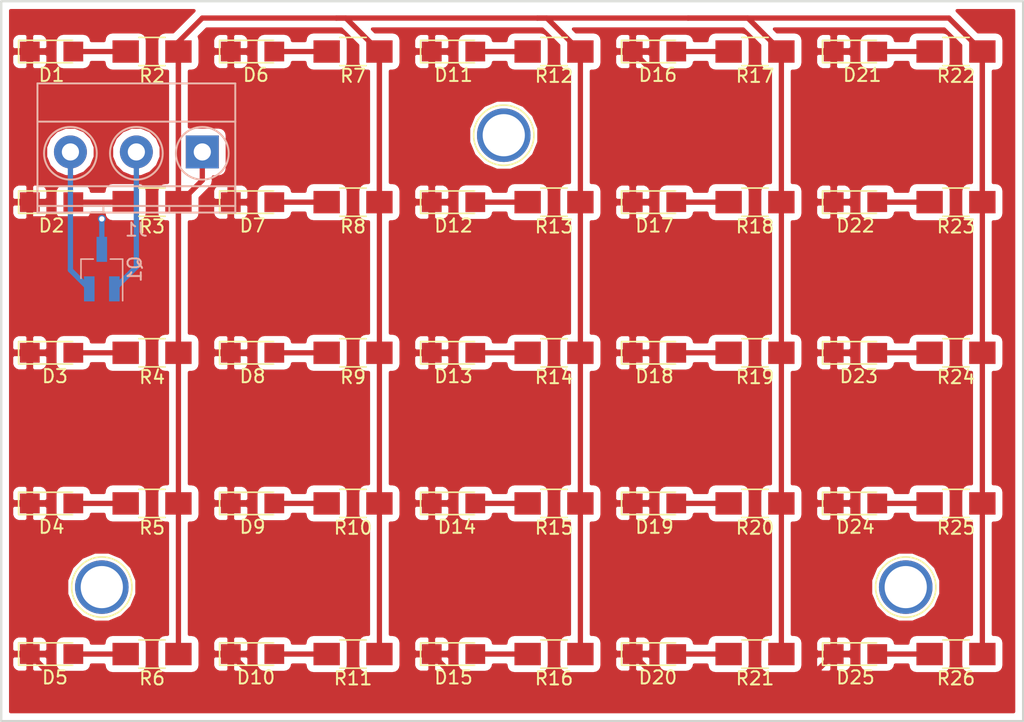
<source format=kicad_pcb>
(kicad_pcb (version 20171130) (host pcbnew 5.0.0-1.fc29)

  (general
    (thickness 1.6)
    (drawings 9)
    (tracks 116)
    (zones 0)
    (modules 55)
    (nets 30)
  )

  (page A4)
  (layers
    (0 F.Cu signal)
    (31 B.Cu signal)
    (32 B.Adhes user)
    (33 F.Adhes user)
    (34 B.Paste user)
    (35 F.Paste user)
    (36 B.SilkS user)
    (37 F.SilkS user)
    (38 B.Mask user)
    (39 F.Mask user)
    (40 Dwgs.User user)
    (41 Cmts.User user)
    (42 Eco1.User user)
    (43 Eco2.User user)
    (44 Edge.Cuts user)
    (45 Margin user)
    (46 B.CrtYd user)
    (47 F.CrtYd user)
    (48 B.Fab user)
    (49 F.Fab user)
  )

  (setup
    (last_trace_width 0.4)
    (trace_clearance 0.2)
    (zone_clearance 0.508)
    (zone_45_only no)
    (trace_min 0.2)
    (segment_width 0.2)
    (edge_width 0.15)
    (via_size 0.6)
    (via_drill 0.4)
    (via_min_size 0.4)
    (via_min_drill 0.3)
    (uvia_size 0.3)
    (uvia_drill 0.1)
    (uvias_allowed no)
    (uvia_min_size 0.2)
    (uvia_min_drill 0.1)
    (pcb_text_width 0.3)
    (pcb_text_size 1.5 1.5)
    (mod_edge_width 0.15)
    (mod_text_size 1 1)
    (mod_text_width 0.15)
    (pad_size 4.064 4.064)
    (pad_drill 3.2)
    (pad_to_mask_clearance 0.1)
    (aux_axis_origin 0 0)
    (visible_elements FFFFFF7F)
    (pcbplotparams
      (layerselection 0x010f0_ffffffff)
      (usegerberextensions false)
      (usegerberattributes true)
      (usegerberadvancedattributes false)
      (creategerberjobfile false)
      (excludeedgelayer true)
      (linewidth 0.100000)
      (plotframeref false)
      (viasonmask false)
      (mode 1)
      (useauxorigin false)
      (hpglpennumber 1)
      (hpglpenspeed 20)
      (hpglpendiameter 15.000000)
      (psnegative false)
      (psa4output false)
      (plotreference true)
      (plotvalue true)
      (plotinvisibletext false)
      (padsonsilk false)
      (subtractmaskfromsilk false)
      (outputformat 1)
      (mirror false)
      (drillshape 0)
      (scaleselection 1)
      (outputdirectory "gbr/"))
  )

  (net 0 "")
  (net 1 "Net-(D1-Pad2)")
  (net 2 "Net-(D1-Pad1)")
  (net 3 "Net-(D2-Pad2)")
  (net 4 "Net-(D3-Pad2)")
  (net 5 "Net-(D4-Pad2)")
  (net 6 "Net-(D5-Pad2)")
  (net 7 "Net-(D6-Pad2)")
  (net 8 "Net-(D7-Pad2)")
  (net 9 "Net-(D8-Pad2)")
  (net 10 "Net-(D9-Pad2)")
  (net 11 "Net-(D10-Pad2)")
  (net 12 "Net-(D11-Pad2)")
  (net 13 "Net-(D12-Pad2)")
  (net 14 "Net-(D13-Pad2)")
  (net 15 "Net-(D14-Pad2)")
  (net 16 "Net-(D15-Pad2)")
  (net 17 "Net-(D16-Pad2)")
  (net 18 "Net-(D17-Pad2)")
  (net 19 "Net-(D18-Pad2)")
  (net 20 "Net-(D19-Pad2)")
  (net 21 "Net-(D20-Pad2)")
  (net 22 "Net-(D21-Pad2)")
  (net 23 "Net-(D22-Pad2)")
  (net 24 "Net-(D23-Pad2)")
  (net 25 "Net-(D24-Pad2)")
  (net 26 "Net-(D25-Pad2)")
  (net 27 "Net-(J1-Pad3)")
  (net 28 "Net-(J1-Pad1)")
  (net 29 "Net-(J1-Pad2)")

  (net_class Default "Esta es la clase de red por defecto."
    (clearance 0.2)
    (trace_width 0.4)
    (via_dia 0.6)
    (via_drill 0.4)
    (uvia_dia 0.3)
    (uvia_drill 0.1)
    (add_net "Net-(D1-Pad1)")
    (add_net "Net-(D1-Pad2)")
    (add_net "Net-(D10-Pad2)")
    (add_net "Net-(D11-Pad2)")
    (add_net "Net-(D12-Pad2)")
    (add_net "Net-(D13-Pad2)")
    (add_net "Net-(D14-Pad2)")
    (add_net "Net-(D15-Pad2)")
    (add_net "Net-(D16-Pad2)")
    (add_net "Net-(D17-Pad2)")
    (add_net "Net-(D18-Pad2)")
    (add_net "Net-(D19-Pad2)")
    (add_net "Net-(D2-Pad2)")
    (add_net "Net-(D20-Pad2)")
    (add_net "Net-(D21-Pad2)")
    (add_net "Net-(D22-Pad2)")
    (add_net "Net-(D23-Pad2)")
    (add_net "Net-(D24-Pad2)")
    (add_net "Net-(D25-Pad2)")
    (add_net "Net-(D3-Pad2)")
    (add_net "Net-(D4-Pad2)")
    (add_net "Net-(D5-Pad2)")
    (add_net "Net-(D6-Pad2)")
    (add_net "Net-(D7-Pad2)")
    (add_net "Net-(D8-Pad2)")
    (add_net "Net-(D9-Pad2)")
    (add_net "Net-(J1-Pad1)")
    (add_net "Net-(J1-Pad2)")
    (add_net "Net-(J1-Pad3)")
  )

  (module LEDs:LED_1206 (layer F.Cu) (tedit 57FE943C) (tstamp 59DA6CB3)
    (at 151.13 73.66)
    (descr "LED 1206 smd package")
    (tags "LED led 1206 SMD smd SMT smt smdled SMDLED smtled SMTLED")
    (path /59D7C26E)
    (attr smd)
    (fp_text reference D1 (at 0 1.778) (layer F.SilkS)
      (effects (font (size 1 1) (thickness 0.15)))
    )
    (fp_text value LED (at 0 1.7) (layer F.Fab)
      (effects (font (size 1 1) (thickness 0.15)))
    )
    (fp_line (start -2.5 -0.85) (end -2.5 0.85) (layer F.SilkS) (width 0.12))
    (fp_line (start -0.45 -0.4) (end -0.45 0.4) (layer F.Fab) (width 0.1))
    (fp_line (start -0.4 0) (end 0.2 -0.4) (layer F.Fab) (width 0.1))
    (fp_line (start 0.2 0.4) (end -0.4 0) (layer F.Fab) (width 0.1))
    (fp_line (start 0.2 -0.4) (end 0.2 0.4) (layer F.Fab) (width 0.1))
    (fp_line (start 1.6 0.8) (end -1.6 0.8) (layer F.Fab) (width 0.1))
    (fp_line (start 1.6 -0.8) (end 1.6 0.8) (layer F.Fab) (width 0.1))
    (fp_line (start -1.6 -0.8) (end 1.6 -0.8) (layer F.Fab) (width 0.1))
    (fp_line (start -1.6 0.8) (end -1.6 -0.8) (layer F.Fab) (width 0.1))
    (fp_line (start -2.45 0.85) (end 1.6 0.85) (layer F.SilkS) (width 0.12))
    (fp_line (start -2.45 -0.85) (end 1.6 -0.85) (layer F.SilkS) (width 0.12))
    (fp_line (start 2.65 -1) (end 2.65 1) (layer F.CrtYd) (width 0.05))
    (fp_line (start 2.65 1) (end -2.65 1) (layer F.CrtYd) (width 0.05))
    (fp_line (start -2.65 1) (end -2.65 -1) (layer F.CrtYd) (width 0.05))
    (fp_line (start -2.65 -1) (end 2.65 -1) (layer F.CrtYd) (width 0.05))
    (pad 2 smd rect (at 1.65 0 180) (size 1.5 1.5) (layers F.Cu F.Paste F.Mask)
      (net 1 "Net-(D1-Pad2)"))
    (pad 1 smd rect (at -1.65 0 180) (size 1.5 1.5) (layers F.Cu F.Paste F.Mask)
      (net 2 "Net-(D1-Pad1)"))
    (model ${KISYS3DMOD}/LEDs.3dshapes/LED_1206.wrl
      (at (xyz 0 0 0))
      (scale (xyz 1 1 1))
      (rotate (xyz 0 0 180))
    )
  )

  (module LEDs:LED_1206 (layer F.Cu) (tedit 57FE943C) (tstamp 59DA6CB9)
    (at 151.13 85.09)
    (descr "LED 1206 smd package")
    (tags "LED led 1206 SMD smd SMT smt smdled SMDLED smtled SMTLED")
    (path /59DA69CE)
    (attr smd)
    (fp_text reference D2 (at 0 1.778) (layer F.SilkS)
      (effects (font (size 1 1) (thickness 0.15)))
    )
    (fp_text value LED (at 0 1.7) (layer F.Fab)
      (effects (font (size 1 1) (thickness 0.15)))
    )
    (fp_line (start -2.5 -0.85) (end -2.5 0.85) (layer F.SilkS) (width 0.12))
    (fp_line (start -0.45 -0.4) (end -0.45 0.4) (layer F.Fab) (width 0.1))
    (fp_line (start -0.4 0) (end 0.2 -0.4) (layer F.Fab) (width 0.1))
    (fp_line (start 0.2 0.4) (end -0.4 0) (layer F.Fab) (width 0.1))
    (fp_line (start 0.2 -0.4) (end 0.2 0.4) (layer F.Fab) (width 0.1))
    (fp_line (start 1.6 0.8) (end -1.6 0.8) (layer F.Fab) (width 0.1))
    (fp_line (start 1.6 -0.8) (end 1.6 0.8) (layer F.Fab) (width 0.1))
    (fp_line (start -1.6 -0.8) (end 1.6 -0.8) (layer F.Fab) (width 0.1))
    (fp_line (start -1.6 0.8) (end -1.6 -0.8) (layer F.Fab) (width 0.1))
    (fp_line (start -2.45 0.85) (end 1.6 0.85) (layer F.SilkS) (width 0.12))
    (fp_line (start -2.45 -0.85) (end 1.6 -0.85) (layer F.SilkS) (width 0.12))
    (fp_line (start 2.65 -1) (end 2.65 1) (layer F.CrtYd) (width 0.05))
    (fp_line (start 2.65 1) (end -2.65 1) (layer F.CrtYd) (width 0.05))
    (fp_line (start -2.65 1) (end -2.65 -1) (layer F.CrtYd) (width 0.05))
    (fp_line (start -2.65 -1) (end 2.65 -1) (layer F.CrtYd) (width 0.05))
    (pad 2 smd rect (at 1.65 0 180) (size 1.5 1.5) (layers F.Cu F.Paste F.Mask)
      (net 3 "Net-(D2-Pad2)"))
    (pad 1 smd rect (at -1.65 0 180) (size 1.5 1.5) (layers F.Cu F.Paste F.Mask)
      (net 2 "Net-(D1-Pad1)"))
    (model ${KISYS3DMOD}/LEDs.3dshapes/LED_1206.wrl
      (at (xyz 0 0 0))
      (scale (xyz 1 1 1))
      (rotate (xyz 0 0 180))
    )
  )

  (module LEDs:LED_1206 (layer F.Cu) (tedit 57FE943C) (tstamp 59DA6CBF)
    (at 151.13 96.52)
    (descr "LED 1206 smd package")
    (tags "LED led 1206 SMD smd SMT smt smdled SMDLED smtled SMTLED")
    (path /59DA6F1C)
    (attr smd)
    (fp_text reference D3 (at 0.254 1.778) (layer F.SilkS)
      (effects (font (size 1 1) (thickness 0.15)))
    )
    (fp_text value LED (at 0 1.7) (layer F.Fab)
      (effects (font (size 1 1) (thickness 0.15)))
    )
    (fp_line (start -2.5 -0.85) (end -2.5 0.85) (layer F.SilkS) (width 0.12))
    (fp_line (start -0.45 -0.4) (end -0.45 0.4) (layer F.Fab) (width 0.1))
    (fp_line (start -0.4 0) (end 0.2 -0.4) (layer F.Fab) (width 0.1))
    (fp_line (start 0.2 0.4) (end -0.4 0) (layer F.Fab) (width 0.1))
    (fp_line (start 0.2 -0.4) (end 0.2 0.4) (layer F.Fab) (width 0.1))
    (fp_line (start 1.6 0.8) (end -1.6 0.8) (layer F.Fab) (width 0.1))
    (fp_line (start 1.6 -0.8) (end 1.6 0.8) (layer F.Fab) (width 0.1))
    (fp_line (start -1.6 -0.8) (end 1.6 -0.8) (layer F.Fab) (width 0.1))
    (fp_line (start -1.6 0.8) (end -1.6 -0.8) (layer F.Fab) (width 0.1))
    (fp_line (start -2.45 0.85) (end 1.6 0.85) (layer F.SilkS) (width 0.12))
    (fp_line (start -2.45 -0.85) (end 1.6 -0.85) (layer F.SilkS) (width 0.12))
    (fp_line (start 2.65 -1) (end 2.65 1) (layer F.CrtYd) (width 0.05))
    (fp_line (start 2.65 1) (end -2.65 1) (layer F.CrtYd) (width 0.05))
    (fp_line (start -2.65 1) (end -2.65 -1) (layer F.CrtYd) (width 0.05))
    (fp_line (start -2.65 -1) (end 2.65 -1) (layer F.CrtYd) (width 0.05))
    (pad 2 smd rect (at 1.65 0 180) (size 1.5 1.5) (layers F.Cu F.Paste F.Mask)
      (net 4 "Net-(D3-Pad2)"))
    (pad 1 smd rect (at -1.65 0 180) (size 1.5 1.5) (layers F.Cu F.Paste F.Mask)
      (net 2 "Net-(D1-Pad1)"))
    (model ${KISYS3DMOD}/LEDs.3dshapes/LED_1206.wrl
      (at (xyz 0 0 0))
      (scale (xyz 1 1 1))
      (rotate (xyz 0 0 180))
    )
  )

  (module LEDs:LED_1206 (layer F.Cu) (tedit 57FE943C) (tstamp 59DA6CC5)
    (at 151.13 107.95)
    (descr "LED 1206 smd package")
    (tags "LED led 1206 SMD smd SMT smt smdled SMDLED smtled SMTLED")
    (path /59DA729D)
    (attr smd)
    (fp_text reference D4 (at 0 1.778) (layer F.SilkS)
      (effects (font (size 1 1) (thickness 0.15)))
    )
    (fp_text value LED (at 0 1.7) (layer F.Fab)
      (effects (font (size 1 1) (thickness 0.15)))
    )
    (fp_line (start -2.5 -0.85) (end -2.5 0.85) (layer F.SilkS) (width 0.12))
    (fp_line (start -0.45 -0.4) (end -0.45 0.4) (layer F.Fab) (width 0.1))
    (fp_line (start -0.4 0) (end 0.2 -0.4) (layer F.Fab) (width 0.1))
    (fp_line (start 0.2 0.4) (end -0.4 0) (layer F.Fab) (width 0.1))
    (fp_line (start 0.2 -0.4) (end 0.2 0.4) (layer F.Fab) (width 0.1))
    (fp_line (start 1.6 0.8) (end -1.6 0.8) (layer F.Fab) (width 0.1))
    (fp_line (start 1.6 -0.8) (end 1.6 0.8) (layer F.Fab) (width 0.1))
    (fp_line (start -1.6 -0.8) (end 1.6 -0.8) (layer F.Fab) (width 0.1))
    (fp_line (start -1.6 0.8) (end -1.6 -0.8) (layer F.Fab) (width 0.1))
    (fp_line (start -2.45 0.85) (end 1.6 0.85) (layer F.SilkS) (width 0.12))
    (fp_line (start -2.45 -0.85) (end 1.6 -0.85) (layer F.SilkS) (width 0.12))
    (fp_line (start 2.65 -1) (end 2.65 1) (layer F.CrtYd) (width 0.05))
    (fp_line (start 2.65 1) (end -2.65 1) (layer F.CrtYd) (width 0.05))
    (fp_line (start -2.65 1) (end -2.65 -1) (layer F.CrtYd) (width 0.05))
    (fp_line (start -2.65 -1) (end 2.65 -1) (layer F.CrtYd) (width 0.05))
    (pad 2 smd rect (at 1.65 0 180) (size 1.5 1.5) (layers F.Cu F.Paste F.Mask)
      (net 5 "Net-(D4-Pad2)"))
    (pad 1 smd rect (at -1.65 0 180) (size 1.5 1.5) (layers F.Cu F.Paste F.Mask)
      (net 2 "Net-(D1-Pad1)"))
    (model ${KISYS3DMOD}/LEDs.3dshapes/LED_1206.wrl
      (at (xyz 0 0 0))
      (scale (xyz 1 1 1))
      (rotate (xyz 0 0 180))
    )
  )

  (module LEDs:LED_1206 (layer F.Cu) (tedit 57FE943C) (tstamp 59DA6CCB)
    (at 151.13 119.38)
    (descr "LED 1206 smd package")
    (tags "LED led 1206 SMD smd SMT smt smdled SMDLED smtled SMTLED")
    (path /59DA759E)
    (attr smd)
    (fp_text reference D5 (at 0.254 1.778) (layer F.SilkS)
      (effects (font (size 1 1) (thickness 0.15)))
    )
    (fp_text value LED (at 0 1.7) (layer F.Fab)
      (effects (font (size 1 1) (thickness 0.15)))
    )
    (fp_line (start -2.5 -0.85) (end -2.5 0.85) (layer F.SilkS) (width 0.12))
    (fp_line (start -0.45 -0.4) (end -0.45 0.4) (layer F.Fab) (width 0.1))
    (fp_line (start -0.4 0) (end 0.2 -0.4) (layer F.Fab) (width 0.1))
    (fp_line (start 0.2 0.4) (end -0.4 0) (layer F.Fab) (width 0.1))
    (fp_line (start 0.2 -0.4) (end 0.2 0.4) (layer F.Fab) (width 0.1))
    (fp_line (start 1.6 0.8) (end -1.6 0.8) (layer F.Fab) (width 0.1))
    (fp_line (start 1.6 -0.8) (end 1.6 0.8) (layer F.Fab) (width 0.1))
    (fp_line (start -1.6 -0.8) (end 1.6 -0.8) (layer F.Fab) (width 0.1))
    (fp_line (start -1.6 0.8) (end -1.6 -0.8) (layer F.Fab) (width 0.1))
    (fp_line (start -2.45 0.85) (end 1.6 0.85) (layer F.SilkS) (width 0.12))
    (fp_line (start -2.45 -0.85) (end 1.6 -0.85) (layer F.SilkS) (width 0.12))
    (fp_line (start 2.65 -1) (end 2.65 1) (layer F.CrtYd) (width 0.05))
    (fp_line (start 2.65 1) (end -2.65 1) (layer F.CrtYd) (width 0.05))
    (fp_line (start -2.65 1) (end -2.65 -1) (layer F.CrtYd) (width 0.05))
    (fp_line (start -2.65 -1) (end 2.65 -1) (layer F.CrtYd) (width 0.05))
    (pad 2 smd rect (at 1.65 0 180) (size 1.5 1.5) (layers F.Cu F.Paste F.Mask)
      (net 6 "Net-(D5-Pad2)"))
    (pad 1 smd rect (at -1.65 0 180) (size 1.5 1.5) (layers F.Cu F.Paste F.Mask)
      (net 2 "Net-(D1-Pad1)"))
    (model ${KISYS3DMOD}/LEDs.3dshapes/LED_1206.wrl
      (at (xyz 0 0 0))
      (scale (xyz 1 1 1))
      (rotate (xyz 0 0 180))
    )
  )

  (module LEDs:LED_1206 (layer F.Cu) (tedit 57FE943C) (tstamp 59DA6CD1)
    (at 166.37 73.66)
    (descr "LED 1206 smd package")
    (tags "LED led 1206 SMD smd SMT smt smdled SMDLED smtled SMTLED")
    (path /59DA6619)
    (attr smd)
    (fp_text reference D6 (at 0.254 1.778) (layer F.SilkS)
      (effects (font (size 1 1) (thickness 0.15)))
    )
    (fp_text value LED (at 0 1.7) (layer F.Fab)
      (effects (font (size 1 1) (thickness 0.15)))
    )
    (fp_line (start -2.5 -0.85) (end -2.5 0.85) (layer F.SilkS) (width 0.12))
    (fp_line (start -0.45 -0.4) (end -0.45 0.4) (layer F.Fab) (width 0.1))
    (fp_line (start -0.4 0) (end 0.2 -0.4) (layer F.Fab) (width 0.1))
    (fp_line (start 0.2 0.4) (end -0.4 0) (layer F.Fab) (width 0.1))
    (fp_line (start 0.2 -0.4) (end 0.2 0.4) (layer F.Fab) (width 0.1))
    (fp_line (start 1.6 0.8) (end -1.6 0.8) (layer F.Fab) (width 0.1))
    (fp_line (start 1.6 -0.8) (end 1.6 0.8) (layer F.Fab) (width 0.1))
    (fp_line (start -1.6 -0.8) (end 1.6 -0.8) (layer F.Fab) (width 0.1))
    (fp_line (start -1.6 0.8) (end -1.6 -0.8) (layer F.Fab) (width 0.1))
    (fp_line (start -2.45 0.85) (end 1.6 0.85) (layer F.SilkS) (width 0.12))
    (fp_line (start -2.45 -0.85) (end 1.6 -0.85) (layer F.SilkS) (width 0.12))
    (fp_line (start 2.65 -1) (end 2.65 1) (layer F.CrtYd) (width 0.05))
    (fp_line (start 2.65 1) (end -2.65 1) (layer F.CrtYd) (width 0.05))
    (fp_line (start -2.65 1) (end -2.65 -1) (layer F.CrtYd) (width 0.05))
    (fp_line (start -2.65 -1) (end 2.65 -1) (layer F.CrtYd) (width 0.05))
    (pad 2 smd rect (at 1.65 0 180) (size 1.5 1.5) (layers F.Cu F.Paste F.Mask)
      (net 7 "Net-(D6-Pad2)"))
    (pad 1 smd rect (at -1.65 0 180) (size 1.5 1.5) (layers F.Cu F.Paste F.Mask)
      (net 2 "Net-(D1-Pad1)"))
    (model ${KISYS3DMOD}/LEDs.3dshapes/LED_1206.wrl
      (at (xyz 0 0 0))
      (scale (xyz 1 1 1))
      (rotate (xyz 0 0 180))
    )
  )

  (module LEDs:LED_1206 (layer F.Cu) (tedit 57FE943C) (tstamp 59DA6CD7)
    (at 166.37 85.09)
    (descr "LED 1206 smd package")
    (tags "LED led 1206 SMD smd SMT smt smdled SMDLED smtled SMTLED")
    (path /59DA69DB)
    (attr smd)
    (fp_text reference D7 (at 0 1.778) (layer F.SilkS)
      (effects (font (size 1 1) (thickness 0.15)))
    )
    (fp_text value LED (at 0 1.7) (layer F.Fab)
      (effects (font (size 1 1) (thickness 0.15)))
    )
    (fp_line (start -2.5 -0.85) (end -2.5 0.85) (layer F.SilkS) (width 0.12))
    (fp_line (start -0.45 -0.4) (end -0.45 0.4) (layer F.Fab) (width 0.1))
    (fp_line (start -0.4 0) (end 0.2 -0.4) (layer F.Fab) (width 0.1))
    (fp_line (start 0.2 0.4) (end -0.4 0) (layer F.Fab) (width 0.1))
    (fp_line (start 0.2 -0.4) (end 0.2 0.4) (layer F.Fab) (width 0.1))
    (fp_line (start 1.6 0.8) (end -1.6 0.8) (layer F.Fab) (width 0.1))
    (fp_line (start 1.6 -0.8) (end 1.6 0.8) (layer F.Fab) (width 0.1))
    (fp_line (start -1.6 -0.8) (end 1.6 -0.8) (layer F.Fab) (width 0.1))
    (fp_line (start -1.6 0.8) (end -1.6 -0.8) (layer F.Fab) (width 0.1))
    (fp_line (start -2.45 0.85) (end 1.6 0.85) (layer F.SilkS) (width 0.12))
    (fp_line (start -2.45 -0.85) (end 1.6 -0.85) (layer F.SilkS) (width 0.12))
    (fp_line (start 2.65 -1) (end 2.65 1) (layer F.CrtYd) (width 0.05))
    (fp_line (start 2.65 1) (end -2.65 1) (layer F.CrtYd) (width 0.05))
    (fp_line (start -2.65 1) (end -2.65 -1) (layer F.CrtYd) (width 0.05))
    (fp_line (start -2.65 -1) (end 2.65 -1) (layer F.CrtYd) (width 0.05))
    (pad 2 smd rect (at 1.65 0 180) (size 1.5 1.5) (layers F.Cu F.Paste F.Mask)
      (net 8 "Net-(D7-Pad2)"))
    (pad 1 smd rect (at -1.65 0 180) (size 1.5 1.5) (layers F.Cu F.Paste F.Mask)
      (net 2 "Net-(D1-Pad1)"))
    (model ${KISYS3DMOD}/LEDs.3dshapes/LED_1206.wrl
      (at (xyz 0 0 0))
      (scale (xyz 1 1 1))
      (rotate (xyz 0 0 180))
    )
  )

  (module LEDs:LED_1206 (layer F.Cu) (tedit 57FE943C) (tstamp 59DA6CDD)
    (at 166.37 96.52)
    (descr "LED 1206 smd package")
    (tags "LED led 1206 SMD smd SMT smt smdled SMDLED smtled SMTLED")
    (path /59DA6F29)
    (attr smd)
    (fp_text reference D8 (at 0 1.778) (layer F.SilkS)
      (effects (font (size 1 1) (thickness 0.15)))
    )
    (fp_text value LED (at 0 1.7) (layer F.Fab)
      (effects (font (size 1 1) (thickness 0.15)))
    )
    (fp_line (start -2.5 -0.85) (end -2.5 0.85) (layer F.SilkS) (width 0.12))
    (fp_line (start -0.45 -0.4) (end -0.45 0.4) (layer F.Fab) (width 0.1))
    (fp_line (start -0.4 0) (end 0.2 -0.4) (layer F.Fab) (width 0.1))
    (fp_line (start 0.2 0.4) (end -0.4 0) (layer F.Fab) (width 0.1))
    (fp_line (start 0.2 -0.4) (end 0.2 0.4) (layer F.Fab) (width 0.1))
    (fp_line (start 1.6 0.8) (end -1.6 0.8) (layer F.Fab) (width 0.1))
    (fp_line (start 1.6 -0.8) (end 1.6 0.8) (layer F.Fab) (width 0.1))
    (fp_line (start -1.6 -0.8) (end 1.6 -0.8) (layer F.Fab) (width 0.1))
    (fp_line (start -1.6 0.8) (end -1.6 -0.8) (layer F.Fab) (width 0.1))
    (fp_line (start -2.45 0.85) (end 1.6 0.85) (layer F.SilkS) (width 0.12))
    (fp_line (start -2.45 -0.85) (end 1.6 -0.85) (layer F.SilkS) (width 0.12))
    (fp_line (start 2.65 -1) (end 2.65 1) (layer F.CrtYd) (width 0.05))
    (fp_line (start 2.65 1) (end -2.65 1) (layer F.CrtYd) (width 0.05))
    (fp_line (start -2.65 1) (end -2.65 -1) (layer F.CrtYd) (width 0.05))
    (fp_line (start -2.65 -1) (end 2.65 -1) (layer F.CrtYd) (width 0.05))
    (pad 2 smd rect (at 1.65 0 180) (size 1.5 1.5) (layers F.Cu F.Paste F.Mask)
      (net 9 "Net-(D8-Pad2)"))
    (pad 1 smd rect (at -1.65 0 180) (size 1.5 1.5) (layers F.Cu F.Paste F.Mask)
      (net 2 "Net-(D1-Pad1)"))
    (model ${KISYS3DMOD}/LEDs.3dshapes/LED_1206.wrl
      (at (xyz 0 0 0))
      (scale (xyz 1 1 1))
      (rotate (xyz 0 0 180))
    )
  )

  (module LEDs:LED_1206 (layer F.Cu) (tedit 57FE943C) (tstamp 59DA6CE3)
    (at 166.37 107.95)
    (descr "LED 1206 smd package")
    (tags "LED led 1206 SMD smd SMT smt smdled SMDLED smtled SMTLED")
    (path /59DA72AA)
    (attr smd)
    (fp_text reference D9 (at 0 1.778) (layer F.SilkS)
      (effects (font (size 1 1) (thickness 0.15)))
    )
    (fp_text value LED (at 0 1.7) (layer F.Fab)
      (effects (font (size 1 1) (thickness 0.15)))
    )
    (fp_line (start -2.5 -0.85) (end -2.5 0.85) (layer F.SilkS) (width 0.12))
    (fp_line (start -0.45 -0.4) (end -0.45 0.4) (layer F.Fab) (width 0.1))
    (fp_line (start -0.4 0) (end 0.2 -0.4) (layer F.Fab) (width 0.1))
    (fp_line (start 0.2 0.4) (end -0.4 0) (layer F.Fab) (width 0.1))
    (fp_line (start 0.2 -0.4) (end 0.2 0.4) (layer F.Fab) (width 0.1))
    (fp_line (start 1.6 0.8) (end -1.6 0.8) (layer F.Fab) (width 0.1))
    (fp_line (start 1.6 -0.8) (end 1.6 0.8) (layer F.Fab) (width 0.1))
    (fp_line (start -1.6 -0.8) (end 1.6 -0.8) (layer F.Fab) (width 0.1))
    (fp_line (start -1.6 0.8) (end -1.6 -0.8) (layer F.Fab) (width 0.1))
    (fp_line (start -2.45 0.85) (end 1.6 0.85) (layer F.SilkS) (width 0.12))
    (fp_line (start -2.45 -0.85) (end 1.6 -0.85) (layer F.SilkS) (width 0.12))
    (fp_line (start 2.65 -1) (end 2.65 1) (layer F.CrtYd) (width 0.05))
    (fp_line (start 2.65 1) (end -2.65 1) (layer F.CrtYd) (width 0.05))
    (fp_line (start -2.65 1) (end -2.65 -1) (layer F.CrtYd) (width 0.05))
    (fp_line (start -2.65 -1) (end 2.65 -1) (layer F.CrtYd) (width 0.05))
    (pad 2 smd rect (at 1.65 0 180) (size 1.5 1.5) (layers F.Cu F.Paste F.Mask)
      (net 10 "Net-(D9-Pad2)"))
    (pad 1 smd rect (at -1.65 0 180) (size 1.5 1.5) (layers F.Cu F.Paste F.Mask)
      (net 2 "Net-(D1-Pad1)"))
    (model ${KISYS3DMOD}/LEDs.3dshapes/LED_1206.wrl
      (at (xyz 0 0 0))
      (scale (xyz 1 1 1))
      (rotate (xyz 0 0 180))
    )
  )

  (module LEDs:LED_1206 (layer F.Cu) (tedit 57FE943C) (tstamp 59DA6CE9)
    (at 166.37 119.38)
    (descr "LED 1206 smd package")
    (tags "LED led 1206 SMD smd SMT smt smdled SMDLED smtled SMTLED")
    (path /59DA75AB)
    (attr smd)
    (fp_text reference D10 (at 0.254 1.778) (layer F.SilkS)
      (effects (font (size 1 1) (thickness 0.15)))
    )
    (fp_text value LED (at 0 1.7) (layer F.Fab)
      (effects (font (size 1 1) (thickness 0.15)))
    )
    (fp_line (start -2.5 -0.85) (end -2.5 0.85) (layer F.SilkS) (width 0.12))
    (fp_line (start -0.45 -0.4) (end -0.45 0.4) (layer F.Fab) (width 0.1))
    (fp_line (start -0.4 0) (end 0.2 -0.4) (layer F.Fab) (width 0.1))
    (fp_line (start 0.2 0.4) (end -0.4 0) (layer F.Fab) (width 0.1))
    (fp_line (start 0.2 -0.4) (end 0.2 0.4) (layer F.Fab) (width 0.1))
    (fp_line (start 1.6 0.8) (end -1.6 0.8) (layer F.Fab) (width 0.1))
    (fp_line (start 1.6 -0.8) (end 1.6 0.8) (layer F.Fab) (width 0.1))
    (fp_line (start -1.6 -0.8) (end 1.6 -0.8) (layer F.Fab) (width 0.1))
    (fp_line (start -1.6 0.8) (end -1.6 -0.8) (layer F.Fab) (width 0.1))
    (fp_line (start -2.45 0.85) (end 1.6 0.85) (layer F.SilkS) (width 0.12))
    (fp_line (start -2.45 -0.85) (end 1.6 -0.85) (layer F.SilkS) (width 0.12))
    (fp_line (start 2.65 -1) (end 2.65 1) (layer F.CrtYd) (width 0.05))
    (fp_line (start 2.65 1) (end -2.65 1) (layer F.CrtYd) (width 0.05))
    (fp_line (start -2.65 1) (end -2.65 -1) (layer F.CrtYd) (width 0.05))
    (fp_line (start -2.65 -1) (end 2.65 -1) (layer F.CrtYd) (width 0.05))
    (pad 2 smd rect (at 1.65 0 180) (size 1.5 1.5) (layers F.Cu F.Paste F.Mask)
      (net 11 "Net-(D10-Pad2)"))
    (pad 1 smd rect (at -1.65 0 180) (size 1.5 1.5) (layers F.Cu F.Paste F.Mask)
      (net 2 "Net-(D1-Pad1)"))
    (model ${KISYS3DMOD}/LEDs.3dshapes/LED_1206.wrl
      (at (xyz 0 0 0))
      (scale (xyz 1 1 1))
      (rotate (xyz 0 0 180))
    )
  )

  (module LEDs:LED_1206 (layer F.Cu) (tedit 57FE943C) (tstamp 59DA6CEF)
    (at 181.61 73.66)
    (descr "LED 1206 smd package")
    (tags "LED led 1206 SMD smd SMT smt smdled SMDLED smtled SMTLED")
    (path /59DA6698)
    (attr smd)
    (fp_text reference D11 (at 0 1.778) (layer F.SilkS)
      (effects (font (size 1 1) (thickness 0.15)))
    )
    (fp_text value LED (at 0 1.7) (layer F.Fab)
      (effects (font (size 1 1) (thickness 0.15)))
    )
    (fp_line (start -2.5 -0.85) (end -2.5 0.85) (layer F.SilkS) (width 0.12))
    (fp_line (start -0.45 -0.4) (end -0.45 0.4) (layer F.Fab) (width 0.1))
    (fp_line (start -0.4 0) (end 0.2 -0.4) (layer F.Fab) (width 0.1))
    (fp_line (start 0.2 0.4) (end -0.4 0) (layer F.Fab) (width 0.1))
    (fp_line (start 0.2 -0.4) (end 0.2 0.4) (layer F.Fab) (width 0.1))
    (fp_line (start 1.6 0.8) (end -1.6 0.8) (layer F.Fab) (width 0.1))
    (fp_line (start 1.6 -0.8) (end 1.6 0.8) (layer F.Fab) (width 0.1))
    (fp_line (start -1.6 -0.8) (end 1.6 -0.8) (layer F.Fab) (width 0.1))
    (fp_line (start -1.6 0.8) (end -1.6 -0.8) (layer F.Fab) (width 0.1))
    (fp_line (start -2.45 0.85) (end 1.6 0.85) (layer F.SilkS) (width 0.12))
    (fp_line (start -2.45 -0.85) (end 1.6 -0.85) (layer F.SilkS) (width 0.12))
    (fp_line (start 2.65 -1) (end 2.65 1) (layer F.CrtYd) (width 0.05))
    (fp_line (start 2.65 1) (end -2.65 1) (layer F.CrtYd) (width 0.05))
    (fp_line (start -2.65 1) (end -2.65 -1) (layer F.CrtYd) (width 0.05))
    (fp_line (start -2.65 -1) (end 2.65 -1) (layer F.CrtYd) (width 0.05))
    (pad 2 smd rect (at 1.65 0 180) (size 1.5 1.5) (layers F.Cu F.Paste F.Mask)
      (net 12 "Net-(D11-Pad2)"))
    (pad 1 smd rect (at -1.65 0 180) (size 1.5 1.5) (layers F.Cu F.Paste F.Mask)
      (net 2 "Net-(D1-Pad1)"))
    (model ${KISYS3DMOD}/LEDs.3dshapes/LED_1206.wrl
      (at (xyz 0 0 0))
      (scale (xyz 1 1 1))
      (rotate (xyz 0 0 180))
    )
  )

  (module LEDs:LED_1206 (layer F.Cu) (tedit 57FE943C) (tstamp 59DA6CF5)
    (at 181.61 85.09)
    (descr "LED 1206 smd package")
    (tags "LED led 1206 SMD smd SMT smt smdled SMDLED smtled SMTLED")
    (path /59DA69E8)
    (attr smd)
    (fp_text reference D12 (at 0 1.778) (layer F.SilkS)
      (effects (font (size 1 1) (thickness 0.15)))
    )
    (fp_text value LED (at 0 1.7) (layer F.Fab)
      (effects (font (size 1 1) (thickness 0.15)))
    )
    (fp_line (start -2.5 -0.85) (end -2.5 0.85) (layer F.SilkS) (width 0.12))
    (fp_line (start -0.45 -0.4) (end -0.45 0.4) (layer F.Fab) (width 0.1))
    (fp_line (start -0.4 0) (end 0.2 -0.4) (layer F.Fab) (width 0.1))
    (fp_line (start 0.2 0.4) (end -0.4 0) (layer F.Fab) (width 0.1))
    (fp_line (start 0.2 -0.4) (end 0.2 0.4) (layer F.Fab) (width 0.1))
    (fp_line (start 1.6 0.8) (end -1.6 0.8) (layer F.Fab) (width 0.1))
    (fp_line (start 1.6 -0.8) (end 1.6 0.8) (layer F.Fab) (width 0.1))
    (fp_line (start -1.6 -0.8) (end 1.6 -0.8) (layer F.Fab) (width 0.1))
    (fp_line (start -1.6 0.8) (end -1.6 -0.8) (layer F.Fab) (width 0.1))
    (fp_line (start -2.45 0.85) (end 1.6 0.85) (layer F.SilkS) (width 0.12))
    (fp_line (start -2.45 -0.85) (end 1.6 -0.85) (layer F.SilkS) (width 0.12))
    (fp_line (start 2.65 -1) (end 2.65 1) (layer F.CrtYd) (width 0.05))
    (fp_line (start 2.65 1) (end -2.65 1) (layer F.CrtYd) (width 0.05))
    (fp_line (start -2.65 1) (end -2.65 -1) (layer F.CrtYd) (width 0.05))
    (fp_line (start -2.65 -1) (end 2.65 -1) (layer F.CrtYd) (width 0.05))
    (pad 2 smd rect (at 1.65 0 180) (size 1.5 1.5) (layers F.Cu F.Paste F.Mask)
      (net 13 "Net-(D12-Pad2)"))
    (pad 1 smd rect (at -1.65 0 180) (size 1.5 1.5) (layers F.Cu F.Paste F.Mask)
      (net 2 "Net-(D1-Pad1)"))
    (model ${KISYS3DMOD}/LEDs.3dshapes/LED_1206.wrl
      (at (xyz 0 0 0))
      (scale (xyz 1 1 1))
      (rotate (xyz 0 0 180))
    )
  )

  (module LEDs:LED_1206 (layer F.Cu) (tedit 57FE943C) (tstamp 59DA6CFB)
    (at 181.61 96.52)
    (descr "LED 1206 smd package")
    (tags "LED led 1206 SMD smd SMT smt smdled SMDLED smtled SMTLED")
    (path /59DA6F36)
    (attr smd)
    (fp_text reference D13 (at 0 1.778) (layer F.SilkS)
      (effects (font (size 1 1) (thickness 0.15)))
    )
    (fp_text value LED (at 0 1.7) (layer F.Fab)
      (effects (font (size 1 1) (thickness 0.15)))
    )
    (fp_line (start -2.5 -0.85) (end -2.5 0.85) (layer F.SilkS) (width 0.12))
    (fp_line (start -0.45 -0.4) (end -0.45 0.4) (layer F.Fab) (width 0.1))
    (fp_line (start -0.4 0) (end 0.2 -0.4) (layer F.Fab) (width 0.1))
    (fp_line (start 0.2 0.4) (end -0.4 0) (layer F.Fab) (width 0.1))
    (fp_line (start 0.2 -0.4) (end 0.2 0.4) (layer F.Fab) (width 0.1))
    (fp_line (start 1.6 0.8) (end -1.6 0.8) (layer F.Fab) (width 0.1))
    (fp_line (start 1.6 -0.8) (end 1.6 0.8) (layer F.Fab) (width 0.1))
    (fp_line (start -1.6 -0.8) (end 1.6 -0.8) (layer F.Fab) (width 0.1))
    (fp_line (start -1.6 0.8) (end -1.6 -0.8) (layer F.Fab) (width 0.1))
    (fp_line (start -2.45 0.85) (end 1.6 0.85) (layer F.SilkS) (width 0.12))
    (fp_line (start -2.45 -0.85) (end 1.6 -0.85) (layer F.SilkS) (width 0.12))
    (fp_line (start 2.65 -1) (end 2.65 1) (layer F.CrtYd) (width 0.05))
    (fp_line (start 2.65 1) (end -2.65 1) (layer F.CrtYd) (width 0.05))
    (fp_line (start -2.65 1) (end -2.65 -1) (layer F.CrtYd) (width 0.05))
    (fp_line (start -2.65 -1) (end 2.65 -1) (layer F.CrtYd) (width 0.05))
    (pad 2 smd rect (at 1.65 0 180) (size 1.5 1.5) (layers F.Cu F.Paste F.Mask)
      (net 14 "Net-(D13-Pad2)"))
    (pad 1 smd rect (at -1.65 0 180) (size 1.5 1.5) (layers F.Cu F.Paste F.Mask)
      (net 2 "Net-(D1-Pad1)"))
    (model ${KISYS3DMOD}/LEDs.3dshapes/LED_1206.wrl
      (at (xyz 0 0 0))
      (scale (xyz 1 1 1))
      (rotate (xyz 0 0 180))
    )
  )

  (module LEDs:LED_1206 (layer F.Cu) (tedit 57FE943C) (tstamp 59DA6D01)
    (at 181.61 107.95)
    (descr "LED 1206 smd package")
    (tags "LED led 1206 SMD smd SMT smt smdled SMDLED smtled SMTLED")
    (path /59DA72B7)
    (attr smd)
    (fp_text reference D14 (at 0.254 1.778) (layer F.SilkS)
      (effects (font (size 1 1) (thickness 0.15)))
    )
    (fp_text value LED (at 0 1.7) (layer F.Fab)
      (effects (font (size 1 1) (thickness 0.15)))
    )
    (fp_line (start -2.5 -0.85) (end -2.5 0.85) (layer F.SilkS) (width 0.12))
    (fp_line (start -0.45 -0.4) (end -0.45 0.4) (layer F.Fab) (width 0.1))
    (fp_line (start -0.4 0) (end 0.2 -0.4) (layer F.Fab) (width 0.1))
    (fp_line (start 0.2 0.4) (end -0.4 0) (layer F.Fab) (width 0.1))
    (fp_line (start 0.2 -0.4) (end 0.2 0.4) (layer F.Fab) (width 0.1))
    (fp_line (start 1.6 0.8) (end -1.6 0.8) (layer F.Fab) (width 0.1))
    (fp_line (start 1.6 -0.8) (end 1.6 0.8) (layer F.Fab) (width 0.1))
    (fp_line (start -1.6 -0.8) (end 1.6 -0.8) (layer F.Fab) (width 0.1))
    (fp_line (start -1.6 0.8) (end -1.6 -0.8) (layer F.Fab) (width 0.1))
    (fp_line (start -2.45 0.85) (end 1.6 0.85) (layer F.SilkS) (width 0.12))
    (fp_line (start -2.45 -0.85) (end 1.6 -0.85) (layer F.SilkS) (width 0.12))
    (fp_line (start 2.65 -1) (end 2.65 1) (layer F.CrtYd) (width 0.05))
    (fp_line (start 2.65 1) (end -2.65 1) (layer F.CrtYd) (width 0.05))
    (fp_line (start -2.65 1) (end -2.65 -1) (layer F.CrtYd) (width 0.05))
    (fp_line (start -2.65 -1) (end 2.65 -1) (layer F.CrtYd) (width 0.05))
    (pad 2 smd rect (at 1.65 0 180) (size 1.5 1.5) (layers F.Cu F.Paste F.Mask)
      (net 15 "Net-(D14-Pad2)"))
    (pad 1 smd rect (at -1.65 0 180) (size 1.5 1.5) (layers F.Cu F.Paste F.Mask)
      (net 2 "Net-(D1-Pad1)"))
    (model ${KISYS3DMOD}/LEDs.3dshapes/LED_1206.wrl
      (at (xyz 0 0 0))
      (scale (xyz 1 1 1))
      (rotate (xyz 0 0 180))
    )
  )

  (module LEDs:LED_1206 (layer F.Cu) (tedit 57FE943C) (tstamp 59DA6D07)
    (at 181.61 119.38)
    (descr "LED 1206 smd package")
    (tags "LED led 1206 SMD smd SMT smt smdled SMDLED smtled SMTLED")
    (path /59DA75B8)
    (attr smd)
    (fp_text reference D15 (at 0 1.778) (layer F.SilkS)
      (effects (font (size 1 1) (thickness 0.15)))
    )
    (fp_text value LED (at 0 1.7) (layer F.Fab)
      (effects (font (size 1 1) (thickness 0.15)))
    )
    (fp_line (start -2.5 -0.85) (end -2.5 0.85) (layer F.SilkS) (width 0.12))
    (fp_line (start -0.45 -0.4) (end -0.45 0.4) (layer F.Fab) (width 0.1))
    (fp_line (start -0.4 0) (end 0.2 -0.4) (layer F.Fab) (width 0.1))
    (fp_line (start 0.2 0.4) (end -0.4 0) (layer F.Fab) (width 0.1))
    (fp_line (start 0.2 -0.4) (end 0.2 0.4) (layer F.Fab) (width 0.1))
    (fp_line (start 1.6 0.8) (end -1.6 0.8) (layer F.Fab) (width 0.1))
    (fp_line (start 1.6 -0.8) (end 1.6 0.8) (layer F.Fab) (width 0.1))
    (fp_line (start -1.6 -0.8) (end 1.6 -0.8) (layer F.Fab) (width 0.1))
    (fp_line (start -1.6 0.8) (end -1.6 -0.8) (layer F.Fab) (width 0.1))
    (fp_line (start -2.45 0.85) (end 1.6 0.85) (layer F.SilkS) (width 0.12))
    (fp_line (start -2.45 -0.85) (end 1.6 -0.85) (layer F.SilkS) (width 0.12))
    (fp_line (start 2.65 -1) (end 2.65 1) (layer F.CrtYd) (width 0.05))
    (fp_line (start 2.65 1) (end -2.65 1) (layer F.CrtYd) (width 0.05))
    (fp_line (start -2.65 1) (end -2.65 -1) (layer F.CrtYd) (width 0.05))
    (fp_line (start -2.65 -1) (end 2.65 -1) (layer F.CrtYd) (width 0.05))
    (pad 2 smd rect (at 1.65 0 180) (size 1.5 1.5) (layers F.Cu F.Paste F.Mask)
      (net 16 "Net-(D15-Pad2)"))
    (pad 1 smd rect (at -1.65 0 180) (size 1.5 1.5) (layers F.Cu F.Paste F.Mask)
      (net 2 "Net-(D1-Pad1)"))
    (model ${KISYS3DMOD}/LEDs.3dshapes/LED_1206.wrl
      (at (xyz 0 0 0))
      (scale (xyz 1 1 1))
      (rotate (xyz 0 0 180))
    )
  )

  (module LEDs:LED_1206 (layer F.Cu) (tedit 57FE943C) (tstamp 59DA6D0D)
    (at 196.85 73.66)
    (descr "LED 1206 smd package")
    (tags "LED led 1206 SMD smd SMT smt smdled SMDLED smtled SMTLED")
    (path /59DA66FD)
    (attr smd)
    (fp_text reference D16 (at 0.254 1.778) (layer F.SilkS)
      (effects (font (size 1 1) (thickness 0.15)))
    )
    (fp_text value LED (at 0 1.7) (layer F.Fab)
      (effects (font (size 1 1) (thickness 0.15)))
    )
    (fp_line (start -2.5 -0.85) (end -2.5 0.85) (layer F.SilkS) (width 0.12))
    (fp_line (start -0.45 -0.4) (end -0.45 0.4) (layer F.Fab) (width 0.1))
    (fp_line (start -0.4 0) (end 0.2 -0.4) (layer F.Fab) (width 0.1))
    (fp_line (start 0.2 0.4) (end -0.4 0) (layer F.Fab) (width 0.1))
    (fp_line (start 0.2 -0.4) (end 0.2 0.4) (layer F.Fab) (width 0.1))
    (fp_line (start 1.6 0.8) (end -1.6 0.8) (layer F.Fab) (width 0.1))
    (fp_line (start 1.6 -0.8) (end 1.6 0.8) (layer F.Fab) (width 0.1))
    (fp_line (start -1.6 -0.8) (end 1.6 -0.8) (layer F.Fab) (width 0.1))
    (fp_line (start -1.6 0.8) (end -1.6 -0.8) (layer F.Fab) (width 0.1))
    (fp_line (start -2.45 0.85) (end 1.6 0.85) (layer F.SilkS) (width 0.12))
    (fp_line (start -2.45 -0.85) (end 1.6 -0.85) (layer F.SilkS) (width 0.12))
    (fp_line (start 2.65 -1) (end 2.65 1) (layer F.CrtYd) (width 0.05))
    (fp_line (start 2.65 1) (end -2.65 1) (layer F.CrtYd) (width 0.05))
    (fp_line (start -2.65 1) (end -2.65 -1) (layer F.CrtYd) (width 0.05))
    (fp_line (start -2.65 -1) (end 2.65 -1) (layer F.CrtYd) (width 0.05))
    (pad 2 smd rect (at 1.65 0 180) (size 1.5 1.5) (layers F.Cu F.Paste F.Mask)
      (net 17 "Net-(D16-Pad2)"))
    (pad 1 smd rect (at -1.65 0 180) (size 1.5 1.5) (layers F.Cu F.Paste F.Mask)
      (net 2 "Net-(D1-Pad1)"))
    (model ${KISYS3DMOD}/LEDs.3dshapes/LED_1206.wrl
      (at (xyz 0 0 0))
      (scale (xyz 1 1 1))
      (rotate (xyz 0 0 180))
    )
  )

  (module LEDs:LED_1206 (layer F.Cu) (tedit 57FE943C) (tstamp 59DA6D13)
    (at 196.85 85.09)
    (descr "LED 1206 smd package")
    (tags "LED led 1206 SMD smd SMT smt smdled SMDLED smtled SMTLED")
    (path /59DA69F5)
    (attr smd)
    (fp_text reference D17 (at 0 1.778) (layer F.SilkS)
      (effects (font (size 1 1) (thickness 0.15)))
    )
    (fp_text value LED (at 0 1.7) (layer F.Fab)
      (effects (font (size 1 1) (thickness 0.15)))
    )
    (fp_line (start -2.5 -0.85) (end -2.5 0.85) (layer F.SilkS) (width 0.12))
    (fp_line (start -0.45 -0.4) (end -0.45 0.4) (layer F.Fab) (width 0.1))
    (fp_line (start -0.4 0) (end 0.2 -0.4) (layer F.Fab) (width 0.1))
    (fp_line (start 0.2 0.4) (end -0.4 0) (layer F.Fab) (width 0.1))
    (fp_line (start 0.2 -0.4) (end 0.2 0.4) (layer F.Fab) (width 0.1))
    (fp_line (start 1.6 0.8) (end -1.6 0.8) (layer F.Fab) (width 0.1))
    (fp_line (start 1.6 -0.8) (end 1.6 0.8) (layer F.Fab) (width 0.1))
    (fp_line (start -1.6 -0.8) (end 1.6 -0.8) (layer F.Fab) (width 0.1))
    (fp_line (start -1.6 0.8) (end -1.6 -0.8) (layer F.Fab) (width 0.1))
    (fp_line (start -2.45 0.85) (end 1.6 0.85) (layer F.SilkS) (width 0.12))
    (fp_line (start -2.45 -0.85) (end 1.6 -0.85) (layer F.SilkS) (width 0.12))
    (fp_line (start 2.65 -1) (end 2.65 1) (layer F.CrtYd) (width 0.05))
    (fp_line (start 2.65 1) (end -2.65 1) (layer F.CrtYd) (width 0.05))
    (fp_line (start -2.65 1) (end -2.65 -1) (layer F.CrtYd) (width 0.05))
    (fp_line (start -2.65 -1) (end 2.65 -1) (layer F.CrtYd) (width 0.05))
    (pad 2 smd rect (at 1.65 0 180) (size 1.5 1.5) (layers F.Cu F.Paste F.Mask)
      (net 18 "Net-(D17-Pad2)"))
    (pad 1 smd rect (at -1.65 0 180) (size 1.5 1.5) (layers F.Cu F.Paste F.Mask)
      (net 2 "Net-(D1-Pad1)"))
    (model ${KISYS3DMOD}/LEDs.3dshapes/LED_1206.wrl
      (at (xyz 0 0 0))
      (scale (xyz 1 1 1))
      (rotate (xyz 0 0 180))
    )
  )

  (module LEDs:LED_1206 (layer F.Cu) (tedit 57FE943C) (tstamp 59DA6D19)
    (at 196.85 96.52)
    (descr "LED 1206 smd package")
    (tags "LED led 1206 SMD smd SMT smt smdled SMDLED smtled SMTLED")
    (path /59DA6F43)
    (attr smd)
    (fp_text reference D18 (at 0 1.778) (layer F.SilkS)
      (effects (font (size 1 1) (thickness 0.15)))
    )
    (fp_text value LED (at 0 1.7) (layer F.Fab)
      (effects (font (size 1 1) (thickness 0.15)))
    )
    (fp_line (start -2.5 -0.85) (end -2.5 0.85) (layer F.SilkS) (width 0.12))
    (fp_line (start -0.45 -0.4) (end -0.45 0.4) (layer F.Fab) (width 0.1))
    (fp_line (start -0.4 0) (end 0.2 -0.4) (layer F.Fab) (width 0.1))
    (fp_line (start 0.2 0.4) (end -0.4 0) (layer F.Fab) (width 0.1))
    (fp_line (start 0.2 -0.4) (end 0.2 0.4) (layer F.Fab) (width 0.1))
    (fp_line (start 1.6 0.8) (end -1.6 0.8) (layer F.Fab) (width 0.1))
    (fp_line (start 1.6 -0.8) (end 1.6 0.8) (layer F.Fab) (width 0.1))
    (fp_line (start -1.6 -0.8) (end 1.6 -0.8) (layer F.Fab) (width 0.1))
    (fp_line (start -1.6 0.8) (end -1.6 -0.8) (layer F.Fab) (width 0.1))
    (fp_line (start -2.45 0.85) (end 1.6 0.85) (layer F.SilkS) (width 0.12))
    (fp_line (start -2.45 -0.85) (end 1.6 -0.85) (layer F.SilkS) (width 0.12))
    (fp_line (start 2.65 -1) (end 2.65 1) (layer F.CrtYd) (width 0.05))
    (fp_line (start 2.65 1) (end -2.65 1) (layer F.CrtYd) (width 0.05))
    (fp_line (start -2.65 1) (end -2.65 -1) (layer F.CrtYd) (width 0.05))
    (fp_line (start -2.65 -1) (end 2.65 -1) (layer F.CrtYd) (width 0.05))
    (pad 2 smd rect (at 1.65 0 180) (size 1.5 1.5) (layers F.Cu F.Paste F.Mask)
      (net 19 "Net-(D18-Pad2)"))
    (pad 1 smd rect (at -1.65 0 180) (size 1.5 1.5) (layers F.Cu F.Paste F.Mask)
      (net 2 "Net-(D1-Pad1)"))
    (model ${KISYS3DMOD}/LEDs.3dshapes/LED_1206.wrl
      (at (xyz 0 0 0))
      (scale (xyz 1 1 1))
      (rotate (xyz 0 0 180))
    )
  )

  (module LEDs:LED_1206 (layer F.Cu) (tedit 57FE943C) (tstamp 59DA6D1F)
    (at 196.85 107.95)
    (descr "LED 1206 smd package")
    (tags "LED led 1206 SMD smd SMT smt smdled SMDLED smtled SMTLED")
    (path /59DA72C4)
    (attr smd)
    (fp_text reference D19 (at 0 1.778) (layer F.SilkS)
      (effects (font (size 1 1) (thickness 0.15)))
    )
    (fp_text value LED (at 0 1.7) (layer F.Fab)
      (effects (font (size 1 1) (thickness 0.15)))
    )
    (fp_line (start -2.5 -0.85) (end -2.5 0.85) (layer F.SilkS) (width 0.12))
    (fp_line (start -0.45 -0.4) (end -0.45 0.4) (layer F.Fab) (width 0.1))
    (fp_line (start -0.4 0) (end 0.2 -0.4) (layer F.Fab) (width 0.1))
    (fp_line (start 0.2 0.4) (end -0.4 0) (layer F.Fab) (width 0.1))
    (fp_line (start 0.2 -0.4) (end 0.2 0.4) (layer F.Fab) (width 0.1))
    (fp_line (start 1.6 0.8) (end -1.6 0.8) (layer F.Fab) (width 0.1))
    (fp_line (start 1.6 -0.8) (end 1.6 0.8) (layer F.Fab) (width 0.1))
    (fp_line (start -1.6 -0.8) (end 1.6 -0.8) (layer F.Fab) (width 0.1))
    (fp_line (start -1.6 0.8) (end -1.6 -0.8) (layer F.Fab) (width 0.1))
    (fp_line (start -2.45 0.85) (end 1.6 0.85) (layer F.SilkS) (width 0.12))
    (fp_line (start -2.45 -0.85) (end 1.6 -0.85) (layer F.SilkS) (width 0.12))
    (fp_line (start 2.65 -1) (end 2.65 1) (layer F.CrtYd) (width 0.05))
    (fp_line (start 2.65 1) (end -2.65 1) (layer F.CrtYd) (width 0.05))
    (fp_line (start -2.65 1) (end -2.65 -1) (layer F.CrtYd) (width 0.05))
    (fp_line (start -2.65 -1) (end 2.65 -1) (layer F.CrtYd) (width 0.05))
    (pad 2 smd rect (at 1.65 0 180) (size 1.5 1.5) (layers F.Cu F.Paste F.Mask)
      (net 20 "Net-(D19-Pad2)"))
    (pad 1 smd rect (at -1.65 0 180) (size 1.5 1.5) (layers F.Cu F.Paste F.Mask)
      (net 2 "Net-(D1-Pad1)"))
    (model ${KISYS3DMOD}/LEDs.3dshapes/LED_1206.wrl
      (at (xyz 0 0 0))
      (scale (xyz 1 1 1))
      (rotate (xyz 0 0 180))
    )
  )

  (module LEDs:LED_1206 (layer F.Cu) (tedit 57FE943C) (tstamp 59DA6D25)
    (at 196.85 119.38)
    (descr "LED 1206 smd package")
    (tags "LED led 1206 SMD smd SMT smt smdled SMDLED smtled SMTLED")
    (path /59DA75C5)
    (attr smd)
    (fp_text reference D20 (at 0.254 1.778) (layer F.SilkS)
      (effects (font (size 1 1) (thickness 0.15)))
    )
    (fp_text value LED (at 0 1.7) (layer F.Fab)
      (effects (font (size 1 1) (thickness 0.15)))
    )
    (fp_line (start -2.5 -0.85) (end -2.5 0.85) (layer F.SilkS) (width 0.12))
    (fp_line (start -0.45 -0.4) (end -0.45 0.4) (layer F.Fab) (width 0.1))
    (fp_line (start -0.4 0) (end 0.2 -0.4) (layer F.Fab) (width 0.1))
    (fp_line (start 0.2 0.4) (end -0.4 0) (layer F.Fab) (width 0.1))
    (fp_line (start 0.2 -0.4) (end 0.2 0.4) (layer F.Fab) (width 0.1))
    (fp_line (start 1.6 0.8) (end -1.6 0.8) (layer F.Fab) (width 0.1))
    (fp_line (start 1.6 -0.8) (end 1.6 0.8) (layer F.Fab) (width 0.1))
    (fp_line (start -1.6 -0.8) (end 1.6 -0.8) (layer F.Fab) (width 0.1))
    (fp_line (start -1.6 0.8) (end -1.6 -0.8) (layer F.Fab) (width 0.1))
    (fp_line (start -2.45 0.85) (end 1.6 0.85) (layer F.SilkS) (width 0.12))
    (fp_line (start -2.45 -0.85) (end 1.6 -0.85) (layer F.SilkS) (width 0.12))
    (fp_line (start 2.65 -1) (end 2.65 1) (layer F.CrtYd) (width 0.05))
    (fp_line (start 2.65 1) (end -2.65 1) (layer F.CrtYd) (width 0.05))
    (fp_line (start -2.65 1) (end -2.65 -1) (layer F.CrtYd) (width 0.05))
    (fp_line (start -2.65 -1) (end 2.65 -1) (layer F.CrtYd) (width 0.05))
    (pad 2 smd rect (at 1.65 0 180) (size 1.5 1.5) (layers F.Cu F.Paste F.Mask)
      (net 21 "Net-(D20-Pad2)"))
    (pad 1 smd rect (at -1.65 0 180) (size 1.5 1.5) (layers F.Cu F.Paste F.Mask)
      (net 2 "Net-(D1-Pad1)"))
    (model ${KISYS3DMOD}/LEDs.3dshapes/LED_1206.wrl
      (at (xyz 0 0 0))
      (scale (xyz 1 1 1))
      (rotate (xyz 0 0 180))
    )
  )

  (module LEDs:LED_1206 (layer F.Cu) (tedit 57FE943C) (tstamp 59DA6D2B)
    (at 212.09 73.66)
    (descr "LED 1206 smd package")
    (tags "LED led 1206 SMD smd SMT smt smdled SMDLED smtled SMTLED")
    (path /59DA6778)
    (attr smd)
    (fp_text reference D21 (at 0.508 1.778) (layer F.SilkS)
      (effects (font (size 1 1) (thickness 0.15)))
    )
    (fp_text value LED (at 0 1.7) (layer F.Fab)
      (effects (font (size 1 1) (thickness 0.15)))
    )
    (fp_line (start -2.5 -0.85) (end -2.5 0.85) (layer F.SilkS) (width 0.12))
    (fp_line (start -0.45 -0.4) (end -0.45 0.4) (layer F.Fab) (width 0.1))
    (fp_line (start -0.4 0) (end 0.2 -0.4) (layer F.Fab) (width 0.1))
    (fp_line (start 0.2 0.4) (end -0.4 0) (layer F.Fab) (width 0.1))
    (fp_line (start 0.2 -0.4) (end 0.2 0.4) (layer F.Fab) (width 0.1))
    (fp_line (start 1.6 0.8) (end -1.6 0.8) (layer F.Fab) (width 0.1))
    (fp_line (start 1.6 -0.8) (end 1.6 0.8) (layer F.Fab) (width 0.1))
    (fp_line (start -1.6 -0.8) (end 1.6 -0.8) (layer F.Fab) (width 0.1))
    (fp_line (start -1.6 0.8) (end -1.6 -0.8) (layer F.Fab) (width 0.1))
    (fp_line (start -2.45 0.85) (end 1.6 0.85) (layer F.SilkS) (width 0.12))
    (fp_line (start -2.45 -0.85) (end 1.6 -0.85) (layer F.SilkS) (width 0.12))
    (fp_line (start 2.65 -1) (end 2.65 1) (layer F.CrtYd) (width 0.05))
    (fp_line (start 2.65 1) (end -2.65 1) (layer F.CrtYd) (width 0.05))
    (fp_line (start -2.65 1) (end -2.65 -1) (layer F.CrtYd) (width 0.05))
    (fp_line (start -2.65 -1) (end 2.65 -1) (layer F.CrtYd) (width 0.05))
    (pad 2 smd rect (at 1.65 0 180) (size 1.5 1.5) (layers F.Cu F.Paste F.Mask)
      (net 22 "Net-(D21-Pad2)"))
    (pad 1 smd rect (at -1.65 0 180) (size 1.5 1.5) (layers F.Cu F.Paste F.Mask)
      (net 2 "Net-(D1-Pad1)"))
    (model ${KISYS3DMOD}/LEDs.3dshapes/LED_1206.wrl
      (at (xyz 0 0 0))
      (scale (xyz 1 1 1))
      (rotate (xyz 0 0 180))
    )
  )

  (module LEDs:LED_1206 (layer F.Cu) (tedit 57FE943C) (tstamp 59DA6D31)
    (at 212.09 85.09)
    (descr "LED 1206 smd package")
    (tags "LED led 1206 SMD smd SMT smt smdled SMDLED smtled SMTLED")
    (path /59DA6A02)
    (attr smd)
    (fp_text reference D22 (at 0 1.778) (layer F.SilkS)
      (effects (font (size 1 1) (thickness 0.15)))
    )
    (fp_text value LED (at 0 1.7) (layer F.Fab)
      (effects (font (size 1 1) (thickness 0.15)))
    )
    (fp_line (start -2.5 -0.85) (end -2.5 0.85) (layer F.SilkS) (width 0.12))
    (fp_line (start -0.45 -0.4) (end -0.45 0.4) (layer F.Fab) (width 0.1))
    (fp_line (start -0.4 0) (end 0.2 -0.4) (layer F.Fab) (width 0.1))
    (fp_line (start 0.2 0.4) (end -0.4 0) (layer F.Fab) (width 0.1))
    (fp_line (start 0.2 -0.4) (end 0.2 0.4) (layer F.Fab) (width 0.1))
    (fp_line (start 1.6 0.8) (end -1.6 0.8) (layer F.Fab) (width 0.1))
    (fp_line (start 1.6 -0.8) (end 1.6 0.8) (layer F.Fab) (width 0.1))
    (fp_line (start -1.6 -0.8) (end 1.6 -0.8) (layer F.Fab) (width 0.1))
    (fp_line (start -1.6 0.8) (end -1.6 -0.8) (layer F.Fab) (width 0.1))
    (fp_line (start -2.45 0.85) (end 1.6 0.85) (layer F.SilkS) (width 0.12))
    (fp_line (start -2.45 -0.85) (end 1.6 -0.85) (layer F.SilkS) (width 0.12))
    (fp_line (start 2.65 -1) (end 2.65 1) (layer F.CrtYd) (width 0.05))
    (fp_line (start 2.65 1) (end -2.65 1) (layer F.CrtYd) (width 0.05))
    (fp_line (start -2.65 1) (end -2.65 -1) (layer F.CrtYd) (width 0.05))
    (fp_line (start -2.65 -1) (end 2.65 -1) (layer F.CrtYd) (width 0.05))
    (pad 2 smd rect (at 1.65 0 180) (size 1.5 1.5) (layers F.Cu F.Paste F.Mask)
      (net 23 "Net-(D22-Pad2)"))
    (pad 1 smd rect (at -1.65 0 180) (size 1.5 1.5) (layers F.Cu F.Paste F.Mask)
      (net 2 "Net-(D1-Pad1)"))
    (model ${KISYS3DMOD}/LEDs.3dshapes/LED_1206.wrl
      (at (xyz 0 0 0))
      (scale (xyz 1 1 1))
      (rotate (xyz 0 0 180))
    )
  )

  (module LEDs:LED_1206 (layer F.Cu) (tedit 57FE943C) (tstamp 59DA6D37)
    (at 212.09 96.52)
    (descr "LED 1206 smd package")
    (tags "LED led 1206 SMD smd SMT smt smdled SMDLED smtled SMTLED")
    (path /59DA6F50)
    (attr smd)
    (fp_text reference D23 (at 0.254 1.778) (layer F.SilkS)
      (effects (font (size 1 1) (thickness 0.15)))
    )
    (fp_text value LED (at 0 1.7) (layer F.Fab)
      (effects (font (size 1 1) (thickness 0.15)))
    )
    (fp_line (start -2.5 -0.85) (end -2.5 0.85) (layer F.SilkS) (width 0.12))
    (fp_line (start -0.45 -0.4) (end -0.45 0.4) (layer F.Fab) (width 0.1))
    (fp_line (start -0.4 0) (end 0.2 -0.4) (layer F.Fab) (width 0.1))
    (fp_line (start 0.2 0.4) (end -0.4 0) (layer F.Fab) (width 0.1))
    (fp_line (start 0.2 -0.4) (end 0.2 0.4) (layer F.Fab) (width 0.1))
    (fp_line (start 1.6 0.8) (end -1.6 0.8) (layer F.Fab) (width 0.1))
    (fp_line (start 1.6 -0.8) (end 1.6 0.8) (layer F.Fab) (width 0.1))
    (fp_line (start -1.6 -0.8) (end 1.6 -0.8) (layer F.Fab) (width 0.1))
    (fp_line (start -1.6 0.8) (end -1.6 -0.8) (layer F.Fab) (width 0.1))
    (fp_line (start -2.45 0.85) (end 1.6 0.85) (layer F.SilkS) (width 0.12))
    (fp_line (start -2.45 -0.85) (end 1.6 -0.85) (layer F.SilkS) (width 0.12))
    (fp_line (start 2.65 -1) (end 2.65 1) (layer F.CrtYd) (width 0.05))
    (fp_line (start 2.65 1) (end -2.65 1) (layer F.CrtYd) (width 0.05))
    (fp_line (start -2.65 1) (end -2.65 -1) (layer F.CrtYd) (width 0.05))
    (fp_line (start -2.65 -1) (end 2.65 -1) (layer F.CrtYd) (width 0.05))
    (pad 2 smd rect (at 1.65 0 180) (size 1.5 1.5) (layers F.Cu F.Paste F.Mask)
      (net 24 "Net-(D23-Pad2)"))
    (pad 1 smd rect (at -1.65 0 180) (size 1.5 1.5) (layers F.Cu F.Paste F.Mask)
      (net 2 "Net-(D1-Pad1)"))
    (model ${KISYS3DMOD}/LEDs.3dshapes/LED_1206.wrl
      (at (xyz 0 0 0))
      (scale (xyz 1 1 1))
      (rotate (xyz 0 0 180))
    )
  )

  (module LEDs:LED_1206 (layer F.Cu) (tedit 57FE943C) (tstamp 59DA6D3D)
    (at 212.09 107.95)
    (descr "LED 1206 smd package")
    (tags "LED led 1206 SMD smd SMT smt smdled SMDLED smtled SMTLED")
    (path /59DA72D1)
    (attr smd)
    (fp_text reference D24 (at 0 1.778) (layer F.SilkS)
      (effects (font (size 1 1) (thickness 0.15)))
    )
    (fp_text value LED (at 0 1.7) (layer F.Fab)
      (effects (font (size 1 1) (thickness 0.15)))
    )
    (fp_line (start -2.5 -0.85) (end -2.5 0.85) (layer F.SilkS) (width 0.12))
    (fp_line (start -0.45 -0.4) (end -0.45 0.4) (layer F.Fab) (width 0.1))
    (fp_line (start -0.4 0) (end 0.2 -0.4) (layer F.Fab) (width 0.1))
    (fp_line (start 0.2 0.4) (end -0.4 0) (layer F.Fab) (width 0.1))
    (fp_line (start 0.2 -0.4) (end 0.2 0.4) (layer F.Fab) (width 0.1))
    (fp_line (start 1.6 0.8) (end -1.6 0.8) (layer F.Fab) (width 0.1))
    (fp_line (start 1.6 -0.8) (end 1.6 0.8) (layer F.Fab) (width 0.1))
    (fp_line (start -1.6 -0.8) (end 1.6 -0.8) (layer F.Fab) (width 0.1))
    (fp_line (start -1.6 0.8) (end -1.6 -0.8) (layer F.Fab) (width 0.1))
    (fp_line (start -2.45 0.85) (end 1.6 0.85) (layer F.SilkS) (width 0.12))
    (fp_line (start -2.45 -0.85) (end 1.6 -0.85) (layer F.SilkS) (width 0.12))
    (fp_line (start 2.65 -1) (end 2.65 1) (layer F.CrtYd) (width 0.05))
    (fp_line (start 2.65 1) (end -2.65 1) (layer F.CrtYd) (width 0.05))
    (fp_line (start -2.65 1) (end -2.65 -1) (layer F.CrtYd) (width 0.05))
    (fp_line (start -2.65 -1) (end 2.65 -1) (layer F.CrtYd) (width 0.05))
    (pad 2 smd rect (at 1.65 0 180) (size 1.5 1.5) (layers F.Cu F.Paste F.Mask)
      (net 25 "Net-(D24-Pad2)"))
    (pad 1 smd rect (at -1.65 0 180) (size 1.5 1.5) (layers F.Cu F.Paste F.Mask)
      (net 2 "Net-(D1-Pad1)"))
    (model ${KISYS3DMOD}/LEDs.3dshapes/LED_1206.wrl
      (at (xyz 0 0 0))
      (scale (xyz 1 1 1))
      (rotate (xyz 0 0 180))
    )
  )

  (module LEDs:LED_1206 (layer F.Cu) (tedit 57FE943C) (tstamp 59DA6D43)
    (at 212.09 119.38)
    (descr "LED 1206 smd package")
    (tags "LED led 1206 SMD smd SMT smt smdled SMDLED smtled SMTLED")
    (path /59DA75D2)
    (attr smd)
    (fp_text reference D25 (at 0 1.778) (layer F.SilkS)
      (effects (font (size 1 1) (thickness 0.15)))
    )
    (fp_text value LED (at 0 1.7) (layer F.Fab)
      (effects (font (size 1 1) (thickness 0.15)))
    )
    (fp_line (start -2.5 -0.85) (end -2.5 0.85) (layer F.SilkS) (width 0.12))
    (fp_line (start -0.45 -0.4) (end -0.45 0.4) (layer F.Fab) (width 0.1))
    (fp_line (start -0.4 0) (end 0.2 -0.4) (layer F.Fab) (width 0.1))
    (fp_line (start 0.2 0.4) (end -0.4 0) (layer F.Fab) (width 0.1))
    (fp_line (start 0.2 -0.4) (end 0.2 0.4) (layer F.Fab) (width 0.1))
    (fp_line (start 1.6 0.8) (end -1.6 0.8) (layer F.Fab) (width 0.1))
    (fp_line (start 1.6 -0.8) (end 1.6 0.8) (layer F.Fab) (width 0.1))
    (fp_line (start -1.6 -0.8) (end 1.6 -0.8) (layer F.Fab) (width 0.1))
    (fp_line (start -1.6 0.8) (end -1.6 -0.8) (layer F.Fab) (width 0.1))
    (fp_line (start -2.45 0.85) (end 1.6 0.85) (layer F.SilkS) (width 0.12))
    (fp_line (start -2.45 -0.85) (end 1.6 -0.85) (layer F.SilkS) (width 0.12))
    (fp_line (start 2.65 -1) (end 2.65 1) (layer F.CrtYd) (width 0.05))
    (fp_line (start 2.65 1) (end -2.65 1) (layer F.CrtYd) (width 0.05))
    (fp_line (start -2.65 1) (end -2.65 -1) (layer F.CrtYd) (width 0.05))
    (fp_line (start -2.65 -1) (end 2.65 -1) (layer F.CrtYd) (width 0.05))
    (pad 2 smd rect (at 1.65 0 180) (size 1.5 1.5) (layers F.Cu F.Paste F.Mask)
      (net 26 "Net-(D25-Pad2)"))
    (pad 1 smd rect (at -1.65 0 180) (size 1.5 1.5) (layers F.Cu F.Paste F.Mask)
      (net 2 "Net-(D1-Pad1)"))
    (model ${KISYS3DMOD}/LEDs.3dshapes/LED_1206.wrl
      (at (xyz 0 0 0))
      (scale (xyz 1 1 1))
      (rotate (xyz 0 0 180))
    )
  )

  (module Connectors_Terminal_Blocks:TerminalBlock_Pheonix_MKDS1.5-3pol (layer B.Cu) (tedit 5630081E) (tstamp 59DA6D4A)
    (at 162.56 81.28 180)
    (descr "3-way 5mm pitch terminal block, Phoenix MKDS series")
    (path /59DA5A8F)
    (fp_text reference J1 (at 5 -5.9 180) (layer B.SilkS)
      (effects (font (size 1 1) (thickness 0.15)) (justify mirror))
    )
    (fp_text value Screw_Terminal_1x03 (at 5 6.6 180) (layer B.Fab)
      (effects (font (size 1 1) (thickness 0.15)) (justify mirror))
    )
    (fp_line (start -2.7 -4.8) (end -2.7 5.4) (layer B.CrtYd) (width 0.05))
    (fp_line (start 12.7 -4.8) (end -2.7 -4.8) (layer B.CrtYd) (width 0.05))
    (fp_line (start 12.7 5.4) (end 12.7 -4.8) (layer B.CrtYd) (width 0.05))
    (fp_line (start -2.7 5.4) (end 12.7 5.4) (layer B.CrtYd) (width 0.05))
    (fp_circle (center 10 -0.1) (end 8 -0.1) (layer B.SilkS) (width 0.15))
    (fp_line (start 7.5 -4.1) (end 7.5 -4.6) (layer B.SilkS) (width 0.15))
    (fp_line (start 2.5 -4.1) (end 2.5 -4.6) (layer B.SilkS) (width 0.15))
    (fp_circle (center 5 -0.1) (end 3 -0.1) (layer B.SilkS) (width 0.15))
    (fp_circle (center 0 -0.1) (end 2 -0.1) (layer B.SilkS) (width 0.15))
    (fp_line (start -2.5 -2.6) (end 12.5 -2.6) (layer B.SilkS) (width 0.15))
    (fp_line (start -2.5 2.3) (end 12.5 2.3) (layer B.SilkS) (width 0.15))
    (fp_line (start -2.5 -4.1) (end 12.5 -4.1) (layer B.SilkS) (width 0.15))
    (fp_line (start -2.5 -4.6) (end 12.5 -4.6) (layer B.SilkS) (width 0.15))
    (fp_line (start 12.5 -4.6) (end 12.5 5.2) (layer B.SilkS) (width 0.15))
    (fp_line (start 12.5 5.2) (end -2.5 5.2) (layer B.SilkS) (width 0.15))
    (fp_line (start -2.5 5.2) (end -2.5 -4.6) (layer B.SilkS) (width 0.15))
    (pad 3 thru_hole circle (at 10 0 180) (size 2.5 2.5) (drill 1.3) (layers *.Cu *.Mask)
      (net 27 "Net-(J1-Pad3)"))
    (pad 1 thru_hole rect (at 0 0 180) (size 2.5 2.5) (drill 1.3) (layers *.Cu *.Mask)
      (net 28 "Net-(J1-Pad1)"))
    (pad 2 thru_hole circle (at 5 0 180) (size 2.5 2.5) (drill 1.3) (layers *.Cu *.Mask)
      (net 29 "Net-(J1-Pad2)"))
    (model Terminal_Blocks.3dshapes/TerminalBlock_Pheonix_MKDS1.5-3pol.wrl
      (offset (xyz 4.998719924926758 0 0))
      (scale (xyz 1 1 1))
      (rotate (xyz 0 0 0))
    )
  )

  (module TO_SOT_Packages_SMD:SOT-23_Handsoldering (layer B.Cu) (tedit 58CE4E7E) (tstamp 59DA6D51)
    (at 154.94 90.17 90)
    (descr "SOT-23, Handsoldering")
    (tags SOT-23)
    (path /5B4FC5C9)
    (attr smd)
    (fp_text reference Q1 (at 0 2.5 90) (layer B.SilkS)
      (effects (font (size 1 1) (thickness 0.15)) (justify mirror))
    )
    (fp_text value Q_NPN_BEC (at 0 -2.5 90) (layer B.Fab)
      (effects (font (size 1 1) (thickness 0.15)) (justify mirror))
    )
    (fp_text user %R (at 0 0) (layer B.Fab)
      (effects (font (size 0.5 0.5) (thickness 0.075)) (justify mirror))
    )
    (fp_line (start 0.76 -1.58) (end 0.76 -0.65) (layer B.SilkS) (width 0.12))
    (fp_line (start 0.76 1.58) (end 0.76 0.65) (layer B.SilkS) (width 0.12))
    (fp_line (start -2.7 1.75) (end 2.7 1.75) (layer B.CrtYd) (width 0.05))
    (fp_line (start 2.7 1.75) (end 2.7 -1.75) (layer B.CrtYd) (width 0.05))
    (fp_line (start 2.7 -1.75) (end -2.7 -1.75) (layer B.CrtYd) (width 0.05))
    (fp_line (start -2.7 -1.75) (end -2.7 1.75) (layer B.CrtYd) (width 0.05))
    (fp_line (start 0.76 1.58) (end -2.4 1.58) (layer B.SilkS) (width 0.12))
    (fp_line (start -0.7 0.95) (end -0.7 -1.5) (layer B.Fab) (width 0.1))
    (fp_line (start -0.15 1.52) (end 0.7 1.52) (layer B.Fab) (width 0.1))
    (fp_line (start -0.7 0.95) (end -0.15 1.52) (layer B.Fab) (width 0.1))
    (fp_line (start 0.7 1.52) (end 0.7 -1.52) (layer B.Fab) (width 0.1))
    (fp_line (start -0.7 -1.52) (end 0.7 -1.52) (layer B.Fab) (width 0.1))
    (fp_line (start 0.76 -1.58) (end -0.7 -1.58) (layer B.SilkS) (width 0.12))
    (pad 1 smd rect (at -1.5 0.95 90) (size 1.9 0.8) (layers B.Cu B.Paste B.Mask)
      (net 29 "Net-(J1-Pad2)"))
    (pad 2 smd rect (at -1.5 -0.95 90) (size 1.9 0.8) (layers B.Cu B.Paste B.Mask)
      (net 27 "Net-(J1-Pad3)"))
    (pad 3 smd rect (at 1.5 0 90) (size 1.9 0.8) (layers B.Cu B.Paste B.Mask)
      (net 2 "Net-(D1-Pad1)"))
    (model ${KISYS3DMOD}/TO_SOT_Packages_SMD.3dshapes\SOT-23.wrl
      (at (xyz 0 0 0))
      (scale (xyz 1 1 1))
      (rotate (xyz 0 0 0))
    )
  )

  (module Resistors_SMD:R_1206_HandSoldering (layer F.Cu) (tedit 58E0A804) (tstamp 59DA6D5D)
    (at 158.75 73.66 180)
    (descr "Resistor SMD 1206, hand soldering")
    (tags "resistor 1206")
    (path /59D7C2DF)
    (attr smd)
    (fp_text reference R2 (at 0 -1.85 180) (layer F.SilkS)
      (effects (font (size 1 1) (thickness 0.15)))
    )
    (fp_text value 90 (at 0 1.9 180) (layer F.Fab)
      (effects (font (size 1 1) (thickness 0.15)))
    )
    (fp_text user %R (at 0 0 180) (layer F.Fab)
      (effects (font (size 0.7 0.7) (thickness 0.105)))
    )
    (fp_line (start -1.6 0.8) (end -1.6 -0.8) (layer F.Fab) (width 0.1))
    (fp_line (start 1.6 0.8) (end -1.6 0.8) (layer F.Fab) (width 0.1))
    (fp_line (start 1.6 -0.8) (end 1.6 0.8) (layer F.Fab) (width 0.1))
    (fp_line (start -1.6 -0.8) (end 1.6 -0.8) (layer F.Fab) (width 0.1))
    (fp_line (start 1 1.07) (end -1 1.07) (layer F.SilkS) (width 0.12))
    (fp_line (start -1 -1.07) (end 1 -1.07) (layer F.SilkS) (width 0.12))
    (fp_line (start -3.25 -1.11) (end 3.25 -1.11) (layer F.CrtYd) (width 0.05))
    (fp_line (start -3.25 -1.11) (end -3.25 1.1) (layer F.CrtYd) (width 0.05))
    (fp_line (start 3.25 1.1) (end 3.25 -1.11) (layer F.CrtYd) (width 0.05))
    (fp_line (start 3.25 1.1) (end -3.25 1.1) (layer F.CrtYd) (width 0.05))
    (pad 1 smd rect (at -2 0 180) (size 2 1.7) (layers F.Cu F.Paste F.Mask)
      (net 28 "Net-(J1-Pad1)"))
    (pad 2 smd rect (at 2 0 180) (size 2 1.7) (layers F.Cu F.Paste F.Mask)
      (net 1 "Net-(D1-Pad2)"))
    (model ${KISYS3DMOD}/Resistors_SMD.3dshapes/R_1206.wrl
      (at (xyz 0 0 0))
      (scale (xyz 1 1 1))
      (rotate (xyz 0 0 0))
    )
  )

  (module Resistors_SMD:R_1206_HandSoldering (layer F.Cu) (tedit 58E0A804) (tstamp 59DA6D63)
    (at 158.75 85.09 180)
    (descr "Resistor SMD 1206, hand soldering")
    (tags "resistor 1206")
    (path /59DA69D4)
    (attr smd)
    (fp_text reference R3 (at 0 -1.85 180) (layer F.SilkS)
      (effects (font (size 1 1) (thickness 0.15)))
    )
    (fp_text value 90 (at 0 1.9 180) (layer F.Fab)
      (effects (font (size 1 1) (thickness 0.15)))
    )
    (fp_text user %R (at 0 0 180) (layer F.Fab)
      (effects (font (size 0.7 0.7) (thickness 0.105)))
    )
    (fp_line (start -1.6 0.8) (end -1.6 -0.8) (layer F.Fab) (width 0.1))
    (fp_line (start 1.6 0.8) (end -1.6 0.8) (layer F.Fab) (width 0.1))
    (fp_line (start 1.6 -0.8) (end 1.6 0.8) (layer F.Fab) (width 0.1))
    (fp_line (start -1.6 -0.8) (end 1.6 -0.8) (layer F.Fab) (width 0.1))
    (fp_line (start 1 1.07) (end -1 1.07) (layer F.SilkS) (width 0.12))
    (fp_line (start -1 -1.07) (end 1 -1.07) (layer F.SilkS) (width 0.12))
    (fp_line (start -3.25 -1.11) (end 3.25 -1.11) (layer F.CrtYd) (width 0.05))
    (fp_line (start -3.25 -1.11) (end -3.25 1.1) (layer F.CrtYd) (width 0.05))
    (fp_line (start 3.25 1.1) (end 3.25 -1.11) (layer F.CrtYd) (width 0.05))
    (fp_line (start 3.25 1.1) (end -3.25 1.1) (layer F.CrtYd) (width 0.05))
    (pad 1 smd rect (at -2 0 180) (size 2 1.7) (layers F.Cu F.Paste F.Mask)
      (net 28 "Net-(J1-Pad1)"))
    (pad 2 smd rect (at 2 0 180) (size 2 1.7) (layers F.Cu F.Paste F.Mask)
      (net 3 "Net-(D2-Pad2)"))
    (model ${KISYS3DMOD}/Resistors_SMD.3dshapes/R_1206.wrl
      (at (xyz 0 0 0))
      (scale (xyz 1 1 1))
      (rotate (xyz 0 0 0))
    )
  )

  (module Resistors_SMD:R_1206_HandSoldering (layer F.Cu) (tedit 58E0A804) (tstamp 59DA6D69)
    (at 158.75 96.52 180)
    (descr "Resistor SMD 1206, hand soldering")
    (tags "resistor 1206")
    (path /59DA6F22)
    (attr smd)
    (fp_text reference R4 (at 0 -1.85 180) (layer F.SilkS)
      (effects (font (size 1 1) (thickness 0.15)))
    )
    (fp_text value 90 (at 0 1.9 180) (layer F.Fab)
      (effects (font (size 1 1) (thickness 0.15)))
    )
    (fp_text user %R (at 0 0 180) (layer F.Fab)
      (effects (font (size 0.7 0.7) (thickness 0.105)))
    )
    (fp_line (start -1.6 0.8) (end -1.6 -0.8) (layer F.Fab) (width 0.1))
    (fp_line (start 1.6 0.8) (end -1.6 0.8) (layer F.Fab) (width 0.1))
    (fp_line (start 1.6 -0.8) (end 1.6 0.8) (layer F.Fab) (width 0.1))
    (fp_line (start -1.6 -0.8) (end 1.6 -0.8) (layer F.Fab) (width 0.1))
    (fp_line (start 1 1.07) (end -1 1.07) (layer F.SilkS) (width 0.12))
    (fp_line (start -1 -1.07) (end 1 -1.07) (layer F.SilkS) (width 0.12))
    (fp_line (start -3.25 -1.11) (end 3.25 -1.11) (layer F.CrtYd) (width 0.05))
    (fp_line (start -3.25 -1.11) (end -3.25 1.1) (layer F.CrtYd) (width 0.05))
    (fp_line (start 3.25 1.1) (end 3.25 -1.11) (layer F.CrtYd) (width 0.05))
    (fp_line (start 3.25 1.1) (end -3.25 1.1) (layer F.CrtYd) (width 0.05))
    (pad 1 smd rect (at -2 0 180) (size 2 1.7) (layers F.Cu F.Paste F.Mask)
      (net 28 "Net-(J1-Pad1)"))
    (pad 2 smd rect (at 2 0 180) (size 2 1.7) (layers F.Cu F.Paste F.Mask)
      (net 4 "Net-(D3-Pad2)"))
    (model ${KISYS3DMOD}/Resistors_SMD.3dshapes/R_1206.wrl
      (at (xyz 0 0 0))
      (scale (xyz 1 1 1))
      (rotate (xyz 0 0 0))
    )
  )

  (module Resistors_SMD:R_1206_HandSoldering (layer F.Cu) (tedit 58E0A804) (tstamp 59DA6D6F)
    (at 158.75 107.95 180)
    (descr "Resistor SMD 1206, hand soldering")
    (tags "resistor 1206")
    (path /59DA72A3)
    (attr smd)
    (fp_text reference R5 (at 0 -1.85 180) (layer F.SilkS)
      (effects (font (size 1 1) (thickness 0.15)))
    )
    (fp_text value 90 (at 0 1.9 180) (layer F.Fab)
      (effects (font (size 1 1) (thickness 0.15)))
    )
    (fp_text user %R (at 0 0 180) (layer F.Fab)
      (effects (font (size 0.7 0.7) (thickness 0.105)))
    )
    (fp_line (start -1.6 0.8) (end -1.6 -0.8) (layer F.Fab) (width 0.1))
    (fp_line (start 1.6 0.8) (end -1.6 0.8) (layer F.Fab) (width 0.1))
    (fp_line (start 1.6 -0.8) (end 1.6 0.8) (layer F.Fab) (width 0.1))
    (fp_line (start -1.6 -0.8) (end 1.6 -0.8) (layer F.Fab) (width 0.1))
    (fp_line (start 1 1.07) (end -1 1.07) (layer F.SilkS) (width 0.12))
    (fp_line (start -1 -1.07) (end 1 -1.07) (layer F.SilkS) (width 0.12))
    (fp_line (start -3.25 -1.11) (end 3.25 -1.11) (layer F.CrtYd) (width 0.05))
    (fp_line (start -3.25 -1.11) (end -3.25 1.1) (layer F.CrtYd) (width 0.05))
    (fp_line (start 3.25 1.1) (end 3.25 -1.11) (layer F.CrtYd) (width 0.05))
    (fp_line (start 3.25 1.1) (end -3.25 1.1) (layer F.CrtYd) (width 0.05))
    (pad 1 smd rect (at -2 0 180) (size 2 1.7) (layers F.Cu F.Paste F.Mask)
      (net 28 "Net-(J1-Pad1)"))
    (pad 2 smd rect (at 2 0 180) (size 2 1.7) (layers F.Cu F.Paste F.Mask)
      (net 5 "Net-(D4-Pad2)"))
    (model ${KISYS3DMOD}/Resistors_SMD.3dshapes/R_1206.wrl
      (at (xyz 0 0 0))
      (scale (xyz 1 1 1))
      (rotate (xyz 0 0 0))
    )
  )

  (module Resistors_SMD:R_1206_HandSoldering (layer F.Cu) (tedit 58E0A804) (tstamp 59DA6D75)
    (at 158.75 119.38 180)
    (descr "Resistor SMD 1206, hand soldering")
    (tags "resistor 1206")
    (path /59DA75A4)
    (attr smd)
    (fp_text reference R6 (at 0 -1.85 180) (layer F.SilkS)
      (effects (font (size 1 1) (thickness 0.15)))
    )
    (fp_text value 90 (at 0 1.9 180) (layer F.Fab)
      (effects (font (size 1 1) (thickness 0.15)))
    )
    (fp_text user %R (at 0 0 180) (layer F.Fab)
      (effects (font (size 0.7 0.7) (thickness 0.105)))
    )
    (fp_line (start -1.6 0.8) (end -1.6 -0.8) (layer F.Fab) (width 0.1))
    (fp_line (start 1.6 0.8) (end -1.6 0.8) (layer F.Fab) (width 0.1))
    (fp_line (start 1.6 -0.8) (end 1.6 0.8) (layer F.Fab) (width 0.1))
    (fp_line (start -1.6 -0.8) (end 1.6 -0.8) (layer F.Fab) (width 0.1))
    (fp_line (start 1 1.07) (end -1 1.07) (layer F.SilkS) (width 0.12))
    (fp_line (start -1 -1.07) (end 1 -1.07) (layer F.SilkS) (width 0.12))
    (fp_line (start -3.25 -1.11) (end 3.25 -1.11) (layer F.CrtYd) (width 0.05))
    (fp_line (start -3.25 -1.11) (end -3.25 1.1) (layer F.CrtYd) (width 0.05))
    (fp_line (start 3.25 1.1) (end 3.25 -1.11) (layer F.CrtYd) (width 0.05))
    (fp_line (start 3.25 1.1) (end -3.25 1.1) (layer F.CrtYd) (width 0.05))
    (pad 1 smd rect (at -2 0 180) (size 2 1.7) (layers F.Cu F.Paste F.Mask)
      (net 28 "Net-(J1-Pad1)"))
    (pad 2 smd rect (at 2 0 180) (size 2 1.7) (layers F.Cu F.Paste F.Mask)
      (net 6 "Net-(D5-Pad2)"))
    (model ${KISYS3DMOD}/Resistors_SMD.3dshapes/R_1206.wrl
      (at (xyz 0 0 0))
      (scale (xyz 1 1 1))
      (rotate (xyz 0 0 0))
    )
  )

  (module Resistors_SMD:R_1206_HandSoldering (layer F.Cu) (tedit 58E0A804) (tstamp 59DA6D7B)
    (at 173.99 73.66 180)
    (descr "Resistor SMD 1206, hand soldering")
    (tags "resistor 1206")
    (path /59DA661F)
    (attr smd)
    (fp_text reference R7 (at 0 -1.85 180) (layer F.SilkS)
      (effects (font (size 1 1) (thickness 0.15)))
    )
    (fp_text value 90 (at 0 1.9 180) (layer F.Fab)
      (effects (font (size 1 1) (thickness 0.15)))
    )
    (fp_text user %R (at 0 0 180) (layer F.Fab)
      (effects (font (size 0.7 0.7) (thickness 0.105)))
    )
    (fp_line (start -1.6 0.8) (end -1.6 -0.8) (layer F.Fab) (width 0.1))
    (fp_line (start 1.6 0.8) (end -1.6 0.8) (layer F.Fab) (width 0.1))
    (fp_line (start 1.6 -0.8) (end 1.6 0.8) (layer F.Fab) (width 0.1))
    (fp_line (start -1.6 -0.8) (end 1.6 -0.8) (layer F.Fab) (width 0.1))
    (fp_line (start 1 1.07) (end -1 1.07) (layer F.SilkS) (width 0.12))
    (fp_line (start -1 -1.07) (end 1 -1.07) (layer F.SilkS) (width 0.12))
    (fp_line (start -3.25 -1.11) (end 3.25 -1.11) (layer F.CrtYd) (width 0.05))
    (fp_line (start -3.25 -1.11) (end -3.25 1.1) (layer F.CrtYd) (width 0.05))
    (fp_line (start 3.25 1.1) (end 3.25 -1.11) (layer F.CrtYd) (width 0.05))
    (fp_line (start 3.25 1.1) (end -3.25 1.1) (layer F.CrtYd) (width 0.05))
    (pad 1 smd rect (at -2 0 180) (size 2 1.7) (layers F.Cu F.Paste F.Mask)
      (net 28 "Net-(J1-Pad1)"))
    (pad 2 smd rect (at 2 0 180) (size 2 1.7) (layers F.Cu F.Paste F.Mask)
      (net 7 "Net-(D6-Pad2)"))
    (model ${KISYS3DMOD}/Resistors_SMD.3dshapes/R_1206.wrl
      (at (xyz 0 0 0))
      (scale (xyz 1 1 1))
      (rotate (xyz 0 0 0))
    )
  )

  (module Resistors_SMD:R_1206_HandSoldering (layer F.Cu) (tedit 58E0A804) (tstamp 59DA6D81)
    (at 173.99 85.09 180)
    (descr "Resistor SMD 1206, hand soldering")
    (tags "resistor 1206")
    (path /59DA69E1)
    (attr smd)
    (fp_text reference R8 (at 0 -1.85 180) (layer F.SilkS)
      (effects (font (size 1 1) (thickness 0.15)))
    )
    (fp_text value 90 (at 0 1.9 180) (layer F.Fab)
      (effects (font (size 1 1) (thickness 0.15)))
    )
    (fp_text user %R (at 0 0 180) (layer F.Fab)
      (effects (font (size 0.7 0.7) (thickness 0.105)))
    )
    (fp_line (start -1.6 0.8) (end -1.6 -0.8) (layer F.Fab) (width 0.1))
    (fp_line (start 1.6 0.8) (end -1.6 0.8) (layer F.Fab) (width 0.1))
    (fp_line (start 1.6 -0.8) (end 1.6 0.8) (layer F.Fab) (width 0.1))
    (fp_line (start -1.6 -0.8) (end 1.6 -0.8) (layer F.Fab) (width 0.1))
    (fp_line (start 1 1.07) (end -1 1.07) (layer F.SilkS) (width 0.12))
    (fp_line (start -1 -1.07) (end 1 -1.07) (layer F.SilkS) (width 0.12))
    (fp_line (start -3.25 -1.11) (end 3.25 -1.11) (layer F.CrtYd) (width 0.05))
    (fp_line (start -3.25 -1.11) (end -3.25 1.1) (layer F.CrtYd) (width 0.05))
    (fp_line (start 3.25 1.1) (end 3.25 -1.11) (layer F.CrtYd) (width 0.05))
    (fp_line (start 3.25 1.1) (end -3.25 1.1) (layer F.CrtYd) (width 0.05))
    (pad 1 smd rect (at -2 0 180) (size 2 1.7) (layers F.Cu F.Paste F.Mask)
      (net 28 "Net-(J1-Pad1)"))
    (pad 2 smd rect (at 2 0 180) (size 2 1.7) (layers F.Cu F.Paste F.Mask)
      (net 8 "Net-(D7-Pad2)"))
    (model ${KISYS3DMOD}/Resistors_SMD.3dshapes/R_1206.wrl
      (at (xyz 0 0 0))
      (scale (xyz 1 1 1))
      (rotate (xyz 0 0 0))
    )
  )

  (module Resistors_SMD:R_1206_HandSoldering (layer F.Cu) (tedit 58E0A804) (tstamp 59DA6D87)
    (at 173.99 96.52 180)
    (descr "Resistor SMD 1206, hand soldering")
    (tags "resistor 1206")
    (path /59DA6F2F)
    (attr smd)
    (fp_text reference R9 (at 0 -1.85 180) (layer F.SilkS)
      (effects (font (size 1 1) (thickness 0.15)))
    )
    (fp_text value 90 (at 0 1.9 180) (layer F.Fab)
      (effects (font (size 1 1) (thickness 0.15)))
    )
    (fp_text user %R (at 0 0 180) (layer F.Fab)
      (effects (font (size 0.7 0.7) (thickness 0.105)))
    )
    (fp_line (start -1.6 0.8) (end -1.6 -0.8) (layer F.Fab) (width 0.1))
    (fp_line (start 1.6 0.8) (end -1.6 0.8) (layer F.Fab) (width 0.1))
    (fp_line (start 1.6 -0.8) (end 1.6 0.8) (layer F.Fab) (width 0.1))
    (fp_line (start -1.6 -0.8) (end 1.6 -0.8) (layer F.Fab) (width 0.1))
    (fp_line (start 1 1.07) (end -1 1.07) (layer F.SilkS) (width 0.12))
    (fp_line (start -1 -1.07) (end 1 -1.07) (layer F.SilkS) (width 0.12))
    (fp_line (start -3.25 -1.11) (end 3.25 -1.11) (layer F.CrtYd) (width 0.05))
    (fp_line (start -3.25 -1.11) (end -3.25 1.1) (layer F.CrtYd) (width 0.05))
    (fp_line (start 3.25 1.1) (end 3.25 -1.11) (layer F.CrtYd) (width 0.05))
    (fp_line (start 3.25 1.1) (end -3.25 1.1) (layer F.CrtYd) (width 0.05))
    (pad 1 smd rect (at -2 0 180) (size 2 1.7) (layers F.Cu F.Paste F.Mask)
      (net 28 "Net-(J1-Pad1)"))
    (pad 2 smd rect (at 2 0 180) (size 2 1.7) (layers F.Cu F.Paste F.Mask)
      (net 9 "Net-(D8-Pad2)"))
    (model ${KISYS3DMOD}/Resistors_SMD.3dshapes/R_1206.wrl
      (at (xyz 0 0 0))
      (scale (xyz 1 1 1))
      (rotate (xyz 0 0 0))
    )
  )

  (module Resistors_SMD:R_1206_HandSoldering (layer F.Cu) (tedit 58E0A804) (tstamp 59DA6D8D)
    (at 173.99 107.95 180)
    (descr "Resistor SMD 1206, hand soldering")
    (tags "resistor 1206")
    (path /59DA72B0)
    (attr smd)
    (fp_text reference R10 (at 0 -1.85 180) (layer F.SilkS)
      (effects (font (size 1 1) (thickness 0.15)))
    )
    (fp_text value 90 (at 0 1.9 180) (layer F.Fab)
      (effects (font (size 1 1) (thickness 0.15)))
    )
    (fp_text user %R (at 0 0 180) (layer F.Fab)
      (effects (font (size 0.7 0.7) (thickness 0.105)))
    )
    (fp_line (start -1.6 0.8) (end -1.6 -0.8) (layer F.Fab) (width 0.1))
    (fp_line (start 1.6 0.8) (end -1.6 0.8) (layer F.Fab) (width 0.1))
    (fp_line (start 1.6 -0.8) (end 1.6 0.8) (layer F.Fab) (width 0.1))
    (fp_line (start -1.6 -0.8) (end 1.6 -0.8) (layer F.Fab) (width 0.1))
    (fp_line (start 1 1.07) (end -1 1.07) (layer F.SilkS) (width 0.12))
    (fp_line (start -1 -1.07) (end 1 -1.07) (layer F.SilkS) (width 0.12))
    (fp_line (start -3.25 -1.11) (end 3.25 -1.11) (layer F.CrtYd) (width 0.05))
    (fp_line (start -3.25 -1.11) (end -3.25 1.1) (layer F.CrtYd) (width 0.05))
    (fp_line (start 3.25 1.1) (end 3.25 -1.11) (layer F.CrtYd) (width 0.05))
    (fp_line (start 3.25 1.1) (end -3.25 1.1) (layer F.CrtYd) (width 0.05))
    (pad 1 smd rect (at -2 0 180) (size 2 1.7) (layers F.Cu F.Paste F.Mask)
      (net 28 "Net-(J1-Pad1)"))
    (pad 2 smd rect (at 2 0 180) (size 2 1.7) (layers F.Cu F.Paste F.Mask)
      (net 10 "Net-(D9-Pad2)"))
    (model ${KISYS3DMOD}/Resistors_SMD.3dshapes/R_1206.wrl
      (at (xyz 0 0 0))
      (scale (xyz 1 1 1))
      (rotate (xyz 0 0 0))
    )
  )

  (module Resistors_SMD:R_1206_HandSoldering (layer F.Cu) (tedit 58E0A804) (tstamp 59DA6D93)
    (at 173.99 119.38 180)
    (descr "Resistor SMD 1206, hand soldering")
    (tags "resistor 1206")
    (path /59DA75B1)
    (attr smd)
    (fp_text reference R11 (at 0 -1.85 180) (layer F.SilkS)
      (effects (font (size 1 1) (thickness 0.15)))
    )
    (fp_text value 90 (at 0 1.9 180) (layer F.Fab)
      (effects (font (size 1 1) (thickness 0.15)))
    )
    (fp_text user %R (at 0 0 180) (layer F.Fab)
      (effects (font (size 0.7 0.7) (thickness 0.105)))
    )
    (fp_line (start -1.6 0.8) (end -1.6 -0.8) (layer F.Fab) (width 0.1))
    (fp_line (start 1.6 0.8) (end -1.6 0.8) (layer F.Fab) (width 0.1))
    (fp_line (start 1.6 -0.8) (end 1.6 0.8) (layer F.Fab) (width 0.1))
    (fp_line (start -1.6 -0.8) (end 1.6 -0.8) (layer F.Fab) (width 0.1))
    (fp_line (start 1 1.07) (end -1 1.07) (layer F.SilkS) (width 0.12))
    (fp_line (start -1 -1.07) (end 1 -1.07) (layer F.SilkS) (width 0.12))
    (fp_line (start -3.25 -1.11) (end 3.25 -1.11) (layer F.CrtYd) (width 0.05))
    (fp_line (start -3.25 -1.11) (end -3.25 1.1) (layer F.CrtYd) (width 0.05))
    (fp_line (start 3.25 1.1) (end 3.25 -1.11) (layer F.CrtYd) (width 0.05))
    (fp_line (start 3.25 1.1) (end -3.25 1.1) (layer F.CrtYd) (width 0.05))
    (pad 1 smd rect (at -2 0 180) (size 2 1.7) (layers F.Cu F.Paste F.Mask)
      (net 28 "Net-(J1-Pad1)"))
    (pad 2 smd rect (at 2 0 180) (size 2 1.7) (layers F.Cu F.Paste F.Mask)
      (net 11 "Net-(D10-Pad2)"))
    (model ${KISYS3DMOD}/Resistors_SMD.3dshapes/R_1206.wrl
      (at (xyz 0 0 0))
      (scale (xyz 1 1 1))
      (rotate (xyz 0 0 0))
    )
  )

  (module Resistors_SMD:R_1206_HandSoldering (layer F.Cu) (tedit 58E0A804) (tstamp 59DA6D99)
    (at 189.23 73.66 180)
    (descr "Resistor SMD 1206, hand soldering")
    (tags "resistor 1206")
    (path /59DA669E)
    (attr smd)
    (fp_text reference R12 (at 0 -1.85 180) (layer F.SilkS)
      (effects (font (size 1 1) (thickness 0.15)))
    )
    (fp_text value 90 (at 0 1.9 180) (layer F.Fab)
      (effects (font (size 1 1) (thickness 0.15)))
    )
    (fp_text user %R (at 0 0 180) (layer F.Fab)
      (effects (font (size 0.7 0.7) (thickness 0.105)))
    )
    (fp_line (start -1.6 0.8) (end -1.6 -0.8) (layer F.Fab) (width 0.1))
    (fp_line (start 1.6 0.8) (end -1.6 0.8) (layer F.Fab) (width 0.1))
    (fp_line (start 1.6 -0.8) (end 1.6 0.8) (layer F.Fab) (width 0.1))
    (fp_line (start -1.6 -0.8) (end 1.6 -0.8) (layer F.Fab) (width 0.1))
    (fp_line (start 1 1.07) (end -1 1.07) (layer F.SilkS) (width 0.12))
    (fp_line (start -1 -1.07) (end 1 -1.07) (layer F.SilkS) (width 0.12))
    (fp_line (start -3.25 -1.11) (end 3.25 -1.11) (layer F.CrtYd) (width 0.05))
    (fp_line (start -3.25 -1.11) (end -3.25 1.1) (layer F.CrtYd) (width 0.05))
    (fp_line (start 3.25 1.1) (end 3.25 -1.11) (layer F.CrtYd) (width 0.05))
    (fp_line (start 3.25 1.1) (end -3.25 1.1) (layer F.CrtYd) (width 0.05))
    (pad 1 smd rect (at -2 0 180) (size 2 1.7) (layers F.Cu F.Paste F.Mask)
      (net 28 "Net-(J1-Pad1)"))
    (pad 2 smd rect (at 2 0 180) (size 2 1.7) (layers F.Cu F.Paste F.Mask)
      (net 12 "Net-(D11-Pad2)"))
    (model ${KISYS3DMOD}/Resistors_SMD.3dshapes/R_1206.wrl
      (at (xyz 0 0 0))
      (scale (xyz 1 1 1))
      (rotate (xyz 0 0 0))
    )
  )

  (module Resistors_SMD:R_1206_HandSoldering (layer F.Cu) (tedit 58E0A804) (tstamp 59DA6D9F)
    (at 189.23 85.09 180)
    (descr "Resistor SMD 1206, hand soldering")
    (tags "resistor 1206")
    (path /59DA69EE)
    (attr smd)
    (fp_text reference R13 (at 0 -1.85 180) (layer F.SilkS)
      (effects (font (size 1 1) (thickness 0.15)))
    )
    (fp_text value 90 (at 0 1.9 180) (layer F.Fab)
      (effects (font (size 1 1) (thickness 0.15)))
    )
    (fp_text user %R (at 0 0 180) (layer F.Fab)
      (effects (font (size 0.7 0.7) (thickness 0.105)))
    )
    (fp_line (start -1.6 0.8) (end -1.6 -0.8) (layer F.Fab) (width 0.1))
    (fp_line (start 1.6 0.8) (end -1.6 0.8) (layer F.Fab) (width 0.1))
    (fp_line (start 1.6 -0.8) (end 1.6 0.8) (layer F.Fab) (width 0.1))
    (fp_line (start -1.6 -0.8) (end 1.6 -0.8) (layer F.Fab) (width 0.1))
    (fp_line (start 1 1.07) (end -1 1.07) (layer F.SilkS) (width 0.12))
    (fp_line (start -1 -1.07) (end 1 -1.07) (layer F.SilkS) (width 0.12))
    (fp_line (start -3.25 -1.11) (end 3.25 -1.11) (layer F.CrtYd) (width 0.05))
    (fp_line (start -3.25 -1.11) (end -3.25 1.1) (layer F.CrtYd) (width 0.05))
    (fp_line (start 3.25 1.1) (end 3.25 -1.11) (layer F.CrtYd) (width 0.05))
    (fp_line (start 3.25 1.1) (end -3.25 1.1) (layer F.CrtYd) (width 0.05))
    (pad 1 smd rect (at -2 0 180) (size 2 1.7) (layers F.Cu F.Paste F.Mask)
      (net 28 "Net-(J1-Pad1)"))
    (pad 2 smd rect (at 2 0 180) (size 2 1.7) (layers F.Cu F.Paste F.Mask)
      (net 13 "Net-(D12-Pad2)"))
    (model ${KISYS3DMOD}/Resistors_SMD.3dshapes/R_1206.wrl
      (at (xyz 0 0 0))
      (scale (xyz 1 1 1))
      (rotate (xyz 0 0 0))
    )
  )

  (module Resistors_SMD:R_1206_HandSoldering (layer F.Cu) (tedit 58E0A804) (tstamp 59DA6DA5)
    (at 189.23 96.52 180)
    (descr "Resistor SMD 1206, hand soldering")
    (tags "resistor 1206")
    (path /59DA6F3C)
    (attr smd)
    (fp_text reference R14 (at 0 -1.85 180) (layer F.SilkS)
      (effects (font (size 1 1) (thickness 0.15)))
    )
    (fp_text value 90 (at 0 1.9 180) (layer F.Fab)
      (effects (font (size 1 1) (thickness 0.15)))
    )
    (fp_text user %R (at 0 0 180) (layer F.Fab)
      (effects (font (size 0.7 0.7) (thickness 0.105)))
    )
    (fp_line (start -1.6 0.8) (end -1.6 -0.8) (layer F.Fab) (width 0.1))
    (fp_line (start 1.6 0.8) (end -1.6 0.8) (layer F.Fab) (width 0.1))
    (fp_line (start 1.6 -0.8) (end 1.6 0.8) (layer F.Fab) (width 0.1))
    (fp_line (start -1.6 -0.8) (end 1.6 -0.8) (layer F.Fab) (width 0.1))
    (fp_line (start 1 1.07) (end -1 1.07) (layer F.SilkS) (width 0.12))
    (fp_line (start -1 -1.07) (end 1 -1.07) (layer F.SilkS) (width 0.12))
    (fp_line (start -3.25 -1.11) (end 3.25 -1.11) (layer F.CrtYd) (width 0.05))
    (fp_line (start -3.25 -1.11) (end -3.25 1.1) (layer F.CrtYd) (width 0.05))
    (fp_line (start 3.25 1.1) (end 3.25 -1.11) (layer F.CrtYd) (width 0.05))
    (fp_line (start 3.25 1.1) (end -3.25 1.1) (layer F.CrtYd) (width 0.05))
    (pad 1 smd rect (at -2 0 180) (size 2 1.7) (layers F.Cu F.Paste F.Mask)
      (net 28 "Net-(J1-Pad1)"))
    (pad 2 smd rect (at 2 0 180) (size 2 1.7) (layers F.Cu F.Paste F.Mask)
      (net 14 "Net-(D13-Pad2)"))
    (model ${KISYS3DMOD}/Resistors_SMD.3dshapes/R_1206.wrl
      (at (xyz 0 0 0))
      (scale (xyz 1 1 1))
      (rotate (xyz 0 0 0))
    )
  )

  (module Resistors_SMD:R_1206_HandSoldering (layer F.Cu) (tedit 58E0A804) (tstamp 59DA6DAB)
    (at 189.23 107.95 180)
    (descr "Resistor SMD 1206, hand soldering")
    (tags "resistor 1206")
    (path /59DA72BD)
    (attr smd)
    (fp_text reference R15 (at 0 -1.85 180) (layer F.SilkS)
      (effects (font (size 1 1) (thickness 0.15)))
    )
    (fp_text value 90 (at 0 1.9 180) (layer F.Fab)
      (effects (font (size 1 1) (thickness 0.15)))
    )
    (fp_text user %R (at 0 0 180) (layer F.Fab)
      (effects (font (size 0.7 0.7) (thickness 0.105)))
    )
    (fp_line (start -1.6 0.8) (end -1.6 -0.8) (layer F.Fab) (width 0.1))
    (fp_line (start 1.6 0.8) (end -1.6 0.8) (layer F.Fab) (width 0.1))
    (fp_line (start 1.6 -0.8) (end 1.6 0.8) (layer F.Fab) (width 0.1))
    (fp_line (start -1.6 -0.8) (end 1.6 -0.8) (layer F.Fab) (width 0.1))
    (fp_line (start 1 1.07) (end -1 1.07) (layer F.SilkS) (width 0.12))
    (fp_line (start -1 -1.07) (end 1 -1.07) (layer F.SilkS) (width 0.12))
    (fp_line (start -3.25 -1.11) (end 3.25 -1.11) (layer F.CrtYd) (width 0.05))
    (fp_line (start -3.25 -1.11) (end -3.25 1.1) (layer F.CrtYd) (width 0.05))
    (fp_line (start 3.25 1.1) (end 3.25 -1.11) (layer F.CrtYd) (width 0.05))
    (fp_line (start 3.25 1.1) (end -3.25 1.1) (layer F.CrtYd) (width 0.05))
    (pad 1 smd rect (at -2 0 180) (size 2 1.7) (layers F.Cu F.Paste F.Mask)
      (net 28 "Net-(J1-Pad1)"))
    (pad 2 smd rect (at 2 0 180) (size 2 1.7) (layers F.Cu F.Paste F.Mask)
      (net 15 "Net-(D14-Pad2)"))
    (model ${KISYS3DMOD}/Resistors_SMD.3dshapes/R_1206.wrl
      (at (xyz 0 0 0))
      (scale (xyz 1 1 1))
      (rotate (xyz 0 0 0))
    )
  )

  (module Resistors_SMD:R_1206_HandSoldering (layer F.Cu) (tedit 58E0A804) (tstamp 59DA6DB1)
    (at 189.23 119.38 180)
    (descr "Resistor SMD 1206, hand soldering")
    (tags "resistor 1206")
    (path /59DA75BE)
    (attr smd)
    (fp_text reference R16 (at 0 -1.85 180) (layer F.SilkS)
      (effects (font (size 1 1) (thickness 0.15)))
    )
    (fp_text value 90 (at 0 1.9 180) (layer F.Fab)
      (effects (font (size 1 1) (thickness 0.15)))
    )
    (fp_text user %R (at 0 0 180) (layer F.Fab)
      (effects (font (size 0.7 0.7) (thickness 0.105)))
    )
    (fp_line (start -1.6 0.8) (end -1.6 -0.8) (layer F.Fab) (width 0.1))
    (fp_line (start 1.6 0.8) (end -1.6 0.8) (layer F.Fab) (width 0.1))
    (fp_line (start 1.6 -0.8) (end 1.6 0.8) (layer F.Fab) (width 0.1))
    (fp_line (start -1.6 -0.8) (end 1.6 -0.8) (layer F.Fab) (width 0.1))
    (fp_line (start 1 1.07) (end -1 1.07) (layer F.SilkS) (width 0.12))
    (fp_line (start -1 -1.07) (end 1 -1.07) (layer F.SilkS) (width 0.12))
    (fp_line (start -3.25 -1.11) (end 3.25 -1.11) (layer F.CrtYd) (width 0.05))
    (fp_line (start -3.25 -1.11) (end -3.25 1.1) (layer F.CrtYd) (width 0.05))
    (fp_line (start 3.25 1.1) (end 3.25 -1.11) (layer F.CrtYd) (width 0.05))
    (fp_line (start 3.25 1.1) (end -3.25 1.1) (layer F.CrtYd) (width 0.05))
    (pad 1 smd rect (at -2 0 180) (size 2 1.7) (layers F.Cu F.Paste F.Mask)
      (net 28 "Net-(J1-Pad1)"))
    (pad 2 smd rect (at 2 0 180) (size 2 1.7) (layers F.Cu F.Paste F.Mask)
      (net 16 "Net-(D15-Pad2)"))
    (model ${KISYS3DMOD}/Resistors_SMD.3dshapes/R_1206.wrl
      (at (xyz 0 0 0))
      (scale (xyz 1 1 1))
      (rotate (xyz 0 0 0))
    )
  )

  (module Resistors_SMD:R_1206_HandSoldering (layer F.Cu) (tedit 58E0A804) (tstamp 59DA6DB7)
    (at 204.47 73.66 180)
    (descr "Resistor SMD 1206, hand soldering")
    (tags "resistor 1206")
    (path /59DA6703)
    (attr smd)
    (fp_text reference R17 (at 0 -1.85 180) (layer F.SilkS)
      (effects (font (size 1 1) (thickness 0.15)))
    )
    (fp_text value 90 (at 0 1.9 180) (layer F.Fab)
      (effects (font (size 1 1) (thickness 0.15)))
    )
    (fp_text user %R (at 0 0 180) (layer F.Fab)
      (effects (font (size 0.7 0.7) (thickness 0.105)))
    )
    (fp_line (start -1.6 0.8) (end -1.6 -0.8) (layer F.Fab) (width 0.1))
    (fp_line (start 1.6 0.8) (end -1.6 0.8) (layer F.Fab) (width 0.1))
    (fp_line (start 1.6 -0.8) (end 1.6 0.8) (layer F.Fab) (width 0.1))
    (fp_line (start -1.6 -0.8) (end 1.6 -0.8) (layer F.Fab) (width 0.1))
    (fp_line (start 1 1.07) (end -1 1.07) (layer F.SilkS) (width 0.12))
    (fp_line (start -1 -1.07) (end 1 -1.07) (layer F.SilkS) (width 0.12))
    (fp_line (start -3.25 -1.11) (end 3.25 -1.11) (layer F.CrtYd) (width 0.05))
    (fp_line (start -3.25 -1.11) (end -3.25 1.1) (layer F.CrtYd) (width 0.05))
    (fp_line (start 3.25 1.1) (end 3.25 -1.11) (layer F.CrtYd) (width 0.05))
    (fp_line (start 3.25 1.1) (end -3.25 1.1) (layer F.CrtYd) (width 0.05))
    (pad 1 smd rect (at -2 0 180) (size 2 1.7) (layers F.Cu F.Paste F.Mask)
      (net 28 "Net-(J1-Pad1)"))
    (pad 2 smd rect (at 2 0 180) (size 2 1.7) (layers F.Cu F.Paste F.Mask)
      (net 17 "Net-(D16-Pad2)"))
    (model ${KISYS3DMOD}/Resistors_SMD.3dshapes/R_1206.wrl
      (at (xyz 0 0 0))
      (scale (xyz 1 1 1))
      (rotate (xyz 0 0 0))
    )
  )

  (module Resistors_SMD:R_1206_HandSoldering (layer F.Cu) (tedit 58E0A804) (tstamp 59DA6DBD)
    (at 204.47 85.09 180)
    (descr "Resistor SMD 1206, hand soldering")
    (tags "resistor 1206")
    (path /59DA69FB)
    (attr smd)
    (fp_text reference R18 (at 0 -1.85 180) (layer F.SilkS)
      (effects (font (size 1 1) (thickness 0.15)))
    )
    (fp_text value 90 (at 0 1.9 180) (layer F.Fab)
      (effects (font (size 1 1) (thickness 0.15)))
    )
    (fp_text user %R (at 0 0 180) (layer F.Fab)
      (effects (font (size 0.7 0.7) (thickness 0.105)))
    )
    (fp_line (start -1.6 0.8) (end -1.6 -0.8) (layer F.Fab) (width 0.1))
    (fp_line (start 1.6 0.8) (end -1.6 0.8) (layer F.Fab) (width 0.1))
    (fp_line (start 1.6 -0.8) (end 1.6 0.8) (layer F.Fab) (width 0.1))
    (fp_line (start -1.6 -0.8) (end 1.6 -0.8) (layer F.Fab) (width 0.1))
    (fp_line (start 1 1.07) (end -1 1.07) (layer F.SilkS) (width 0.12))
    (fp_line (start -1 -1.07) (end 1 -1.07) (layer F.SilkS) (width 0.12))
    (fp_line (start -3.25 -1.11) (end 3.25 -1.11) (layer F.CrtYd) (width 0.05))
    (fp_line (start -3.25 -1.11) (end -3.25 1.1) (layer F.CrtYd) (width 0.05))
    (fp_line (start 3.25 1.1) (end 3.25 -1.11) (layer F.CrtYd) (width 0.05))
    (fp_line (start 3.25 1.1) (end -3.25 1.1) (layer F.CrtYd) (width 0.05))
    (pad 1 smd rect (at -2 0 180) (size 2 1.7) (layers F.Cu F.Paste F.Mask)
      (net 28 "Net-(J1-Pad1)"))
    (pad 2 smd rect (at 2 0 180) (size 2 1.7) (layers F.Cu F.Paste F.Mask)
      (net 18 "Net-(D17-Pad2)"))
    (model ${KISYS3DMOD}/Resistors_SMD.3dshapes/R_1206.wrl
      (at (xyz 0 0 0))
      (scale (xyz 1 1 1))
      (rotate (xyz 0 0 0))
    )
  )

  (module Resistors_SMD:R_1206_HandSoldering (layer F.Cu) (tedit 58E0A804) (tstamp 59DA6DC3)
    (at 204.47 96.52 180)
    (descr "Resistor SMD 1206, hand soldering")
    (tags "resistor 1206")
    (path /59DA6F49)
    (attr smd)
    (fp_text reference R19 (at 0 -1.85 180) (layer F.SilkS)
      (effects (font (size 1 1) (thickness 0.15)))
    )
    (fp_text value 90 (at 0 1.9 180) (layer F.Fab)
      (effects (font (size 1 1) (thickness 0.15)))
    )
    (fp_text user %R (at 0 0 180) (layer F.Fab)
      (effects (font (size 0.7 0.7) (thickness 0.105)))
    )
    (fp_line (start -1.6 0.8) (end -1.6 -0.8) (layer F.Fab) (width 0.1))
    (fp_line (start 1.6 0.8) (end -1.6 0.8) (layer F.Fab) (width 0.1))
    (fp_line (start 1.6 -0.8) (end 1.6 0.8) (layer F.Fab) (width 0.1))
    (fp_line (start -1.6 -0.8) (end 1.6 -0.8) (layer F.Fab) (width 0.1))
    (fp_line (start 1 1.07) (end -1 1.07) (layer F.SilkS) (width 0.12))
    (fp_line (start -1 -1.07) (end 1 -1.07) (layer F.SilkS) (width 0.12))
    (fp_line (start -3.25 -1.11) (end 3.25 -1.11) (layer F.CrtYd) (width 0.05))
    (fp_line (start -3.25 -1.11) (end -3.25 1.1) (layer F.CrtYd) (width 0.05))
    (fp_line (start 3.25 1.1) (end 3.25 -1.11) (layer F.CrtYd) (width 0.05))
    (fp_line (start 3.25 1.1) (end -3.25 1.1) (layer F.CrtYd) (width 0.05))
    (pad 1 smd rect (at -2 0 180) (size 2 1.7) (layers F.Cu F.Paste F.Mask)
      (net 28 "Net-(J1-Pad1)"))
    (pad 2 smd rect (at 2 0 180) (size 2 1.7) (layers F.Cu F.Paste F.Mask)
      (net 19 "Net-(D18-Pad2)"))
    (model ${KISYS3DMOD}/Resistors_SMD.3dshapes/R_1206.wrl
      (at (xyz 0 0 0))
      (scale (xyz 1 1 1))
      (rotate (xyz 0 0 0))
    )
  )

  (module Resistors_SMD:R_1206_HandSoldering (layer F.Cu) (tedit 58E0A804) (tstamp 59DA6DC9)
    (at 204.47 107.95 180)
    (descr "Resistor SMD 1206, hand soldering")
    (tags "resistor 1206")
    (path /59DA72CA)
    (attr smd)
    (fp_text reference R20 (at 0 -1.85 180) (layer F.SilkS)
      (effects (font (size 1 1) (thickness 0.15)))
    )
    (fp_text value 90 (at 0 1.9 180) (layer F.Fab)
      (effects (font (size 1 1) (thickness 0.15)))
    )
    (fp_text user %R (at 0 0 180) (layer F.Fab)
      (effects (font (size 0.7 0.7) (thickness 0.105)))
    )
    (fp_line (start -1.6 0.8) (end -1.6 -0.8) (layer F.Fab) (width 0.1))
    (fp_line (start 1.6 0.8) (end -1.6 0.8) (layer F.Fab) (width 0.1))
    (fp_line (start 1.6 -0.8) (end 1.6 0.8) (layer F.Fab) (width 0.1))
    (fp_line (start -1.6 -0.8) (end 1.6 -0.8) (layer F.Fab) (width 0.1))
    (fp_line (start 1 1.07) (end -1 1.07) (layer F.SilkS) (width 0.12))
    (fp_line (start -1 -1.07) (end 1 -1.07) (layer F.SilkS) (width 0.12))
    (fp_line (start -3.25 -1.11) (end 3.25 -1.11) (layer F.CrtYd) (width 0.05))
    (fp_line (start -3.25 -1.11) (end -3.25 1.1) (layer F.CrtYd) (width 0.05))
    (fp_line (start 3.25 1.1) (end 3.25 -1.11) (layer F.CrtYd) (width 0.05))
    (fp_line (start 3.25 1.1) (end -3.25 1.1) (layer F.CrtYd) (width 0.05))
    (pad 1 smd rect (at -2 0 180) (size 2 1.7) (layers F.Cu F.Paste F.Mask)
      (net 28 "Net-(J1-Pad1)"))
    (pad 2 smd rect (at 2 0 180) (size 2 1.7) (layers F.Cu F.Paste F.Mask)
      (net 20 "Net-(D19-Pad2)"))
    (model ${KISYS3DMOD}/Resistors_SMD.3dshapes/R_1206.wrl
      (at (xyz 0 0 0))
      (scale (xyz 1 1 1))
      (rotate (xyz 0 0 0))
    )
  )

  (module Resistors_SMD:R_1206_HandSoldering (layer F.Cu) (tedit 58E0A804) (tstamp 59DA6DCF)
    (at 204.47 119.38 180)
    (descr "Resistor SMD 1206, hand soldering")
    (tags "resistor 1206")
    (path /59DA75CB)
    (attr smd)
    (fp_text reference R21 (at 0 -1.85 180) (layer F.SilkS)
      (effects (font (size 1 1) (thickness 0.15)))
    )
    (fp_text value 90 (at 0 1.9 180) (layer F.Fab)
      (effects (font (size 1 1) (thickness 0.15)))
    )
    (fp_text user %R (at 0 0 180) (layer F.Fab)
      (effects (font (size 0.7 0.7) (thickness 0.105)))
    )
    (fp_line (start -1.6 0.8) (end -1.6 -0.8) (layer F.Fab) (width 0.1))
    (fp_line (start 1.6 0.8) (end -1.6 0.8) (layer F.Fab) (width 0.1))
    (fp_line (start 1.6 -0.8) (end 1.6 0.8) (layer F.Fab) (width 0.1))
    (fp_line (start -1.6 -0.8) (end 1.6 -0.8) (layer F.Fab) (width 0.1))
    (fp_line (start 1 1.07) (end -1 1.07) (layer F.SilkS) (width 0.12))
    (fp_line (start -1 -1.07) (end 1 -1.07) (layer F.SilkS) (width 0.12))
    (fp_line (start -3.25 -1.11) (end 3.25 -1.11) (layer F.CrtYd) (width 0.05))
    (fp_line (start -3.25 -1.11) (end -3.25 1.1) (layer F.CrtYd) (width 0.05))
    (fp_line (start 3.25 1.1) (end 3.25 -1.11) (layer F.CrtYd) (width 0.05))
    (fp_line (start 3.25 1.1) (end -3.25 1.1) (layer F.CrtYd) (width 0.05))
    (pad 1 smd rect (at -2 0 180) (size 2 1.7) (layers F.Cu F.Paste F.Mask)
      (net 28 "Net-(J1-Pad1)"))
    (pad 2 smd rect (at 2 0 180) (size 2 1.7) (layers F.Cu F.Paste F.Mask)
      (net 21 "Net-(D20-Pad2)"))
    (model ${KISYS3DMOD}/Resistors_SMD.3dshapes/R_1206.wrl
      (at (xyz 0 0 0))
      (scale (xyz 1 1 1))
      (rotate (xyz 0 0 0))
    )
  )

  (module Resistors_SMD:R_1206_HandSoldering (layer F.Cu) (tedit 58E0A804) (tstamp 59DA6DD5)
    (at 219.71 73.66 180)
    (descr "Resistor SMD 1206, hand soldering")
    (tags "resistor 1206")
    (path /59DA677E)
    (attr smd)
    (fp_text reference R22 (at 0 -1.85 180) (layer F.SilkS)
      (effects (font (size 1 1) (thickness 0.15)))
    )
    (fp_text value 90 (at 0 1.9 180) (layer F.Fab)
      (effects (font (size 1 1) (thickness 0.15)))
    )
    (fp_text user %R (at 0 0 180) (layer F.Fab)
      (effects (font (size 0.7 0.7) (thickness 0.105)))
    )
    (fp_line (start -1.6 0.8) (end -1.6 -0.8) (layer F.Fab) (width 0.1))
    (fp_line (start 1.6 0.8) (end -1.6 0.8) (layer F.Fab) (width 0.1))
    (fp_line (start 1.6 -0.8) (end 1.6 0.8) (layer F.Fab) (width 0.1))
    (fp_line (start -1.6 -0.8) (end 1.6 -0.8) (layer F.Fab) (width 0.1))
    (fp_line (start 1 1.07) (end -1 1.07) (layer F.SilkS) (width 0.12))
    (fp_line (start -1 -1.07) (end 1 -1.07) (layer F.SilkS) (width 0.12))
    (fp_line (start -3.25 -1.11) (end 3.25 -1.11) (layer F.CrtYd) (width 0.05))
    (fp_line (start -3.25 -1.11) (end -3.25 1.1) (layer F.CrtYd) (width 0.05))
    (fp_line (start 3.25 1.1) (end 3.25 -1.11) (layer F.CrtYd) (width 0.05))
    (fp_line (start 3.25 1.1) (end -3.25 1.1) (layer F.CrtYd) (width 0.05))
    (pad 1 smd rect (at -2 0 180) (size 2 1.7) (layers F.Cu F.Paste F.Mask)
      (net 28 "Net-(J1-Pad1)"))
    (pad 2 smd rect (at 2 0 180) (size 2 1.7) (layers F.Cu F.Paste F.Mask)
      (net 22 "Net-(D21-Pad2)"))
    (model ${KISYS3DMOD}/Resistors_SMD.3dshapes/R_1206.wrl
      (at (xyz 0 0 0))
      (scale (xyz 1 1 1))
      (rotate (xyz 0 0 0))
    )
  )

  (module Resistors_SMD:R_1206_HandSoldering (layer F.Cu) (tedit 58E0A804) (tstamp 59DA6DDB)
    (at 219.71 85.09 180)
    (descr "Resistor SMD 1206, hand soldering")
    (tags "resistor 1206")
    (path /59DA6A08)
    (attr smd)
    (fp_text reference R23 (at 0 -1.85 180) (layer F.SilkS)
      (effects (font (size 1 1) (thickness 0.15)))
    )
    (fp_text value 90 (at 0 1.9 180) (layer F.Fab)
      (effects (font (size 1 1) (thickness 0.15)))
    )
    (fp_text user %R (at 0 0 180) (layer F.Fab)
      (effects (font (size 0.7 0.7) (thickness 0.105)))
    )
    (fp_line (start -1.6 0.8) (end -1.6 -0.8) (layer F.Fab) (width 0.1))
    (fp_line (start 1.6 0.8) (end -1.6 0.8) (layer F.Fab) (width 0.1))
    (fp_line (start 1.6 -0.8) (end 1.6 0.8) (layer F.Fab) (width 0.1))
    (fp_line (start -1.6 -0.8) (end 1.6 -0.8) (layer F.Fab) (width 0.1))
    (fp_line (start 1 1.07) (end -1 1.07) (layer F.SilkS) (width 0.12))
    (fp_line (start -1 -1.07) (end 1 -1.07) (layer F.SilkS) (width 0.12))
    (fp_line (start -3.25 -1.11) (end 3.25 -1.11) (layer F.CrtYd) (width 0.05))
    (fp_line (start -3.25 -1.11) (end -3.25 1.1) (layer F.CrtYd) (width 0.05))
    (fp_line (start 3.25 1.1) (end 3.25 -1.11) (layer F.CrtYd) (width 0.05))
    (fp_line (start 3.25 1.1) (end -3.25 1.1) (layer F.CrtYd) (width 0.05))
    (pad 1 smd rect (at -2 0 180) (size 2 1.7) (layers F.Cu F.Paste F.Mask)
      (net 28 "Net-(J1-Pad1)"))
    (pad 2 smd rect (at 2 0 180) (size 2 1.7) (layers F.Cu F.Paste F.Mask)
      (net 23 "Net-(D22-Pad2)"))
    (model ${KISYS3DMOD}/Resistors_SMD.3dshapes/R_1206.wrl
      (at (xyz 0 0 0))
      (scale (xyz 1 1 1))
      (rotate (xyz 0 0 0))
    )
  )

  (module Resistors_SMD:R_1206_HandSoldering (layer F.Cu) (tedit 58E0A804) (tstamp 59DA6DE1)
    (at 219.71 96.52 180)
    (descr "Resistor SMD 1206, hand soldering")
    (tags "resistor 1206")
    (path /59DA6F56)
    (attr smd)
    (fp_text reference R24 (at 0 -1.85 180) (layer F.SilkS)
      (effects (font (size 1 1) (thickness 0.15)))
    )
    (fp_text value 90 (at 0 1.9 180) (layer F.Fab)
      (effects (font (size 1 1) (thickness 0.15)))
    )
    (fp_text user %R (at 0 0 180) (layer F.Fab)
      (effects (font (size 0.7 0.7) (thickness 0.105)))
    )
    (fp_line (start -1.6 0.8) (end -1.6 -0.8) (layer F.Fab) (width 0.1))
    (fp_line (start 1.6 0.8) (end -1.6 0.8) (layer F.Fab) (width 0.1))
    (fp_line (start 1.6 -0.8) (end 1.6 0.8) (layer F.Fab) (width 0.1))
    (fp_line (start -1.6 -0.8) (end 1.6 -0.8) (layer F.Fab) (width 0.1))
    (fp_line (start 1 1.07) (end -1 1.07) (layer F.SilkS) (width 0.12))
    (fp_line (start -1 -1.07) (end 1 -1.07) (layer F.SilkS) (width 0.12))
    (fp_line (start -3.25 -1.11) (end 3.25 -1.11) (layer F.CrtYd) (width 0.05))
    (fp_line (start -3.25 -1.11) (end -3.25 1.1) (layer F.CrtYd) (width 0.05))
    (fp_line (start 3.25 1.1) (end 3.25 -1.11) (layer F.CrtYd) (width 0.05))
    (fp_line (start 3.25 1.1) (end -3.25 1.1) (layer F.CrtYd) (width 0.05))
    (pad 1 smd rect (at -2 0 180) (size 2 1.7) (layers F.Cu F.Paste F.Mask)
      (net 28 "Net-(J1-Pad1)"))
    (pad 2 smd rect (at 2 0 180) (size 2 1.7) (layers F.Cu F.Paste F.Mask)
      (net 24 "Net-(D23-Pad2)"))
    (model ${KISYS3DMOD}/Resistors_SMD.3dshapes/R_1206.wrl
      (at (xyz 0 0 0))
      (scale (xyz 1 1 1))
      (rotate (xyz 0 0 0))
    )
  )

  (module Resistors_SMD:R_1206_HandSoldering (layer F.Cu) (tedit 58E0A804) (tstamp 59DA6DE7)
    (at 219.71 107.95 180)
    (descr "Resistor SMD 1206, hand soldering")
    (tags "resistor 1206")
    (path /59DA72D7)
    (attr smd)
    (fp_text reference R25 (at 0 -1.85 180) (layer F.SilkS)
      (effects (font (size 1 1) (thickness 0.15)))
    )
    (fp_text value 90 (at 0 1.9 180) (layer F.Fab)
      (effects (font (size 1 1) (thickness 0.15)))
    )
    (fp_text user %R (at 0 0 180) (layer F.Fab)
      (effects (font (size 0.7 0.7) (thickness 0.105)))
    )
    (fp_line (start -1.6 0.8) (end -1.6 -0.8) (layer F.Fab) (width 0.1))
    (fp_line (start 1.6 0.8) (end -1.6 0.8) (layer F.Fab) (width 0.1))
    (fp_line (start 1.6 -0.8) (end 1.6 0.8) (layer F.Fab) (width 0.1))
    (fp_line (start -1.6 -0.8) (end 1.6 -0.8) (layer F.Fab) (width 0.1))
    (fp_line (start 1 1.07) (end -1 1.07) (layer F.SilkS) (width 0.12))
    (fp_line (start -1 -1.07) (end 1 -1.07) (layer F.SilkS) (width 0.12))
    (fp_line (start -3.25 -1.11) (end 3.25 -1.11) (layer F.CrtYd) (width 0.05))
    (fp_line (start -3.25 -1.11) (end -3.25 1.1) (layer F.CrtYd) (width 0.05))
    (fp_line (start 3.25 1.1) (end 3.25 -1.11) (layer F.CrtYd) (width 0.05))
    (fp_line (start 3.25 1.1) (end -3.25 1.1) (layer F.CrtYd) (width 0.05))
    (pad 1 smd rect (at -2 0 180) (size 2 1.7) (layers F.Cu F.Paste F.Mask)
      (net 28 "Net-(J1-Pad1)"))
    (pad 2 smd rect (at 2 0 180) (size 2 1.7) (layers F.Cu F.Paste F.Mask)
      (net 25 "Net-(D24-Pad2)"))
    (model ${KISYS3DMOD}/Resistors_SMD.3dshapes/R_1206.wrl
      (at (xyz 0 0 0))
      (scale (xyz 1 1 1))
      (rotate (xyz 0 0 0))
    )
  )

  (module Resistors_SMD:R_1206_HandSoldering (layer F.Cu) (tedit 58E0A804) (tstamp 59DA6DED)
    (at 219.71 119.38 180)
    (descr "Resistor SMD 1206, hand soldering")
    (tags "resistor 1206")
    (path /59DA75D8)
    (attr smd)
    (fp_text reference R26 (at 0 -1.85 180) (layer F.SilkS)
      (effects (font (size 1 1) (thickness 0.15)))
    )
    (fp_text value 90 (at 0 1.9 180) (layer F.Fab)
      (effects (font (size 1 1) (thickness 0.15)))
    )
    (fp_text user %R (at 0 0 180) (layer F.Fab)
      (effects (font (size 0.7 0.7) (thickness 0.105)))
    )
    (fp_line (start -1.6 0.8) (end -1.6 -0.8) (layer F.Fab) (width 0.1))
    (fp_line (start 1.6 0.8) (end -1.6 0.8) (layer F.Fab) (width 0.1))
    (fp_line (start 1.6 -0.8) (end 1.6 0.8) (layer F.Fab) (width 0.1))
    (fp_line (start -1.6 -0.8) (end 1.6 -0.8) (layer F.Fab) (width 0.1))
    (fp_line (start 1 1.07) (end -1 1.07) (layer F.SilkS) (width 0.12))
    (fp_line (start -1 -1.07) (end 1 -1.07) (layer F.SilkS) (width 0.12))
    (fp_line (start -3.25 -1.11) (end 3.25 -1.11) (layer F.CrtYd) (width 0.05))
    (fp_line (start -3.25 -1.11) (end -3.25 1.1) (layer F.CrtYd) (width 0.05))
    (fp_line (start 3.25 1.1) (end 3.25 -1.11) (layer F.CrtYd) (width 0.05))
    (fp_line (start 3.25 1.1) (end -3.25 1.1) (layer F.CrtYd) (width 0.05))
    (pad 1 smd rect (at -2 0 180) (size 2 1.7) (layers F.Cu F.Paste F.Mask)
      (net 28 "Net-(J1-Pad1)"))
    (pad 2 smd rect (at 2 0 180) (size 2 1.7) (layers F.Cu F.Paste F.Mask)
      (net 26 "Net-(D25-Pad2)"))
    (model ${KISYS3DMOD}/Resistors_SMD.3dshapes/R_1206.wrl
      (at (xyz 0 0 0))
      (scale (xyz 1 1 1))
      (rotate (xyz 0 0 0))
    )
  )

  (module Connectors:1pin (layer F.Cu) (tedit 59DBFA49) (tstamp 59E4AE3C)
    (at 185.42 80.01)
    (descr "module 1 pin (ou trou mecanique de percage)")
    (tags DEV)
    (fp_text reference REF** (at 0 -3.048) (layer F.SilkS) hide
      (effects (font (size 1 1) (thickness 0.15)))
    )
    (fp_text value 1pin (at 0 3) (layer F.Fab)
      (effects (font (size 1 1) (thickness 0.15)))
    )
    (fp_circle (center 0 0) (end 2 0.8) (layer F.Fab) (width 0.1))
    (fp_circle (center 0 0) (end 2.6 0) (layer F.CrtYd) (width 0.05))
    (fp_circle (center 0 0) (end 0 -2.286) (layer F.SilkS) (width 0.12))
    (pad 1 thru_hole circle (at 0 0) (size 4.064 4.064) (drill 3.2) (layers *.Cu *.Mask))
  )

  (module Connectors:1pin (layer F.Cu) (tedit 59DBFA53) (tstamp 59E4AE5A)
    (at 215.9 114.3)
    (descr "module 1 pin (ou trou mecanique de percage)")
    (tags DEV)
    (fp_text reference REF** (at 0 -3.048) (layer F.SilkS) hide
      (effects (font (size 1 1) (thickness 0.15)))
    )
    (fp_text value 1pin (at 0 3) (layer F.Fab)
      (effects (font (size 1 1) (thickness 0.15)))
    )
    (fp_circle (center 0 0) (end 2 0.8) (layer F.Fab) (width 0.1))
    (fp_circle (center 0 0) (end 2.6 0) (layer F.CrtYd) (width 0.05))
    (fp_circle (center 0 0) (end 0 -2.286) (layer F.SilkS) (width 0.12))
    (pad 1 thru_hole circle (at 0 0) (size 4.064 4.064) (drill 3.2) (layers *.Cu *.Mask))
  )

  (module Connectors:1pin (layer F.Cu) (tedit 59DBFA4D) (tstamp 59E4AE69)
    (at 154.94 114.3)
    (descr "module 1 pin (ou trou mecanique de percage)")
    (tags DEV)
    (fp_text reference REF** (at 0 -3.048) (layer F.SilkS) hide
      (effects (font (size 1 1) (thickness 0.15)))
    )
    (fp_text value 1pin (at 0 3) (layer F.Fab)
      (effects (font (size 1 1) (thickness 0.15)))
    )
    (fp_circle (center 0 0) (end 2 0.8) (layer F.Fab) (width 0.1))
    (fp_circle (center 0 0) (end 2.6 0) (layer F.CrtYd) (width 0.05))
    (fp_circle (center 0 0) (end 0 -2.286) (layer F.SilkS) (width 0.12))
    (pad 1 thru_hole circle (at 0 0) (size 4.064 4.064) (drill 3.2) (layers *.Cu *.Mask))
  )

  (gr_line (start 147.32 124.46) (end 147.32 69.85) (angle 90) (layer Edge.Cuts) (width 0.15))
  (gr_line (start 224.79 124.46) (end 147.32 124.46) (angle 90) (layer Edge.Cuts) (width 0.15))
  (gr_line (start 224.79 69.85) (end 224.79 124.46) (angle 90) (layer Edge.Cuts) (width 0.15))
  (gr_line (start 147.32 69.85) (end 224.79 69.85) (angle 90) (layer Edge.Cuts) (width 0.15))
  (gr_line (start 147.32 69.85) (end 208.28 69.85) (angle 90) (layer Margin) (width 0.2))
  (gr_line (start 147.32 124.46) (end 147.32 69.85) (angle 90) (layer Margin) (width 0.2))
  (gr_line (start 224.79 124.46) (end 147.32 124.46) (angle 90) (layer Margin) (width 0.2))
  (gr_line (start 224.79 69.85) (end 224.79 124.46) (angle 90) (layer Margin) (width 0.2))
  (gr_line (start 208.28 69.85) (end 224.79 69.85) (angle 90) (layer Margin) (width 0.2))

  (segment (start 156.75 73.66) (end 152.78 73.66) (width 0.4) (layer F.Cu) (net 1))
  (segment (start 154.94 88.67) (end 154.94 86.36) (width 0.4) (layer B.Cu) (net 2))
  (segment (start 149.48 86.36) (end 149.48 85.09) (width 0.4) (layer F.Cu) (net 2) (tstamp 5B4FC804))
  (segment (start 154.94 86.36) (end 149.48 86.36) (width 0.4) (layer F.Cu) (net 2) (tstamp 5B4FC803))
  (via (at 154.94 86.36) (size 0.6) (drill 0.4) (layers F.Cu B.Cu) (net 2))
  (segment (start 179.96 96.52) (end 179.96 107.95) (width 0.4) (layer F.Cu) (net 2))
  (segment (start 179.96 107.95) (end 179.96 119.38) (width 0.4) (layer F.Cu) (net 2))
  (segment (start 179.96 119.38) (end 183.77 123.19) (width 0.4) (layer F.Cu) (net 2) (tstamp 59DBAB26))
  (segment (start 183.77 123.19) (end 184.15 123.19) (width 0.4) (layer F.Cu) (net 2) (tstamp 59DBAB29))
  (segment (start 164.72 107.95) (end 164.72 119.38) (width 0.4) (layer F.Cu) (net 2))
  (segment (start 164.72 119.38) (end 168.53 123.19) (width 0.4) (layer F.Cu) (net 2) (tstamp 59DBAB0B))
  (segment (start 168.53 123.19) (end 184.15 123.19) (width 0.4) (layer F.Cu) (net 2) (tstamp 59DBAB0E))
  (segment (start 149.48 107.95) (end 149.48 96.52) (width 0.4) (layer F.Cu) (net 2))
  (segment (start 195.2 107.95) (end 195.2 96.52) (width 0.4) (layer F.Cu) (net 2))
  (segment (start 170.18 123.19) (end 153.29 123.19) (width 0.4) (layer F.Cu) (net 2))
  (segment (start 153.29 123.19) (end 149.48 119.38) (width 0.4) (layer F.Cu) (net 2) (tstamp 59DB906B))
  (segment (start 149.48 119.38) (end 149.48 96.52) (width 0.4) (layer F.Cu) (net 2) (tstamp 59DB906E))
  (segment (start 149.48 96.52) (end 149.48 92.71) (width 0.4) (layer F.Cu) (net 2) (tstamp 59DB9070))
  (segment (start 149.48 92.71) (end 149.48 88.9) (width 0.4) (layer F.Cu) (net 2) (tstamp 59E4AFC4))
  (segment (start 149.48 88.9) (end 149.48 85.09) (width 0.4) (layer F.Cu) (net 2) (tstamp 59E83FDD))
  (segment (start 149.48 85.09) (end 149.48 73.66) (width 0.4) (layer F.Cu) (net 2) (tstamp 59DB9071))
  (segment (start 149.48 73.66) (end 149.86 74.04) (width 0.4) (layer F.Cu) (net 2) (tstamp 59DB9073))
  (segment (start 185.42 123.19) (end 184.15 123.19) (width 0.4) (layer F.Cu) (net 2))
  (segment (start 184.15 123.19) (end 170.18 123.19) (width 0.4) (layer F.Cu) (net 2) (tstamp 59DBAB14))
  (segment (start 170.18 123.19) (end 168.53 123.19) (width 0.4) (layer F.Cu) (net 2) (tstamp 59DB9069))
  (segment (start 168.53 123.19) (end 164.72 119.38) (width 0.4) (layer F.Cu) (net 2) (tstamp 59DB9059))
  (segment (start 164.72 119.38) (end 164.72 96.52) (width 0.4) (layer F.Cu) (net 2) (tstamp 59DB905B))
  (segment (start 164.72 96.52) (end 164.72 85.09) (width 0.4) (layer F.Cu) (net 2) (tstamp 59DB905D))
  (segment (start 164.72 85.09) (end 164.72 73.66) (width 0.4) (layer F.Cu) (net 2) (tstamp 59DB905E))
  (segment (start 199.39 123.19) (end 185.42 123.19) (width 0.4) (layer F.Cu) (net 2))
  (segment (start 185.42 123.19) (end 183.77 123.19) (width 0.4) (layer F.Cu) (net 2) (tstamp 59DB9057))
  (segment (start 183.77 123.19) (end 179.96 119.38) (width 0.4) (layer F.Cu) (net 2) (tstamp 59DB904B))
  (segment (start 179.96 119.38) (end 179.96 96.52) (width 0.4) (layer F.Cu) (net 2) (tstamp 59DB904D))
  (segment (start 179.96 96.52) (end 179.96 85.09) (width 0.4) (layer F.Cu) (net 2) (tstamp 59DB904F))
  (segment (start 179.96 85.09) (end 179.96 73.66) (width 0.4) (layer F.Cu) (net 2) (tstamp 59DB9050))
  (segment (start 210.44 73.66) (end 210.44 85.09) (width 0.4) (layer F.Cu) (net 2))
  (segment (start 210.44 85.09) (end 210.44 96.52) (width 0.4) (layer F.Cu) (net 2) (tstamp 59DB901D))
  (segment (start 210.44 96.52) (end 210.44 107.95) (width 0.4) (layer F.Cu) (net 2) (tstamp 59DB901F))
  (segment (start 210.44 107.95) (end 210.44 119.38) (width 0.4) (layer F.Cu) (net 2) (tstamp 59DB9022))
  (segment (start 210.44 119.38) (end 206.63 123.19) (width 0.4) (layer F.Cu) (net 2) (tstamp 59DB9023))
  (segment (start 206.63 123.19) (end 199.39 123.19) (width 0.4) (layer F.Cu) (net 2) (tstamp 59DB9027))
  (segment (start 199.39 123.19) (end 199.01 123.19) (width 0.4) (layer F.Cu) (net 2) (tstamp 59DB9049))
  (segment (start 199.01 123.19) (end 195.2 119.38) (width 0.4) (layer F.Cu) (net 2) (tstamp 59DB902F))
  (segment (start 195.2 119.38) (end 195.2 96.52) (width 0.4) (layer F.Cu) (net 2) (tstamp 59DB9032))
  (segment (start 195.2 96.52) (end 195.2 85.09) (width 0.4) (layer F.Cu) (net 2) (tstamp 59DB9034))
  (segment (start 195.2 85.09) (end 195.2 73.66) (width 0.4) (layer F.Cu) (net 2) (tstamp 59DB9036))
  (segment (start 195.2 73.66) (end 196.47 74.93) (width 0.4) (layer F.Cu) (net 2) (tstamp 59DB9039))
  (segment (start 196.47 74.93) (end 196.85 74.93) (width 0.4) (layer F.Cu) (net 2) (tstamp 59DB903B))
  (segment (start 156.75 85.09) (end 152.78 85.09) (width 0.4) (layer F.Cu) (net 3))
  (segment (start 156.75 96.52) (end 152.78 96.52) (width 0.4) (layer F.Cu) (net 4))
  (segment (start 156.75 107.95) (end 152.78 107.95) (width 0.4) (layer F.Cu) (net 5))
  (segment (start 156.75 119.38) (end 152.78 119.38) (width 0.4) (layer F.Cu) (net 6))
  (segment (start 171.99 73.66) (end 168.02 73.66) (width 0.4) (layer F.Cu) (net 7))
  (segment (start 171.99 85.09) (end 168.02 85.09) (width 0.4) (layer F.Cu) (net 8))
  (segment (start 171.99 96.52) (end 168.02 96.52) (width 0.4) (layer F.Cu) (net 9))
  (segment (start 171.99 107.95) (end 168.02 107.95) (width 0.4) (layer F.Cu) (net 10))
  (segment (start 171.99 119.38) (end 168.02 119.38) (width 0.4) (layer F.Cu) (net 11))
  (segment (start 187.23 73.66) (end 183.26 73.66) (width 0.4) (layer F.Cu) (net 12))
  (segment (start 187.23 73.66) (end 184.15 73.66) (width 0.4) (layer F.Cu) (net 12))
  (segment (start 187.23 85.09) (end 183.26 85.09) (width 0.4) (layer F.Cu) (net 13))
  (segment (start 187.23 96.52) (end 183.26 96.52) (width 0.4) (layer F.Cu) (net 14))
  (segment (start 187.23 107.95) (end 183.26 107.95) (width 0.4) (layer F.Cu) (net 15))
  (segment (start 187.23 119.38) (end 183.26 119.38) (width 0.4) (layer F.Cu) (net 16))
  (segment (start 202.47 73.66) (end 198.5 73.66) (width 0.4) (layer F.Cu) (net 17))
  (segment (start 202.47 85.09) (end 198.5 85.09) (width 0.4) (layer F.Cu) (net 18))
  (segment (start 202.47 96.52) (end 198.5 96.52) (width 0.4) (layer F.Cu) (net 19))
  (segment (start 202.47 107.95) (end 198.5 107.95) (width 0.4) (layer F.Cu) (net 20))
  (segment (start 202.47 119.38) (end 198.5 119.38) (width 0.4) (layer F.Cu) (net 21))
  (segment (start 217.71 73.66) (end 213.74 73.66) (width 0.4) (layer F.Cu) (net 22))
  (segment (start 217.71 85.09) (end 213.74 85.09) (width 0.4) (layer F.Cu) (net 23))
  (segment (start 217.71 96.52) (end 213.74 96.52) (width 0.4) (layer F.Cu) (net 24))
  (segment (start 217.71 107.95) (end 213.74 107.95) (width 0.4) (layer F.Cu) (net 25))
  (segment (start 217.71 119.38) (end 213.74 119.38) (width 0.4) (layer F.Cu) (net 26))
  (segment (start 152.56 81.28) (end 152.56 90.24) (width 0.4) (layer B.Cu) (net 27))
  (segment (start 152.56 90.24) (end 153.99 91.67) (width 0.4) (layer B.Cu) (net 27) (tstamp 5B4FC7F9))
  (segment (start 162.56 71.12) (end 160.75 72.93) (width 0.4) (layer F.Cu) (net 28) (tstamp 59E4B030))
  (segment (start 160.75 72.93) (end 160.75 73.66) (width 0.4) (layer F.Cu) (net 28) (tstamp 59E4B031))
  (segment (start 221.71 73.66) (end 221.71 85.09) (width 0.4) (layer F.Cu) (net 28))
  (segment (start 175.99 85.09) (end 175.99 73.66) (width 0.4) (layer F.Cu) (net 28))
  (segment (start 199.39 71.12) (end 219.17 71.12) (width 0.4) (layer F.Cu) (net 28))
  (segment (start 219.17 71.12) (end 221.71 73.66) (width 0.4) (layer F.Cu) (net 28) (tstamp 59DB8F6D))
  (segment (start 221.71 73.66) (end 221.71 96.52) (width 0.4) (layer F.Cu) (net 28) (tstamp 59DB8F6F))
  (segment (start 221.71 96.52) (end 221.71 107.95) (width 0.4) (layer F.Cu) (net 28) (tstamp 59DB8F71))
  (segment (start 221.71 107.95) (end 221.71 119.38) (width 0.4) (layer F.Cu) (net 28) (tstamp 59DB8F72))
  (segment (start 187.96 71.12) (end 199.39 71.12) (width 0.4) (layer F.Cu) (net 28))
  (segment (start 199.39 71.12) (end 203.93 71.12) (width 0.4) (layer F.Cu) (net 28) (tstamp 59DB8F6B))
  (segment (start 203.93 71.12) (end 206.47 73.66) (width 0.4) (layer F.Cu) (net 28) (tstamp 59DB8F54))
  (segment (start 206.47 73.66) (end 206.47 85.09) (width 0.4) (layer F.Cu) (net 28) (tstamp 59DB8F56))
  (segment (start 206.47 85.09) (end 206.47 96.52) (width 0.4) (layer F.Cu) (net 28) (tstamp 59DB8F59))
  (segment (start 206.47 96.52) (end 206.47 107.95) (width 0.4) (layer F.Cu) (net 28) (tstamp 59DB8F5C))
  (segment (start 206.47 107.95) (end 206.47 119.38) (width 0.4) (layer F.Cu) (net 28) (tstamp 59DB8F5F))
  (segment (start 172.72 71.12) (end 187.96 71.12) (width 0.4) (layer F.Cu) (net 28))
  (segment (start 187.96 71.12) (end 188.69 71.12) (width 0.4) (layer F.Cu) (net 28) (tstamp 59DB8F52))
  (segment (start 188.69 71.12) (end 191.23 73.66) (width 0.4) (layer F.Cu) (net 28) (tstamp 59DB8F30))
  (segment (start 191.23 73.66) (end 191.23 85.09) (width 0.4) (layer F.Cu) (net 28) (tstamp 59DB8F34))
  (segment (start 191.23 85.09) (end 191.23 96.52) (width 0.4) (layer F.Cu) (net 28) (tstamp 59DB8F37))
  (segment (start 191.23 96.52) (end 191.23 107.95) (width 0.4) (layer F.Cu) (net 28) (tstamp 59DB8F3B))
  (segment (start 191.23 107.95) (end 191.23 119.38) (width 0.4) (layer F.Cu) (net 28) (tstamp 59DB8F3F))
  (segment (start 162.56 71.12) (end 172.72 71.12) (width 0.4) (layer F.Cu) (net 28) (tstamp 59E4AFB5))
  (segment (start 172.72 71.12) (end 173.45 71.12) (width 0.4) (layer F.Cu) (net 28) (tstamp 59DB1122))
  (segment (start 173.45 71.12) (end 175.99 73.66) (width 0.4) (layer F.Cu) (net 28) (tstamp 59DB10C1))
  (segment (start 175.99 73.66) (end 175.99 96.52) (width 0.4) (layer F.Cu) (net 28) (tstamp 59DB10C5))
  (segment (start 175.99 96.52) (end 175.99 107.95) (width 0.4) (layer F.Cu) (net 28) (tstamp 59DB10C7))
  (segment (start 175.99 107.95) (end 175.99 119.38) (width 0.4) (layer F.Cu) (net 28) (tstamp 59DB10C9))
  (segment (start 160.75 73.66) (end 160.75 96.52) (width 0.4) (layer F.Cu) (net 28) (tstamp 59DB1050))
  (segment (start 160.75 96.52) (end 160.75 107.95) (width 0.4) (layer F.Cu) (net 28) (tstamp 59DB1054))
  (segment (start 160.75 107.95) (end 160.75 119.38) (width 0.4) (layer F.Cu) (net 28) (tstamp 59DB1057))
  (segment (start 160.75 74.91) (end 160.75 85.09) (width 0.4) (layer F.Cu) (net 28))
  (segment (start 160.75 73.66) (end 160.75 74.91) (width 0.4) (layer F.Cu) (net 28))
  (segment (start 160.75 86.34) (end 160.75 96.52) (width 0.4) (layer F.Cu) (net 28))
  (segment (start 160.75 85.09) (end 160.75 86.34) (width 0.4) (layer F.Cu) (net 28))
  (segment (start 160.9 85.09) (end 160.75 85.09) (width 0.4) (layer F.Cu) (net 28))
  (segment (start 162.56 83.43) (end 160.9 85.09) (width 0.4) (layer F.Cu) (net 28))
  (segment (start 162.56 81.28) (end 162.56 83.43) (width 0.4) (layer F.Cu) (net 28))
  (segment (start 157.56 81.28) (end 157.56 90) (width 0.4) (layer B.Cu) (net 29))
  (segment (start 157.56 90) (end 155.89 91.67) (width 0.4) (layer B.Cu) (net 29) (tstamp 5B4FC7F3))

  (zone (net 2) (net_name "Net-(D1-Pad1)") (layer F.Cu) (tstamp 5B62CE72) (hatch edge 0.508)
    (connect_pads (clearance 0.508))
    (min_thickness 0.254)
    (fill yes (arc_segments 16) (thermal_gap 0.508) (thermal_bridge_width 0.508))
    (polygon
      (pts
        (xy 224.79 124.46) (xy 147.32 124.46) (xy 147.32 69.85) (xy 224.79 69.85)
      )
    )
    (filled_polygon
      (pts
        (xy 161.911415 70.587717) (xy 160.336573 72.16256) (xy 159.75 72.16256) (xy 159.502235 72.211843) (xy 159.292191 72.352191)
        (xy 159.151843 72.562235) (xy 159.10256 72.81) (xy 159.10256 74.51) (xy 159.151843 74.757765) (xy 159.292191 74.967809)
        (xy 159.502235 75.108157) (xy 159.75 75.15744) (xy 159.915 75.15744) (xy 159.915 83.59256) (xy 159.75 83.59256)
        (xy 159.502235 83.641843) (xy 159.292191 83.782191) (xy 159.151843 83.992235) (xy 159.10256 84.24) (xy 159.10256 85.94)
        (xy 159.151843 86.187765) (xy 159.292191 86.397809) (xy 159.502235 86.538157) (xy 159.75 86.58744) (xy 159.915 86.58744)
        (xy 159.915001 95.02256) (xy 159.75 95.02256) (xy 159.502235 95.071843) (xy 159.292191 95.212191) (xy 159.151843 95.422235)
        (xy 159.10256 95.67) (xy 159.10256 97.37) (xy 159.151843 97.617765) (xy 159.292191 97.827809) (xy 159.502235 97.968157)
        (xy 159.75 98.01744) (xy 159.915 98.01744) (xy 159.915001 106.45256) (xy 159.75 106.45256) (xy 159.502235 106.501843)
        (xy 159.292191 106.642191) (xy 159.151843 106.852235) (xy 159.10256 107.1) (xy 159.10256 108.8) (xy 159.151843 109.047765)
        (xy 159.292191 109.257809) (xy 159.502235 109.398157) (xy 159.75 109.44744) (xy 159.915 109.44744) (xy 159.915001 117.88256)
        (xy 159.75 117.88256) (xy 159.502235 117.931843) (xy 159.292191 118.072191) (xy 159.151843 118.282235) (xy 159.10256 118.53)
        (xy 159.10256 120.23) (xy 159.151843 120.477765) (xy 159.292191 120.687809) (xy 159.502235 120.828157) (xy 159.75 120.87744)
        (xy 161.75 120.87744) (xy 161.997765 120.828157) (xy 162.207809 120.687809) (xy 162.348157 120.477765) (xy 162.39744 120.23)
        (xy 162.39744 119.66575) (xy 163.335 119.66575) (xy 163.335 120.25631) (xy 163.431673 120.489699) (xy 163.610302 120.668327)
        (xy 163.843691 120.765) (xy 164.43425 120.765) (xy 164.593 120.60625) (xy 164.593 119.507) (xy 164.847 119.507)
        (xy 164.847 120.60625) (xy 165.00575 120.765) (xy 165.596309 120.765) (xy 165.829698 120.668327) (xy 166.008327 120.489699)
        (xy 166.105 120.25631) (xy 166.105 119.66575) (xy 165.94625 119.507) (xy 164.847 119.507) (xy 164.593 119.507)
        (xy 163.49375 119.507) (xy 163.335 119.66575) (xy 162.39744 119.66575) (xy 162.39744 118.53) (xy 162.392207 118.50369)
        (xy 163.335 118.50369) (xy 163.335 119.09425) (xy 163.49375 119.253) (xy 164.593 119.253) (xy 164.593 118.15375)
        (xy 164.847 118.15375) (xy 164.847 119.253) (xy 165.94625 119.253) (xy 166.105 119.09425) (xy 166.105 118.63)
        (xy 166.62256 118.63) (xy 166.62256 120.13) (xy 166.671843 120.377765) (xy 166.812191 120.587809) (xy 167.022235 120.728157)
        (xy 167.27 120.77744) (xy 168.77 120.77744) (xy 169.017765 120.728157) (xy 169.227809 120.587809) (xy 169.368157 120.377765)
        (xy 169.400533 120.215) (xy 170.34256 120.215) (xy 170.34256 120.23) (xy 170.391843 120.477765) (xy 170.532191 120.687809)
        (xy 170.742235 120.828157) (xy 170.99 120.87744) (xy 172.99 120.87744) (xy 173.237765 120.828157) (xy 173.447809 120.687809)
        (xy 173.588157 120.477765) (xy 173.63744 120.23) (xy 173.63744 118.53) (xy 173.588157 118.282235) (xy 173.447809 118.072191)
        (xy 173.237765 117.931843) (xy 172.99 117.88256) (xy 170.99 117.88256) (xy 170.742235 117.931843) (xy 170.532191 118.072191)
        (xy 170.391843 118.282235) (xy 170.34256 118.53) (xy 170.34256 118.545) (xy 169.400533 118.545) (xy 169.368157 118.382235)
        (xy 169.227809 118.172191) (xy 169.017765 118.031843) (xy 168.77 117.98256) (xy 167.27 117.98256) (xy 167.022235 118.031843)
        (xy 166.812191 118.172191) (xy 166.671843 118.382235) (xy 166.62256 118.63) (xy 166.105 118.63) (xy 166.105 118.50369)
        (xy 166.008327 118.270301) (xy 165.829698 118.091673) (xy 165.596309 117.995) (xy 165.00575 117.995) (xy 164.847 118.15375)
        (xy 164.593 118.15375) (xy 164.43425 117.995) (xy 163.843691 117.995) (xy 163.610302 118.091673) (xy 163.431673 118.270301)
        (xy 163.335 118.50369) (xy 162.392207 118.50369) (xy 162.348157 118.282235) (xy 162.207809 118.072191) (xy 161.997765 117.931843)
        (xy 161.75 117.88256) (xy 161.585 117.88256) (xy 161.585 109.44744) (xy 161.75 109.44744) (xy 161.997765 109.398157)
        (xy 162.207809 109.257809) (xy 162.348157 109.047765) (xy 162.39744 108.8) (xy 162.39744 108.23575) (xy 163.335 108.23575)
        (xy 163.335 108.82631) (xy 163.431673 109.059699) (xy 163.610302 109.238327) (xy 163.843691 109.335) (xy 164.43425 109.335)
        (xy 164.593 109.17625) (xy 164.593 108.077) (xy 164.847 108.077) (xy 164.847 109.17625) (xy 165.00575 109.335)
        (xy 165.596309 109.335) (xy 165.829698 109.238327) (xy 166.008327 109.059699) (xy 166.105 108.82631) (xy 166.105 108.23575)
        (xy 165.94625 108.077) (xy 164.847 108.077) (xy 164.593 108.077) (xy 163.49375 108.077) (xy 163.335 108.23575)
        (xy 162.39744 108.23575) (xy 162.39744 107.1) (xy 162.392207 107.07369) (xy 163.335 107.07369) (xy 163.335 107.66425)
        (xy 163.49375 107.823) (xy 164.593 107.823) (xy 164.593 106.72375) (xy 164.847 106.72375) (xy 164.847 107.823)
        (xy 165.94625 107.823) (xy 166.105 107.66425) (xy 166.105 107.2) (xy 166.62256 107.2) (xy 166.62256 108.7)
        (xy 166.671843 108.947765) (xy 166.812191 109.157809) (xy 167.022235 109.298157) (xy 167.27 109.34744) (xy 168.77 109.34744)
        (xy 169.017765 109.298157) (xy 169.227809 109.157809) (xy 169.368157 108.947765) (xy 169.400533 108.785) (xy 170.34256 108.785)
        (xy 170.34256 108.8) (xy 170.391843 109.047765) (xy 170.532191 109.257809) (xy 170.742235 109.398157) (xy 170.99 109.44744)
        (xy 172.99 109.44744) (xy 173.237765 109.398157) (xy 173.447809 109.257809) (xy 173.588157 109.047765) (xy 173.63744 108.8)
        (xy 173.63744 107.1) (xy 173.588157 106.852235) (xy 173.447809 106.642191) (xy 173.237765 106.501843) (xy 172.99 106.45256)
        (xy 170.99 106.45256) (xy 170.742235 106.501843) (xy 170.532191 106.642191) (xy 170.391843 106.852235) (xy 170.34256 107.1)
        (xy 170.34256 107.115) (xy 169.400533 107.115) (xy 169.368157 106.952235) (xy 169.227809 106.742191) (xy 169.017765 106.601843)
        (xy 168.77 106.55256) (xy 167.27 106.55256) (xy 167.022235 106.601843) (xy 166.812191 106.742191) (xy 166.671843 106.952235)
        (xy 166.62256 107.2) (xy 166.105 107.2) (xy 166.105 107.07369) (xy 166.008327 106.840301) (xy 165.829698 106.661673)
        (xy 165.596309 106.565) (xy 165.00575 106.565) (xy 164.847 106.72375) (xy 164.593 106.72375) (xy 164.43425 106.565)
        (xy 163.843691 106.565) (xy 163.610302 106.661673) (xy 163.431673 106.840301) (xy 163.335 107.07369) (xy 162.392207 107.07369)
        (xy 162.348157 106.852235) (xy 162.207809 106.642191) (xy 161.997765 106.501843) (xy 161.75 106.45256) (xy 161.585 106.45256)
        (xy 161.585 98.01744) (xy 161.75 98.01744) (xy 161.997765 97.968157) (xy 162.207809 97.827809) (xy 162.348157 97.617765)
        (xy 162.39744 97.37) (xy 162.39744 96.80575) (xy 163.335 96.80575) (xy 163.335 97.39631) (xy 163.431673 97.629699)
        (xy 163.610302 97.808327) (xy 163.843691 97.905) (xy 164.43425 97.905) (xy 164.593 97.74625) (xy 164.593 96.647)
        (xy 164.847 96.647) (xy 164.847 97.74625) (xy 165.00575 97.905) (xy 165.596309 97.905) (xy 165.829698 97.808327)
        (xy 166.008327 97.629699) (xy 166.105 97.39631) (xy 166.105 96.80575) (xy 165.94625 96.647) (xy 164.847 96.647)
        (xy 164.593 96.647) (xy 163.49375 96.647) (xy 163.335 96.80575) (xy 162.39744 96.80575) (xy 162.39744 95.67)
        (xy 162.392207 95.64369) (xy 163.335 95.64369) (xy 163.335 96.23425) (xy 163.49375 96.393) (xy 164.593 96.393)
        (xy 164.593 95.29375) (xy 164.847 95.29375) (xy 164.847 96.393) (xy 165.94625 96.393) (xy 166.105 96.23425)
        (xy 166.105 95.77) (xy 166.62256 95.77) (xy 166.62256 97.27) (xy 166.671843 97.517765) (xy 166.812191 97.727809)
        (xy 167.022235 97.868157) (xy 167.27 97.91744) (xy 168.77 97.91744) (xy 169.017765 97.868157) (xy 169.227809 97.727809)
        (xy 169.368157 97.517765) (xy 169.400533 97.355) (xy 170.34256 97.355) (xy 170.34256 97.37) (xy 170.391843 97.617765)
        (xy 170.532191 97.827809) (xy 170.742235 97.968157) (xy 170.99 98.01744) (xy 172.99 98.01744) (xy 173.237765 97.968157)
        (xy 173.447809 97.827809) (xy 173.588157 97.617765) (xy 173.63744 97.37) (xy 173.63744 95.67) (xy 173.588157 95.422235)
        (xy 173.447809 95.212191) (xy 173.237765 95.071843) (xy 172.99 95.02256) (xy 170.99 95.02256) (xy 170.742235 95.071843)
        (xy 170.532191 95.212191) (xy 170.391843 95.422235) (xy 170.34256 95.67) (xy 170.34256 95.685) (xy 169.400533 95.685)
        (xy 169.368157 95.522235) (xy 169.227809 95.312191) (xy 169.017765 95.171843) (xy 168.77 95.12256) (xy 167.27 95.12256)
        (xy 167.022235 95.171843) (xy 166.812191 95.312191) (xy 166.671843 95.522235) (xy 166.62256 95.77) (xy 166.105 95.77)
        (xy 166.105 95.64369) (xy 166.008327 95.410301) (xy 165.829698 95.231673) (xy 165.596309 95.135) (xy 165.00575 95.135)
        (xy 164.847 95.29375) (xy 164.593 95.29375) (xy 164.43425 95.135) (xy 163.843691 95.135) (xy 163.610302 95.231673)
        (xy 163.431673 95.410301) (xy 163.335 95.64369) (xy 162.392207 95.64369) (xy 162.348157 95.422235) (xy 162.207809 95.212191)
        (xy 161.997765 95.071843) (xy 161.75 95.02256) (xy 161.585 95.02256) (xy 161.585 86.58744) (xy 161.75 86.58744)
        (xy 161.997765 86.538157) (xy 162.207809 86.397809) (xy 162.348157 86.187765) (xy 162.39744 85.94) (xy 162.39744 85.37575)
        (xy 163.335 85.37575) (xy 163.335 85.96631) (xy 163.431673 86.199699) (xy 163.610302 86.378327) (xy 163.843691 86.475)
        (xy 164.43425 86.475) (xy 164.593 86.31625) (xy 164.593 85.217) (xy 164.847 85.217) (xy 164.847 86.31625)
        (xy 165.00575 86.475) (xy 165.596309 86.475) (xy 165.829698 86.378327) (xy 166.008327 86.199699) (xy 166.105 85.96631)
        (xy 166.105 85.37575) (xy 165.94625 85.217) (xy 164.847 85.217) (xy 164.593 85.217) (xy 163.49375 85.217)
        (xy 163.335 85.37575) (xy 162.39744 85.37575) (xy 162.39744 84.773428) (xy 162.957178 84.21369) (xy 163.335 84.21369)
        (xy 163.335 84.80425) (xy 163.49375 84.963) (xy 164.593 84.963) (xy 164.593 83.86375) (xy 164.847 83.86375)
        (xy 164.847 84.963) (xy 165.94625 84.963) (xy 166.105 84.80425) (xy 166.105 84.34) (xy 166.62256 84.34)
        (xy 166.62256 85.84) (xy 166.671843 86.087765) (xy 166.812191 86.297809) (xy 167.022235 86.438157) (xy 167.27 86.48744)
        (xy 168.77 86.48744) (xy 169.017765 86.438157) (xy 169.227809 86.297809) (xy 169.368157 86.087765) (xy 169.400533 85.925)
        (xy 170.34256 85.925) (xy 170.34256 85.94) (xy 170.391843 86.187765) (xy 170.532191 86.397809) (xy 170.742235 86.538157)
        (xy 170.99 86.58744) (xy 172.99 86.58744) (xy 173.237765 86.538157) (xy 173.447809 86.397809) (xy 173.588157 86.187765)
        (xy 173.63744 85.94) (xy 173.63744 84.24) (xy 173.588157 83.992235) (xy 173.447809 83.782191) (xy 173.237765 83.641843)
        (xy 172.99 83.59256) (xy 170.99 83.59256) (xy 170.742235 83.641843) (xy 170.532191 83.782191) (xy 170.391843 83.992235)
        (xy 170.34256 84.24) (xy 170.34256 84.255) (xy 169.400533 84.255) (xy 169.368157 84.092235) (xy 169.227809 83.882191)
        (xy 169.017765 83.741843) (xy 168.77 83.69256) (xy 167.27 83.69256) (xy 167.022235 83.741843) (xy 166.812191 83.882191)
        (xy 166.671843 84.092235) (xy 166.62256 84.34) (xy 166.105 84.34) (xy 166.105 84.21369) (xy 166.008327 83.980301)
        (xy 165.829698 83.801673) (xy 165.596309 83.705) (xy 165.00575 83.705) (xy 164.847 83.86375) (xy 164.593 83.86375)
        (xy 164.43425 83.705) (xy 163.843691 83.705) (xy 163.610302 83.801673) (xy 163.431673 83.980301) (xy 163.335 84.21369)
        (xy 162.957178 84.21369) (xy 163.092283 84.078585) (xy 163.162001 84.032001) (xy 163.346552 83.755801) (xy 163.395 83.512237)
        (xy 163.411358 83.43) (xy 163.395 83.347763) (xy 163.395 83.17744) (xy 163.81 83.17744) (xy 164.057765 83.128157)
        (xy 164.267809 82.987809) (xy 164.408157 82.777765) (xy 164.45744 82.53) (xy 164.45744 80.03) (xy 164.408157 79.782235)
        (xy 164.267809 79.572191) (xy 164.057765 79.431843) (xy 163.81 79.38256) (xy 161.585 79.38256) (xy 161.585 75.15744)
        (xy 161.75 75.15744) (xy 161.997765 75.108157) (xy 162.207809 74.967809) (xy 162.348157 74.757765) (xy 162.39744 74.51)
        (xy 162.39744 73.94575) (xy 163.335 73.94575) (xy 163.335 74.53631) (xy 163.431673 74.769699) (xy 163.610302 74.948327)
        (xy 163.843691 75.045) (xy 164.43425 75.045) (xy 164.593 74.88625) (xy 164.593 73.787) (xy 164.847 73.787)
        (xy 164.847 74.88625) (xy 165.00575 75.045) (xy 165.596309 75.045) (xy 165.829698 74.948327) (xy 166.008327 74.769699)
        (xy 166.105 74.53631) (xy 166.105 73.94575) (xy 165.94625 73.787) (xy 164.847 73.787) (xy 164.593 73.787)
        (xy 163.49375 73.787) (xy 163.335 73.94575) (xy 162.39744 73.94575) (xy 162.39744 72.81) (xy 162.392207 72.78369)
        (xy 163.335 72.78369) (xy 163.335 73.37425) (xy 163.49375 73.533) (xy 164.593 73.533) (xy 164.593 72.43375)
        (xy 164.847 72.43375) (xy 164.847 73.533) (xy 165.94625 73.533) (xy 166.105 73.37425) (xy 166.105 72.91)
        (xy 166.62256 72.91) (xy 166.62256 74.41) (xy 166.671843 74.657765) (xy 166.812191 74.867809) (xy 167.022235 75.008157)
        (xy 167.27 75.05744) (xy 168.77 75.05744) (xy 169.017765 75.008157) (xy 169.227809 74.867809) (xy 169.368157 74.657765)
        (xy 169.400533 74.495) (xy 170.34256 74.495) (xy 170.34256 74.51) (xy 170.391843 74.757765) (xy 170.532191 74.967809)
        (xy 170.742235 75.108157) (xy 170.99 75.15744) (xy 172.99 75.15744) (xy 173.237765 75.108157) (xy 173.447809 74.967809)
        (xy 173.588157 74.757765) (xy 173.63744 74.51) (xy 173.63744 72.81) (xy 173.588157 72.562235) (xy 173.447809 72.352191)
        (xy 173.237765 72.211843) (xy 172.99 72.16256) (xy 170.99 72.16256) (xy 170.742235 72.211843) (xy 170.532191 72.352191)
        (xy 170.391843 72.562235) (xy 170.34256 72.81) (xy 170.34256 72.825) (xy 169.400533 72.825) (xy 169.368157 72.662235)
        (xy 169.227809 72.452191) (xy 169.017765 72.311843) (xy 168.77 72.26256) (xy 167.27 72.26256) (xy 167.022235 72.311843)
        (xy 166.812191 72.452191) (xy 166.671843 72.662235) (xy 166.62256 72.91) (xy 166.105 72.91) (xy 166.105 72.78369)
        (xy 166.008327 72.550301) (xy 165.829698 72.371673) (xy 165.596309 72.275) (xy 165.00575 72.275) (xy 164.847 72.43375)
        (xy 164.593 72.43375) (xy 164.43425 72.275) (xy 163.843691 72.275) (xy 163.610302 72.371673) (xy 163.431673 72.550301)
        (xy 163.335 72.78369) (xy 162.392207 72.78369) (xy 162.348157 72.562235) (xy 162.32832 72.532547) (xy 162.905868 71.955)
        (xy 173.104133 71.955) (xy 174.34256 73.193428) (xy 174.34256 74.51) (xy 174.391843 74.757765) (xy 174.532191 74.967809)
        (xy 174.742235 75.108157) (xy 174.99 75.15744) (xy 175.155 75.15744) (xy 175.155 83.59256) (xy 174.99 83.59256)
        (xy 174.742235 83.641843) (xy 174.532191 83.782191) (xy 174.391843 83.992235) (xy 174.34256 84.24) (xy 174.34256 85.94)
        (xy 174.391843 86.187765) (xy 174.532191 86.397809) (xy 174.742235 86.538157) (xy 174.99 86.58744) (xy 175.155001 86.58744)
        (xy 175.155001 95.02256) (xy 174.99 95.02256) (xy 174.742235 95.071843) (xy 174.532191 95.212191) (xy 174.391843 95.422235)
        (xy 174.34256 95.67) (xy 174.34256 97.37) (xy 174.391843 97.617765) (xy 174.532191 97.827809) (xy 174.742235 97.968157)
        (xy 174.99 98.01744) (xy 175.155 98.01744) (xy 175.155001 106.45256) (xy 174.99 106.45256) (xy 174.742235 106.501843)
        (xy 174.532191 106.642191) (xy 174.391843 106.852235) (xy 174.34256 107.1) (xy 174.34256 108.8) (xy 174.391843 109.047765)
        (xy 174.532191 109.257809) (xy 174.742235 109.398157) (xy 174.99 109.44744) (xy 175.155 109.44744) (xy 175.155001 117.88256)
        (xy 174.99 117.88256) (xy 174.742235 117.931843) (xy 174.532191 118.072191) (xy 174.391843 118.282235) (xy 174.34256 118.53)
        (xy 174.34256 120.23) (xy 174.391843 120.477765) (xy 174.532191 120.687809) (xy 174.742235 120.828157) (xy 174.99 120.87744)
        (xy 176.99 120.87744) (xy 177.237765 120.828157) (xy 177.447809 120.687809) (xy 177.588157 120.477765) (xy 177.63744 120.23)
        (xy 177.63744 119.66575) (xy 178.575 119.66575) (xy 178.575 120.25631) (xy 178.671673 120.489699) (xy 178.850302 120.668327)
        (xy 179.083691 120.765) (xy 179.67425 120.765) (xy 179.833 120.60625) (xy 179.833 119.507) (xy 180.087 119.507)
        (xy 180.087 120.60625) (xy 180.24575 120.765) (xy 180.836309 120.765) (xy 181.069698 120.668327) (xy 181.248327 120.489699)
        (xy 181.345 120.25631) (xy 181.345 119.66575) (xy 181.18625 119.507) (xy 180.087 119.507) (xy 179.833 119.507)
        (xy 178.73375 119.507) (xy 178.575 119.66575) (xy 177.63744 119.66575) (xy 177.63744 118.53) (xy 177.632207 118.50369)
        (xy 178.575 118.50369) (xy 178.575 119.09425) (xy 178.73375 119.253) (xy 179.833 119.253) (xy 179.833 118.15375)
        (xy 180.087 118.15375) (xy 180.087 119.253) (xy 181.18625 119.253) (xy 181.345 119.09425) (xy 181.345 118.63)
        (xy 181.86256 118.63) (xy 181.86256 120.13) (xy 181.911843 120.377765) (xy 182.052191 120.587809) (xy 182.262235 120.728157)
        (xy 182.51 120.77744) (xy 184.01 120.77744) (xy 184.257765 120.728157) (xy 184.467809 120.587809) (xy 184.608157 120.377765)
        (xy 184.640533 120.215) (xy 185.58256 120.215) (xy 185.58256 120.23) (xy 185.631843 120.477765) (xy 185.772191 120.687809)
        (xy 185.982235 120.828157) (xy 186.23 120.87744) (xy 188.23 120.87744) (xy 188.477765 120.828157) (xy 188.687809 120.687809)
        (xy 188.828157 120.477765) (xy 188.87744 120.23) (xy 188.87744 118.53) (xy 188.828157 118.282235) (xy 188.687809 118.072191)
        (xy 188.477765 117.931843) (xy 188.23 117.88256) (xy 186.23 117.88256) (xy 185.982235 117.931843) (xy 185.772191 118.072191)
        (xy 185.631843 118.282235) (xy 185.58256 118.53) (xy 185.58256 118.545) (xy 184.640533 118.545) (xy 184.608157 118.382235)
        (xy 184.467809 118.172191) (xy 184.257765 118.031843) (xy 184.01 117.98256) (xy 182.51 117.98256) (xy 182.262235 118.031843)
        (xy 182.052191 118.172191) (xy 181.911843 118.382235) (xy 181.86256 118.63) (xy 181.345 118.63) (xy 181.345 118.50369)
        (xy 181.248327 118.270301) (xy 181.069698 118.091673) (xy 180.836309 117.995) (xy 180.24575 117.995) (xy 180.087 118.15375)
        (xy 179.833 118.15375) (xy 179.67425 117.995) (xy 179.083691 117.995) (xy 178.850302 118.091673) (xy 178.671673 118.270301)
        (xy 178.575 118.50369) (xy 177.632207 118.50369) (xy 177.588157 118.282235) (xy 177.447809 118.072191) (xy 177.237765 117.931843)
        (xy 176.99 117.88256) (xy 176.825 117.88256) (xy 176.825 109.44744) (xy 176.99 109.44744) (xy 177.237765 109.398157)
        (xy 177.447809 109.257809) (xy 177.588157 109.047765) (xy 177.63744 108.8) (xy 177.63744 108.23575) (xy 178.575 108.23575)
        (xy 178.575 108.82631) (xy 178.671673 109.059699) (xy 178.850302 109.238327) (xy 179.083691 109.335) (xy 179.67425 109.335)
        (xy 179.833 109.17625) (xy 179.833 108.077) (xy 180.087 108.077) (xy 180.087 109.17625) (xy 180.24575 109.335)
        (xy 180.836309 109.335) (xy 181.069698 109.238327) (xy 181.248327 109.059699) (xy 181.345 108.82631) (xy 181.345 108.23575)
        (xy 181.18625 108.077) (xy 180.087 108.077) (xy 179.833 108.077) (xy 178.73375 108.077) (xy 178.575 108.23575)
        (xy 177.63744 108.23575) (xy 177.63744 107.1) (xy 177.632207 107.07369) (xy 178.575 107.07369) (xy 178.575 107.66425)
        (xy 178.73375 107.823) (xy 179.833 107.823) (xy 179.833 106.72375) (xy 180.087 106.72375) (xy 180.087 107.823)
        (xy 181.18625 107.823) (xy 181.345 107.66425) (xy 181.345 107.2) (xy 181.86256 107.2) (xy 181.86256 108.7)
        (xy 181.911843 108.947765) (xy 182.052191 109.157809) (xy 182.262235 109.298157) (xy 182.51 109.34744) (xy 184.01 109.34744)
        (xy 184.257765 109.298157) (xy 184.467809 109.157809) (xy 184.608157 108.947765) (xy 184.640533 108.785) (xy 185.58256 108.785)
        (xy 185.58256 108.8) (xy 185.631843 109.047765) (xy 185.772191 109.257809) (xy 185.982235 109.398157) (xy 186.23 109.44744)
        (xy 188.23 109.44744) (xy 188.477765 109.398157) (xy 188.687809 109.257809) (xy 188.828157 109.047765) (xy 188.87744 108.8)
        (xy 188.87744 107.1) (xy 188.828157 106.852235) (xy 188.687809 106.642191) (xy 188.477765 106.501843) (xy 188.23 106.45256)
        (xy 186.23 106.45256) (xy 185.982235 106.501843) (xy 185.772191 106.642191) (xy 185.631843 106.852235) (xy 185.58256 107.1)
        (xy 185.58256 107.115) (xy 184.640533 107.115) (xy 184.608157 106.952235) (xy 184.467809 106.742191) (xy 184.257765 106.601843)
        (xy 184.01 106.55256) (xy 182.51 106.55256) (xy 182.262235 106.601843) (xy 182.052191 106.742191) (xy 181.911843 106.952235)
        (xy 181.86256 107.2) (xy 181.345 107.2) (xy 181.345 107.07369) (xy 181.248327 106.840301) (xy 181.069698 106.661673)
        (xy 180.836309 106.565) (xy 180.24575 106.565) (xy 180.087 106.72375) (xy 179.833 106.72375) (xy 179.67425 106.565)
        (xy 179.083691 106.565) (xy 178.850302 106.661673) (xy 178.671673 106.840301) (xy 178.575 107.07369) (xy 177.632207 107.07369)
        (xy 177.588157 106.852235) (xy 177.447809 106.642191) (xy 177.237765 106.501843) (xy 176.99 106.45256) (xy 176.825 106.45256)
        (xy 176.825 98.01744) (xy 176.99 98.01744) (xy 177.237765 97.968157) (xy 177.447809 97.827809) (xy 177.588157 97.617765)
        (xy 177.63744 97.37) (xy 177.63744 96.80575) (xy 178.575 96.80575) (xy 178.575 97.39631) (xy 178.671673 97.629699)
        (xy 178.850302 97.808327) (xy 179.083691 97.905) (xy 179.67425 97.905) (xy 179.833 97.74625) (xy 179.833 96.647)
        (xy 180.087 96.647) (xy 180.087 97.74625) (xy 180.24575 97.905) (xy 180.836309 97.905) (xy 181.069698 97.808327)
        (xy 181.248327 97.629699) (xy 181.345 97.39631) (xy 181.345 96.80575) (xy 181.18625 96.647) (xy 180.087 96.647)
        (xy 179.833 96.647) (xy 178.73375 96.647) (xy 178.575 96.80575) (xy 177.63744 96.80575) (xy 177.63744 95.67)
        (xy 177.632207 95.64369) (xy 178.575 95.64369) (xy 178.575 96.23425) (xy 178.73375 96.393) (xy 179.833 96.393)
        (xy 179.833 95.29375) (xy 180.087 95.29375) (xy 180.087 96.393) (xy 181.18625 96.393) (xy 181.345 96.23425)
        (xy 181.345 95.77) (xy 181.86256 95.77) (xy 181.86256 97.27) (xy 181.911843 97.517765) (xy 182.052191 97.727809)
        (xy 182.262235 97.868157) (xy 182.51 97.91744) (xy 184.01 97.91744) (xy 184.257765 97.868157) (xy 184.467809 97.727809)
        (xy 184.608157 97.517765) (xy 184.640533 97.355) (xy 185.58256 97.355) (xy 185.58256 97.37) (xy 185.631843 97.617765)
        (xy 185.772191 97.827809) (xy 185.982235 97.968157) (xy 186.23 98.01744) (xy 188.23 98.01744) (xy 188.477765 97.968157)
        (xy 188.687809 97.827809) (xy 188.828157 97.617765) (xy 188.87744 97.37) (xy 188.87744 95.67) (xy 188.828157 95.422235)
        (xy 188.687809 95.212191) (xy 188.477765 95.071843) (xy 188.23 95.02256) (xy 186.23 95.02256) (xy 185.982235 95.071843)
        (xy 185.772191 95.212191) (xy 185.631843 95.422235) (xy 185.58256 95.67) (xy 185.58256 95.685) (xy 184.640533 95.685)
        (xy 184.608157 95.522235) (xy 184.467809 95.312191) (xy 184.257765 95.171843) (xy 184.01 95.12256) (xy 182.51 95.12256)
        (xy 182.262235 95.171843) (xy 182.052191 95.312191) (xy 181.911843 95.522235) (xy 181.86256 95.77) (xy 181.345 95.77)
        (xy 181.345 95.64369) (xy 181.248327 95.410301) (xy 181.069698 95.231673) (xy 180.836309 95.135) (xy 180.24575 95.135)
        (xy 180.087 95.29375) (xy 179.833 95.29375) (xy 179.67425 95.135) (xy 179.083691 95.135) (xy 178.850302 95.231673)
        (xy 178.671673 95.410301) (xy 178.575 95.64369) (xy 177.632207 95.64369) (xy 177.588157 95.422235) (xy 177.447809 95.212191)
        (xy 177.237765 95.071843) (xy 176.99 95.02256) (xy 176.825 95.02256) (xy 176.825 86.58744) (xy 176.99 86.58744)
        (xy 177.237765 86.538157) (xy 177.447809 86.397809) (xy 177.588157 86.187765) (xy 177.63744 85.94) (xy 177.63744 85.37575)
        (xy 178.575 85.37575) (xy 178.575 85.96631) (xy 178.671673 86.199699) (xy 178.850302 86.378327) (xy 179.083691 86.475)
        (xy 179.67425 86.475) (xy 179.833 86.31625) (xy 179.833 85.217) (xy 180.087 85.217) (xy 180.087 86.31625)
        (xy 180.24575 86.475) (xy 180.836309 86.475) (xy 181.069698 86.378327) (xy 181.248327 86.199699) (xy 181.345 85.96631)
        (xy 181.345 85.37575) (xy 181.18625 85.217) (xy 180.087 85.217) (xy 179.833 85.217) (xy 178.73375 85.217)
        (xy 178.575 85.37575) (xy 177.63744 85.37575) (xy 177.63744 84.24) (xy 177.632207 84.21369) (xy 178.575 84.21369)
        (xy 178.575 84.80425) (xy 178.73375 84.963) (xy 179.833 84.963) (xy 179.833 83.86375) (xy 180.087 83.86375)
        (xy 180.087 84.963) (xy 181.18625 84.963) (xy 181.345 84.80425) (xy 181.345 84.34) (xy 181.86256 84.34)
        (xy 181.86256 85.84) (xy 181.911843 86.087765) (xy 182.052191 86.297809) (xy 182.262235 86.438157) (xy 182.51 86.48744)
        (xy 184.01 86.48744) (xy 184.257765 86.438157) (xy 184.467809 86.297809) (xy 184.608157 86.087765) (xy 184.640533 85.925)
        (xy 185.58256 85.925) (xy 185.58256 85.94) (xy 185.631843 86.187765) (xy 185.772191 86.397809) (xy 185.982235 86.538157)
        (xy 186.23 86.58744) (xy 188.23 86.58744) (xy 188.477765 86.538157) (xy 188.687809 86.397809) (xy 188.828157 86.187765)
        (xy 188.87744 85.94) (xy 188.87744 84.24) (xy 188.828157 83.992235) (xy 188.687809 83.782191) (xy 188.477765 83.641843)
        (xy 188.23 83.59256) (xy 186.23 83.59256) (xy 185.982235 83.641843) (xy 185.772191 83.782191) (xy 185.631843 83.992235)
        (xy 185.58256 84.24) (xy 185.58256 84.255) (xy 184.640533 84.255) (xy 184.608157 84.092235) (xy 184.467809 83.882191)
        (xy 184.257765 83.741843) (xy 184.01 83.69256) (xy 182.51 83.69256) (xy 182.262235 83.741843) (xy 182.052191 83.882191)
        (xy 181.911843 84.092235) (xy 181.86256 84.34) (xy 181.345 84.34) (xy 181.345 84.21369) (xy 181.248327 83.980301)
        (xy 181.069698 83.801673) (xy 180.836309 83.705) (xy 180.24575 83.705) (xy 180.087 83.86375) (xy 179.833 83.86375)
        (xy 179.67425 83.705) (xy 179.083691 83.705) (xy 178.850302 83.801673) (xy 178.671673 83.980301) (xy 178.575 84.21369)
        (xy 177.632207 84.21369) (xy 177.588157 83.992235) (xy 177.447809 83.782191) (xy 177.237765 83.641843) (xy 176.99 83.59256)
        (xy 176.825 83.59256) (xy 176.825 79.479501) (xy 182.753 79.479501) (xy 182.753 80.540499) (xy 183.159026 81.520734)
        (xy 183.909266 82.270974) (xy 184.889501 82.677) (xy 185.950499 82.677) (xy 186.930734 82.270974) (xy 187.680974 81.520734)
        (xy 188.087 80.540499) (xy 188.087 79.479501) (xy 187.680974 78.499266) (xy 186.930734 77.749026) (xy 185.950499 77.343)
        (xy 184.889501 77.343) (xy 183.909266 77.749026) (xy 183.159026 78.499266) (xy 182.753 79.479501) (xy 176.825 79.479501)
        (xy 176.825 75.15744) (xy 176.99 75.15744) (xy 177.237765 75.108157) (xy 177.447809 74.967809) (xy 177.588157 74.757765)
        (xy 177.63744 74.51) (xy 177.63744 73.94575) (xy 178.575 73.94575) (xy 178.575 74.53631) (xy 178.671673 74.769699)
        (xy 178.850302 74.948327) (xy 179.083691 75.045) (xy 179.67425 75.045) (xy 179.833 74.88625) (xy 179.833 73.787)
        (xy 180.087 73.787) (xy 180.087 74.88625) (xy 180.24575 75.045) (xy 180.836309 75.045) (xy 181.069698 74.948327)
        (xy 181.248327 74.769699) (xy 181.345 74.53631) (xy 181.345 73.94575) (xy 181.18625 73.787) (xy 180.087 73.787)
        (xy 179.833 73.787) (xy 178.73375 73.787) (xy 178.575 73.94575) (xy 177.63744 73.94575) (xy 177.63744 72.81)
        (xy 177.632207 72.78369) (xy 178.575 72.78369) (xy 178.575 73.37425) (xy 178.73375 73.533) (xy 179.833 73.533)
        (xy 179.833 72.43375) (xy 180.087 72.43375) (xy 180.087 73.533) (xy 181.18625 73.533) (xy 181.345 73.37425)
        (xy 181.345 72.91) (xy 181.86256 72.91) (xy 181.86256 74.41) (xy 181.911843 74.657765) (xy 182.052191 74.867809)
        (xy 182.262235 75.008157) (xy 182.51 75.05744) (xy 184.01 75.05744) (xy 184.257765 75.008157) (xy 184.467809 74.867809)
        (xy 184.608157 74.657765) (xy 184.640533 74.495) (xy 185.58256 74.495) (xy 185.58256 74.51) (xy 185.631843 74.757765)
        (xy 185.772191 74.967809) (xy 185.982235 75.108157) (xy 186.23 75.15744) (xy 188.23 75.15744) (xy 188.477765 75.108157)
        (xy 188.687809 74.967809) (xy 188.828157 74.757765) (xy 188.87744 74.51) (xy 188.87744 72.81) (xy 188.828157 72.562235)
        (xy 188.687809 72.352191) (xy 188.477765 72.211843) (xy 188.23 72.16256) (xy 186.23 72.16256) (xy 185.982235 72.211843)
        (xy 185.772191 72.352191) (xy 185.631843 72.562235) (xy 185.58256 72.81) (xy 185.58256 72.825) (xy 184.640533 72.825)
        (xy 184.608157 72.662235) (xy 184.467809 72.452191) (xy 184.257765 72.311843) (xy 184.01 72.26256) (xy 182.51 72.26256)
        (xy 182.262235 72.311843) (xy 182.052191 72.452191) (xy 181.911843 72.662235) (xy 181.86256 72.91) (xy 181.345 72.91)
        (xy 181.345 72.78369) (xy 181.248327 72.550301) (xy 181.069698 72.371673) (xy 180.836309 72.275) (xy 180.24575 72.275)
        (xy 180.087 72.43375) (xy 179.833 72.43375) (xy 179.67425 72.275) (xy 179.083691 72.275) (xy 178.850302 72.371673)
        (xy 178.671673 72.550301) (xy 178.575 72.78369) (xy 177.632207 72.78369) (xy 177.588157 72.562235) (xy 177.447809 72.352191)
        (xy 177.237765 72.211843) (xy 176.99 72.16256) (xy 175.673428 72.16256) (xy 175.465868 71.955) (xy 188.344133 71.955)
        (xy 189.58256 73.193428) (xy 189.58256 74.51) (xy 189.631843 74.757765) (xy 189.772191 74.967809) (xy 189.982235 75.108157)
        (xy 190.23 75.15744) (xy 190.395 75.15744) (xy 190.395001 83.59256) (xy 190.23 83.59256) (xy 189.982235 83.641843)
        (xy 189.772191 83.782191) (xy 189.631843 83.992235) (xy 189.58256 84.24) (xy 189.58256 85.94) (xy 189.631843 86.187765)
        (xy 189.772191 86.397809) (xy 189.982235 86.538157) (xy 190.23 86.58744) (xy 190.395 86.58744) (xy 190.395001 95.02256)
        (xy 190.23 95.02256) (xy 189.982235 95.071843) (xy 189.772191 95.212191) (xy 189.631843 95.422235) (xy 189.58256 95.67)
        (xy 189.58256 97.37) (xy 189.631843 97.617765) (xy 189.772191 97.827809) (xy 189.982235 97.968157) (xy 190.23 98.01744)
        (xy 190.395 98.01744) (xy 190.395001 106.45256) (xy 190.23 106.45256) (xy 189.982235 106.501843) (xy 189.772191 106.642191)
        (xy 189.631843 106.852235) (xy 189.58256 107.1) (xy 189.58256 108.8) (xy 189.631843 109.047765) (xy 189.772191 109.257809)
        (xy 189.982235 109.398157) (xy 190.23 109.44744) (xy 190.395 109.44744) (xy 190.395001 117.88256) (xy 190.23 117.88256)
        (xy 189.982235 117.931843) (xy 189.772191 118.072191) (xy 189.631843 118.282235) (xy 189.58256 118.53) (xy 189.58256 120.23)
        (xy 189.631843 120.477765) (xy 189.772191 120.687809) (xy 189.982235 120.828157) (xy 190.23 120.87744) (xy 192.23 120.87744)
        (xy 192.477765 120.828157) (xy 192.687809 120.687809) (xy 192.828157 120.477765) (xy 192.87744 120.23) (xy 192.87744 119.66575)
        (xy 193.815 119.66575) (xy 193.815 120.25631) (xy 193.911673 120.489699) (xy 194.090302 120.668327) (xy 194.323691 120.765)
        (xy 194.91425 120.765) (xy 195.073 120.60625) (xy 195.073 119.507) (xy 195.327 119.507) (xy 195.327 120.60625)
        (xy 195.48575 120.765) (xy 196.076309 120.765) (xy 196.309698 120.668327) (xy 196.488327 120.489699) (xy 196.585 120.25631)
        (xy 196.585 119.66575) (xy 196.42625 119.507) (xy 195.327 119.507) (xy 195.073 119.507) (xy 193.97375 119.507)
        (xy 193.815 119.66575) (xy 192.87744 119.66575) (xy 192.87744 118.53) (xy 192.872207 118.50369) (xy 193.815 118.50369)
        (xy 193.815 119.09425) (xy 193.97375 119.253) (xy 195.073 119.253) (xy 195.073 118.15375) (xy 195.327 118.15375)
        (xy 195.327 119.253) (xy 196.42625 119.253) (xy 196.585 119.09425) (xy 196.585 118.63) (xy 197.10256 118.63)
        (xy 197.10256 120.13) (xy 197.151843 120.377765) (xy 197.292191 120.587809) (xy 197.502235 120.728157) (xy 197.75 120.77744)
        (xy 199.25 120.77744) (xy 199.497765 120.728157) (xy 199.707809 120.587809) (xy 199.848157 120.377765) (xy 199.880533 120.215)
        (xy 200.82256 120.215) (xy 200.82256 120.23) (xy 200.871843 120.477765) (xy 201.012191 120.687809) (xy 201.222235 120.828157)
        (xy 201.47 120.87744) (xy 203.47 120.87744) (xy 203.717765 120.828157) (xy 203.927809 120.687809) (xy 204.068157 120.477765)
        (xy 204.11744 120.23) (xy 204.11744 118.53) (xy 204.068157 118.282235) (xy 203.927809 118.072191) (xy 203.717765 117.931843)
        (xy 203.47 117.88256) (xy 201.47 117.88256) (xy 201.222235 117.931843) (xy 201.012191 118.072191) (xy 200.871843 118.282235)
        (xy 200.82256 118.53) (xy 200.82256 118.545) (xy 199.880533 118.545) (xy 199.848157 118.382235) (xy 199.707809 118.172191)
        (xy 199.497765 118.031843) (xy 199.25 117.98256) (xy 197.75 117.98256) (xy 197.502235 118.031843) (xy 197.292191 118.172191)
        (xy 197.151843 118.382235) (xy 197.10256 118.63) (xy 196.585 118.63) (xy 196.585 118.50369) (xy 196.488327 118.270301)
        (xy 196.309698 118.091673) (xy 196.076309 117.995) (xy 195.48575 117.995) (xy 195.327 118.15375) (xy 195.073 118.15375)
        (xy 194.91425 117.995) (xy 194.323691 117.995) (xy 194.090302 118.091673) (xy 193.911673 118.270301) (xy 193.815 118.50369)
        (xy 192.872207 118.50369) (xy 192.828157 118.282235) (xy 192.687809 118.072191) (xy 192.477765 117.931843) (xy 192.23 117.88256)
        (xy 192.065 117.88256) (xy 192.065 109.44744) (xy 192.23 109.44744) (xy 192.477765 109.398157) (xy 192.687809 109.257809)
        (xy 192.828157 109.047765) (xy 192.87744 108.8) (xy 192.87744 108.23575) (xy 193.815 108.23575) (xy 193.815 108.82631)
        (xy 193.911673 109.059699) (xy 194.090302 109.238327) (xy 194.323691 109.335) (xy 194.91425 109.335) (xy 195.073 109.17625)
        (xy 195.073 108.077) (xy 195.327 108.077) (xy 195.327 109.17625) (xy 195.48575 109.335) (xy 196.076309 109.335)
        (xy 196.309698 109.238327) (xy 196.488327 109.059699) (xy 196.585 108.82631) (xy 196.585 108.23575) (xy 196.42625 108.077)
        (xy 195.327 108.077) (xy 195.073 108.077) (xy 193.97375 108.077) (xy 193.815 108.23575) (xy 192.87744 108.23575)
        (xy 192.87744 107.1) (xy 192.872207 107.07369) (xy 193.815 107.07369) (xy 193.815 107.66425) (xy 193.97375 107.823)
        (xy 195.073 107.823) (xy 195.073 106.72375) (xy 195.327 106.72375) (xy 195.327 107.823) (xy 196.42625 107.823)
        (xy 196.585 107.66425) (xy 196.585 107.2) (xy 197.10256 107.2) (xy 197.10256 108.7) (xy 197.151843 108.947765)
        (xy 197.292191 109.157809) (xy 197.502235 109.298157) (xy 197.75 109.34744) (xy 199.25 109.34744) (xy 199.497765 109.298157)
        (xy 199.707809 109.157809) (xy 199.848157 108.947765) (xy 199.880533 108.785) (xy 200.82256 108.785) (xy 200.82256 108.8)
        (xy 200.871843 109.047765) (xy 201.012191 109.257809) (xy 201.222235 109.398157) (xy 201.47 109.44744) (xy 203.47 109.44744)
        (xy 203.717765 109.398157) (xy 203.927809 109.257809) (xy 204.068157 109.047765) (xy 204.11744 108.8) (xy 204.11744 107.1)
        (xy 204.068157 106.852235) (xy 203.927809 106.642191) (xy 203.717765 106.501843) (xy 203.47 106.45256) (xy 201.47 106.45256)
        (xy 201.222235 106.501843) (xy 201.012191 106.642191) (xy 200.871843 106.852235) (xy 200.82256 107.1) (xy 200.82256 107.115)
        (xy 199.880533 107.115) (xy 199.848157 106.952235) (xy 199.707809 106.742191) (xy 199.497765 106.601843) (xy 199.25 106.55256)
        (xy 197.75 106.55256) (xy 197.502235 106.601843) (xy 197.292191 106.742191) (xy 197.151843 106.952235) (xy 197.10256 107.2)
        (xy 196.585 107.2) (xy 196.585 107.07369) (xy 196.488327 106.840301) (xy 196.309698 106.661673) (xy 196.076309 106.565)
        (xy 195.48575 106.565) (xy 195.327 106.72375) (xy 195.073 106.72375) (xy 194.91425 106.565) (xy 194.323691 106.565)
        (xy 194.090302 106.661673) (xy 193.911673 106.840301) (xy 193.815 107.07369) (xy 192.872207 107.07369) (xy 192.828157 106.852235)
        (xy 192.687809 106.642191) (xy 192.477765 106.501843) (xy 192.23 106.45256) (xy 192.065 106.45256) (xy 192.065 98.01744)
        (xy 192.23 98.01744) (xy 192.477765 97.968157) (xy 192.687809 97.827809) (xy 192.828157 97.617765) (xy 192.87744 97.37)
        (xy 192.87744 96.80575) (xy 193.815 96.80575) (xy 193.815 97.39631) (xy 193.911673 97.629699) (xy 194.090302 97.808327)
        (xy 194.323691 97.905) (xy 194.91425 97.905) (xy 195.073 97.74625) (xy 195.073 96.647) (xy 195.327 96.647)
        (xy 195.327 97.74625) (xy 195.48575 97.905) (xy 196.076309 97.905) (xy 196.309698 97.808327) (xy 196.488327 97.629699)
        (xy 196.585 97.39631) (xy 196.585 96.80575) (xy 196.42625 96.647) (xy 195.327 96.647) (xy 195.073 96.647)
        (xy 193.97375 96.647) (xy 193.815 96.80575) (xy 192.87744 96.80575) (xy 192.87744 95.67) (xy 192.872207 95.64369)
        (xy 193.815 95.64369) (xy 193.815 96.23425) (xy 193.97375 96.393) (xy 195.073 96.393) (xy 195.073 95.29375)
        (xy 195.327 95.29375) (xy 195.327 96.393) (xy 196.42625 96.393) (xy 196.585 96.23425) (xy 196.585 95.77)
        (xy 197.10256 95.77) (xy 197.10256 97.27) (xy 197.151843 97.517765) (xy 197.292191 97.727809) (xy 197.502235 97.868157)
        (xy 197.75 97.91744) (xy 199.25 97.91744) (xy 199.497765 97.868157) (xy 199.707809 97.727809) (xy 199.848157 97.517765)
        (xy 199.880533 97.355) (xy 200.82256 97.355) (xy 200.82256 97.37) (xy 200.871843 97.617765) (xy 201.012191 97.827809)
        (xy 201.222235 97.968157) (xy 201.47 98.01744) (xy 203.47 98.01744) (xy 203.717765 97.968157) (xy 203.927809 97.827809)
        (xy 204.068157 97.617765) (xy 204.11744 97.37) (xy 204.11744 95.67) (xy 204.068157 95.422235) (xy 203.927809 95.212191)
        (xy 203.717765 95.071843) (xy 203.47 95.02256) (xy 201.47 95.02256) (xy 201.222235 95.071843) (xy 201.012191 95.212191)
        (xy 200.871843 95.422235) (xy 200.82256 95.67) (xy 200.82256 95.685) (xy 199.880533 95.685) (xy 199.848157 95.522235)
        (xy 199.707809 95.312191) (xy 199.497765 95.171843) (xy 199.25 95.12256) (xy 197.75 95.12256) (xy 197.502235 95.171843)
        (xy 197.292191 95.312191) (xy 197.151843 95.522235) (xy 197.10256 95.77) (xy 196.585 95.77) (xy 196.585 95.64369)
        (xy 196.488327 95.410301) (xy 196.309698 95.231673) (xy 196.076309 95.135) (xy 195.48575 95.135) (xy 195.327 95.29375)
        (xy 195.073 95.29375) (xy 194.91425 95.135) (xy 194.323691 95.135) (xy 194.090302 95.231673) (xy 193.911673 95.410301)
        (xy 193.815 95.64369) (xy 192.872207 95.64369) (xy 192.828157 95.422235) (xy 192.687809 95.212191) (xy 192.477765 95.071843)
        (xy 192.23 95.02256) (xy 192.065 95.02256) (xy 192.065 86.58744) (xy 192.23 86.58744) (xy 192.477765 86.538157)
        (xy 192.687809 86.397809) (xy 192.828157 86.187765) (xy 192.87744 85.94) (xy 192.87744 85.37575) (xy 193.815 85.37575)
        (xy 193.815 85.96631) (xy 193.911673 86.199699) (xy 194.090302 86.378327) (xy 194.323691 86.475) (xy 194.91425 86.475)
        (xy 195.073 86.31625) (xy 195.073 85.217) (xy 195.327 85.217) (xy 195.327 86.31625) (xy 195.48575 86.475)
        (xy 196.076309 86.475) (xy 196.309698 86.378327) (xy 196.488327 86.199699) (xy 196.585 85.96631) (xy 196.585 85.37575)
        (xy 196.42625 85.217) (xy 195.327 85.217) (xy 195.073 85.217) (xy 193.97375 85.217) (xy 193.815 85.37575)
        (xy 192.87744 85.37575) (xy 192.87744 84.24) (xy 192.872207 84.21369) (xy 193.815 84.21369) (xy 193.815 84.80425)
        (xy 193.97375 84.963) (xy 195.073 84.963) (xy 195.073 83.86375) (xy 195.327 83.86375) (xy 195.327 84.963)
        (xy 196.42625 84.963) (xy 196.585 84.80425) (xy 196.585 84.34) (xy 197.10256 84.34) (xy 197.10256 85.84)
        (xy 197.151843 86.087765) (xy 197.292191 86.297809) (xy 197.502235 86.438157) (xy 197.75 86.48744) (xy 199.25 86.48744)
        (xy 199.497765 86.438157) (xy 199.707809 86.297809) (xy 199.848157 86.087765) (xy 199.880533 85.925) (xy 200.82256 85.925)
        (xy 200.82256 85.94) (xy 200.871843 86.187765) (xy 201.012191 86.397809) (xy 201.222235 86.538157) (xy 201.47 86.58744)
        (xy 203.47 86.58744) (xy 203.717765 86.538157) (xy 203.927809 86.397809) (xy 204.068157 86.187765) (xy 204.11744 85.94)
        (xy 204.11744 84.24) (xy 204.068157 83.992235) (xy 203.927809 83.782191) (xy 203.717765 83.641843) (xy 203.47 83.59256)
        (xy 201.47 83.59256) (xy 201.222235 83.641843) (xy 201.012191 83.782191) (xy 200.871843 83.992235) (xy 200.82256 84.24)
        (xy 200.82256 84.255) (xy 199.880533 84.255) (xy 199.848157 84.092235) (xy 199.707809 83.882191) (xy 199.497765 83.741843)
        (xy 199.25 83.69256) (xy 197.75 83.69256) (xy 197.502235 83.741843) (xy 197.292191 83.882191) (xy 197.151843 84.092235)
        (xy 197.10256 84.34) (xy 196.585 84.34) (xy 196.585 84.21369) (xy 196.488327 83.980301) (xy 196.309698 83.801673)
        (xy 196.076309 83.705) (xy 195.48575 83.705) (xy 195.327 83.86375) (xy 195.073 83.86375) (xy 194.91425 83.705)
        (xy 194.323691 83.705) (xy 194.090302 83.801673) (xy 193.911673 83.980301) (xy 193.815 84.21369) (xy 192.872207 84.21369)
        (xy 192.828157 83.992235) (xy 192.687809 83.782191) (xy 192.477765 83.641843) (xy 192.23 83.59256) (xy 192.065 83.59256)
        (xy 192.065 75.15744) (xy 192.23 75.15744) (xy 192.477765 75.108157) (xy 192.687809 74.967809) (xy 192.828157 74.757765)
        (xy 192.87744 74.51) (xy 192.87744 73.94575) (xy 193.815 73.94575) (xy 193.815 74.53631) (xy 193.911673 74.769699)
        (xy 194.090302 74.948327) (xy 194.323691 75.045) (xy 194.91425 75.045) (xy 195.073 74.88625) (xy 195.073 73.787)
        (xy 195.327 73.787) (xy 195.327 74.88625) (xy 195.48575 75.045) (xy 196.076309 75.045) (xy 196.309698 74.948327)
        (xy 196.488327 74.769699) (xy 196.585 74.53631) (xy 196.585 73.94575) (xy 196.42625 73.787) (xy 195.327 73.787)
        (xy 195.073 73.787) (xy 193.97375 73.787) (xy 193.815 73.94575) (xy 192.87744 73.94575) (xy 192.87744 72.81)
        (xy 192.872207 72.78369) (xy 193.815 72.78369) (xy 193.815 73.37425) (xy 193.97375 73.533) (xy 195.073 73.533)
        (xy 195.073 72.43375) (xy 195.327 72.43375) (xy 195.327 73.533) (xy 196.42625 73.533) (xy 196.585 73.37425)
        (xy 196.585 72.91) (xy 197.10256 72.91) (xy 197.10256 74.41) (xy 197.151843 74.657765) (xy 197.292191 74.867809)
        (xy 197.502235 75.008157) (xy 197.75 75.05744) (xy 199.25 75.05744) (xy 199.497765 75.008157) (xy 199.707809 74.867809)
        (xy 199.848157 74.657765) (xy 199.880533 74.495) (xy 200.82256 74.495) (xy 200.82256 74.51) (xy 200.871843 74.757765)
        (xy 201.012191 74.967809) (xy 201.222235 75.108157) (xy 201.47 75.15744) (xy 203.47 75.15744) (xy 203.717765 75.108157)
        (xy 203.927809 74.967809) (xy 204.068157 74.757765) (xy 204.11744 74.51) (xy 204.11744 72.81) (xy 204.068157 72.562235)
        (xy 203.927809 72.352191) (xy 203.717765 72.211843) (xy 203.47 72.16256) (xy 201.47 72.16256) (xy 201.222235 72.211843)
        (xy 201.012191 72.352191) (xy 200.871843 72.562235) (xy 200.82256 72.81) (xy 200.82256 72.825) (xy 199.880533 72.825)
        (xy 199.848157 72.662235) (xy 199.707809 72.452191) (xy 199.497765 72.311843) (xy 199.25 72.26256) (xy 197.75 72.26256)
        (xy 197.502235 72.311843) (xy 197.292191 72.452191) (xy 197.151843 72.662235) (xy 197.10256 72.91) (xy 196.585 72.91)
        (xy 196.585 72.78369) (xy 196.488327 72.550301) (xy 196.309698 72.371673) (xy 196.076309 72.275) (xy 195.48575 72.275)
        (xy 195.327 72.43375) (xy 195.073 72.43375) (xy 194.91425 72.275) (xy 194.323691 72.275) (xy 194.090302 72.371673)
        (xy 193.911673 72.550301) (xy 193.815 72.78369) (xy 192.872207 72.78369) (xy 192.828157 72.562235) (xy 192.687809 72.352191)
        (xy 192.477765 72.211843) (xy 192.23 72.16256) (xy 190.913428 72.16256) (xy 190.705868 71.955) (xy 203.584133 71.955)
        (xy 204.82256 73.193428) (xy 204.82256 74.51) (xy 204.871843 74.757765) (xy 205.012191 74.967809) (xy 205.222235 75.108157)
        (xy 205.47 75.15744) (xy 205.635 75.15744) (xy 205.635001 83.59256) (xy 205.47 83.59256) (xy 205.222235 83.641843)
        (xy 205.012191 83.782191) (xy 204.871843 83.992235) (xy 204.82256 84.24) (xy 204.82256 85.94) (xy 204.871843 86.187765)
        (xy 205.012191 86.397809) (xy 205.222235 86.538157) (xy 205.47 86.58744) (xy 205.635 86.58744) (xy 205.635001 95.02256)
        (xy 205.47 95.02256) (xy 205.222235 95.071843) (xy 205.012191 95.212191) (xy 204.871843 95.422235) (xy 204.82256 95.67)
        (xy 204.82256 97.37) (xy 204.871843 97.617765) (xy 205.012191 97.827809) (xy 205.222235 97.968157) (xy 205.47 98.01744)
        (xy 205.635 98.01744) (xy 205.635001 106.45256) (xy 205.47 106.45256) (xy 205.222235 106.501843) (xy 205.012191 106.642191)
        (xy 204.871843 106.852235) (xy 204.82256 107.1) (xy 204.82256 108.8) (xy 204.871843 109.047765) (xy 205.012191 109.257809)
        (xy 205.222235 109.398157) (xy 205.47 109.44744) (xy 205.635 109.44744) (xy 205.635001 117.88256) (xy 205.47 117.88256)
        (xy 205.222235 117.931843) (xy 205.012191 118.072191) (xy 204.871843 118.282235) (xy 204.82256 118.53) (xy 204.82256 120.23)
        (xy 204.871843 120.477765) (xy 205.012191 120.687809) (xy 205.222235 120.828157) (xy 205.47 120.87744) (xy 207.47 120.87744)
        (xy 207.717765 120.828157) (xy 207.927809 120.687809) (xy 208.068157 120.477765) (xy 208.11744 120.23) (xy 208.11744 119.66575)
        (xy 209.055 119.66575) (xy 209.055 120.25631) (xy 209.151673 120.489699) (xy 209.330302 120.668327) (xy 209.563691 120.765)
        (xy 210.15425 120.765) (xy 210.313 120.60625) (xy 210.313 119.507) (xy 210.567 119.507) (xy 210.567 120.60625)
        (xy 210.72575 120.765) (xy 211.316309 120.765) (xy 211.549698 120.668327) (xy 211.728327 120.489699) (xy 211.825 120.25631)
        (xy 211.825 119.66575) (xy 211.66625 119.507) (xy 210.567 119.507) (xy 210.313 119.507) (xy 209.21375 119.507)
        (xy 209.055 119.66575) (xy 208.11744 119.66575) (xy 208.11744 118.53) (xy 208.112207 118.50369) (xy 209.055 118.50369)
        (xy 209.055 119.09425) (xy 209.21375 119.253) (xy 210.313 119.253) (xy 210.313 118.15375) (xy 210.567 118.15375)
        (xy 210.567 119.253) (xy 211.66625 119.253) (xy 211.825 119.09425) (xy 211.825 118.63) (xy 212.34256 118.63)
        (xy 212.34256 120.13) (xy 212.391843 120.377765) (xy 212.532191 120.587809) (xy 212.742235 120.728157) (xy 212.99 120.77744)
        (xy 214.49 120.77744) (xy 214.737765 120.728157) (xy 214.947809 120.587809) (xy 215.088157 120.377765) (xy 215.120533 120.215)
        (xy 216.06256 120.215) (xy 216.06256 120.23) (xy 216.111843 120.477765) (xy 216.252191 120.687809) (xy 216.462235 120.828157)
        (xy 216.71 120.87744) (xy 218.71 120.87744) (xy 218.957765 120.828157) (xy 219.167809 120.687809) (xy 219.308157 120.477765)
        (xy 219.35744 120.23) (xy 219.35744 118.53) (xy 219.308157 118.282235) (xy 219.167809 118.072191) (xy 218.957765 117.931843)
        (xy 218.71 117.88256) (xy 216.71 117.88256) (xy 216.462235 117.931843) (xy 216.252191 118.072191) (xy 216.111843 118.282235)
        (xy 216.06256 118.53) (xy 216.06256 118.545) (xy 215.120533 118.545) (xy 215.088157 118.382235) (xy 214.947809 118.172191)
        (xy 214.737765 118.031843) (xy 214.49 117.98256) (xy 212.99 117.98256) (xy 212.742235 118.031843) (xy 212.532191 118.172191)
        (xy 212.391843 118.382235) (xy 212.34256 118.63) (xy 211.825 118.63) (xy 211.825 118.50369) (xy 211.728327 118.270301)
        (xy 211.549698 118.091673) (xy 211.316309 117.995) (xy 210.72575 117.995) (xy 210.567 118.15375) (xy 210.313 118.15375)
        (xy 210.15425 117.995) (xy 209.563691 117.995) (xy 209.330302 118.091673) (xy 209.151673 118.270301) (xy 209.055 118.50369)
        (xy 208.112207 118.50369) (xy 208.068157 118.282235) (xy 207.927809 118.072191) (xy 207.717765 117.931843) (xy 207.47 117.88256)
        (xy 207.305 117.88256) (xy 207.305 113.769501) (xy 213.233 113.769501) (xy 213.233 114.830499) (xy 213.639026 115.810734)
        (xy 214.389266 116.560974) (xy 215.369501 116.967) (xy 216.430499 116.967) (xy 217.410734 116.560974) (xy 218.160974 115.810734)
        (xy 218.567 114.830499) (xy 218.567 113.769501) (xy 218.160974 112.789266) (xy 217.410734 112.039026) (xy 216.430499 111.633)
        (xy 215.369501 111.633) (xy 214.389266 112.039026) (xy 213.639026 112.789266) (xy 213.233 113.769501) (xy 207.305 113.769501)
        (xy 207.305 109.44744) (xy 207.47 109.44744) (xy 207.717765 109.398157) (xy 207.927809 109.257809) (xy 208.068157 109.047765)
        (xy 208.11744 108.8) (xy 208.11744 108.23575) (xy 209.055 108.23575) (xy 209.055 108.82631) (xy 209.151673 109.059699)
        (xy 209.330302 109.238327) (xy 209.563691 109.335) (xy 210.15425 109.335) (xy 210.313 109.17625) (xy 210.313 108.077)
        (xy 210.567 108.077) (xy 210.567 109.17625) (xy 210.72575 109.335) (xy 211.316309 109.335) (xy 211.549698 109.238327)
        (xy 211.728327 109.059699) (xy 211.825 108.82631) (xy 211.825 108.23575) (xy 211.66625 108.077) (xy 210.567 108.077)
        (xy 210.313 108.077) (xy 209.21375 108.077) (xy 209.055 108.23575) (xy 208.11744 108.23575) (xy 208.11744 107.1)
        (xy 208.112207 107.07369) (xy 209.055 107.07369) (xy 209.055 107.66425) (xy 209.21375 107.823) (xy 210.313 107.823)
        (xy 210.313 106.72375) (xy 210.567 106.72375) (xy 210.567 107.823) (xy 211.66625 107.823) (xy 211.825 107.66425)
        (xy 211.825 107.2) (xy 212.34256 107.2) (xy 212.34256 108.7) (xy 212.391843 108.947765) (xy 212.532191 109.157809)
        (xy 212.742235 109.298157) (xy 212.99 109.34744) (xy 214.49 109.34744) (xy 214.737765 109.298157) (xy 214.947809 109.157809)
        (xy 215.088157 108.947765) (xy 215.120533 108.785) (xy 216.06256 108.785) (xy 216.06256 108.8) (xy 216.111843 109.047765)
        (xy 216.252191 109.257809) (xy 216.462235 109.398157) (xy 216.71 109.44744) (xy 218.71 109.44744) (xy 218.957765 109.398157)
        (xy 219.167809 109.257809) (xy 219.308157 109.047765) (xy 219.35744 108.8) (xy 219.35744 107.1) (xy 219.308157 106.852235)
        (xy 219.167809 106.642191) (xy 218.957765 106.501843) (xy 218.71 106.45256) (xy 216.71 106.45256) (xy 216.462235 106.501843)
        (xy 216.252191 106.642191) (xy 216.111843 106.852235) (xy 216.06256 107.1) (xy 216.06256 107.115) (xy 215.120533 107.115)
        (xy 215.088157 106.952235) (xy 214.947809 106.742191) (xy 214.737765 106.601843) (xy 214.49 106.55256) (xy 212.99 106.55256)
        (xy 212.742235 106.601843) (xy 212.532191 106.742191) (xy 212.391843 106.952235) (xy 212.34256 107.2) (xy 211.825 107.2)
        (xy 211.825 107.07369) (xy 211.728327 106.840301) (xy 211.549698 106.661673) (xy 211.316309 106.565) (xy 210.72575 106.565)
        (xy 210.567 106.72375) (xy 210.313 106.72375) (xy 210.15425 106.565) (xy 209.563691 106.565) (xy 209.330302 106.661673)
        (xy 209.151673 106.840301) (xy 209.055 107.07369) (xy 208.112207 107.07369) (xy 208.068157 106.852235) (xy 207.927809 106.642191)
        (xy 207.717765 106.501843) (xy 207.47 106.45256) (xy 207.305 106.45256) (xy 207.305 98.01744) (xy 207.47 98.01744)
        (xy 207.717765 97.968157) (xy 207.927809 97.827809) (xy 208.068157 97.617765) (xy 208.11744 97.37) (xy 208.11744 96.80575)
        (xy 209.055 96.80575) (xy 209.055 97.39631) (xy 209.151673 97.629699) (xy 209.330302 97.808327) (xy 209.563691 97.905)
        (xy 210.15425 97.905) (xy 210.313 97.74625) (xy 210.313 96.647) (xy 210.567 96.647) (xy 210.567 97.74625)
        (xy 210.72575 97.905) (xy 211.316309 97.905) (xy 211.549698 97.808327) (xy 211.728327 97.629699) (xy 211.825 97.39631)
        (xy 211.825 96.80575) (xy 211.66625 96.647) (xy 210.567 96.647) (xy 210.313 96.647) (xy 209.21375 96.647)
        (xy 209.055 96.80575) (xy 208.11744 96.80575) (xy 208.11744 95.67) (xy 208.112207 95.64369) (xy 209.055 95.64369)
        (xy 209.055 96.23425) (xy 209.21375 96.393) (xy 210.313 96.393) (xy 210.313 95.29375) (xy 210.567 95.29375)
        (xy 210.567 96.393) (xy 211.66625 96.393) (xy 211.825 96.23425) (xy 211.825 95.77) (xy 212.34256 95.77)
        (xy 212.34256 97.27) (xy 212.391843 97.517765) (xy 212.532191 97.727809) (xy 212.742235 97.868157) (xy 212.99 97.91744)
        (xy 214.49 97.91744) (xy 214.737765 97.868157) (xy 214.947809 97.727809) (xy 215.088157 97.517765) (xy 215.120533 97.355)
        (xy 216.06256 97.355) (xy 216.06256 97.37) (xy 216.111843 97.617765) (xy 216.252191 97.827809) (xy 216.462235 97.968157)
        (xy 216.71 98.01744) (xy 218.71 98.01744) (xy 218.957765 97.968157) (xy 219.167809 97.827809) (xy 219.308157 97.617765)
        (xy 219.35744 97.37) (xy 219.35744 95.67) (xy 219.308157 95.422235) (xy 219.167809 95.212191) (xy 218.957765 95.071843)
        (xy 218.71 95.02256) (xy 216.71 95.02256) (xy 216.462235 95.071843) (xy 216.252191 95.212191) (xy 216.111843 95.422235)
        (xy 216.06256 95.67) (xy 216.06256 95.685) (xy 215.120533 95.685) (xy 215.088157 95.522235) (xy 214.947809 95.312191)
        (xy 214.737765 95.171843) (xy 214.49 95.12256) (xy 212.99 95.12256) (xy 212.742235 95.171843) (xy 212.532191 95.312191)
        (xy 212.391843 95.522235) (xy 212.34256 95.77) (xy 211.825 95.77) (xy 211.825 95.64369) (xy 211.728327 95.410301)
        (xy 211.549698 95.231673) (xy 211.316309 95.135) (xy 210.72575 95.135) (xy 210.567 95.29375) (xy 210.313 95.29375)
        (xy 210.15425 95.135) (xy 209.563691 95.135) (xy 209.330302 95.231673) (xy 209.151673 95.410301) (xy 209.055 95.64369)
        (xy 208.112207 95.64369) (xy 208.068157 95.422235) (xy 207.927809 95.212191) (xy 207.717765 95.071843) (xy 207.47 95.02256)
        (xy 207.305 95.02256) (xy 207.305 86.58744) (xy 207.47 86.58744) (xy 207.717765 86.538157) (xy 207.927809 86.397809)
        (xy 208.068157 86.187765) (xy 208.11744 85.94) (xy 208.11744 85.37575) (xy 209.055 85.37575) (xy 209.055 85.96631)
        (xy 209.151673 86.199699) (xy 209.330302 86.378327) (xy 209.563691 86.475) (xy 210.15425 86.475) (xy 210.313 86.31625)
        (xy 210.313 85.217) (xy 210.567 85.217) (xy 210.567 86.31625) (xy 210.72575 86.475) (xy 211.316309 86.475)
        (xy 211.549698 86.378327) (xy 211.728327 86.199699) (xy 211.825 85.96631) (xy 211.825 85.37575) (xy 211.66625 85.217)
        (xy 210.567 85.217) (xy 210.313 85.217) (xy 209.21375 85.217) (xy 209.055 85.37575) (xy 208.11744 85.37575)
        (xy 208.11744 84.24) (xy 208.112207 84.21369) (xy 209.055 84.21369) (xy 209.055 84.80425) (xy 209.21375 84.963)
        (xy 210.313 84.963) (xy 210.313 83.86375) (xy 210.567 83.86375) (xy 210.567 84.963) (xy 211.66625 84.963)
        (xy 211.825 84.80425) (xy 211.825 84.34) (xy 212.34256 84.34) (xy 212.34256 85.84) (xy 212.391843 86.087765)
        (xy 212.532191 86.297809) (xy 212.742235 86.438157) (xy 212.99 86.48744) (xy 214.49 86.48744) (xy 214.737765 86.438157)
        (xy 214.947809 86.297809) (xy 215.088157 86.087765) (xy 215.120533 85.925) (xy 216.06256 85.925) (xy 216.06256 85.94)
        (xy 216.111843 86.187765) (xy 216.252191 86.397809) (xy 216.462235 86.538157) (xy 216.71 86.58744) (xy 218.71 86.58744)
        (xy 218.957765 86.538157) (xy 219.167809 86.397809) (xy 219.308157 86.187765) (xy 219.35744 85.94) (xy 219.35744 84.24)
        (xy 219.308157 83.992235) (xy 219.167809 83.782191) (xy 218.957765 83.641843) (xy 218.71 83.59256) (xy 216.71 83.59256)
        (xy 216.462235 83.641843) (xy 216.252191 83.782191) (xy 216.111843 83.992235) (xy 216.06256 84.24) (xy 216.06256 84.255)
        (xy 215.120533 84.255) (xy 215.088157 84.092235) (xy 214.947809 83.882191) (xy 214.737765 83.741843) (xy 214.49 83.69256)
        (xy 212.99 83.69256) (xy 212.742235 83.741843) (xy 212.532191 83.882191) (xy 212.391843 84.092235) (xy 212.34256 84.34)
        (xy 211.825 84.34) (xy 211.825 84.21369) (xy 211.728327 83.980301) (xy 211.549698 83.801673) (xy 211.316309 83.705)
        (xy 210.72575 83.705) (xy 210.567 83.86375) (xy 210.313 83.86375) (xy 210.15425 83.705) (xy 209.563691 83.705)
        (xy 209.330302 83.801673) (xy 209.151673 83.980301) (xy 209.055 84.21369) (xy 208.112207 84.21369) (xy 208.068157 83.992235)
        (xy 207.927809 83.782191) (xy 207.717765 83.641843) (xy 207.47 83.59256) (xy 207.305 83.59256) (xy 207.305 75.15744)
        (xy 207.47 75.15744) (xy 207.717765 75.108157) (xy 207.927809 74.967809) (xy 208.068157 74.757765) (xy 208.11744 74.51)
        (xy 208.11744 73.94575) (xy 209.055 73.94575) (xy 209.055 74.53631) (xy 209.151673 74.769699) (xy 209.330302 74.948327)
        (xy 209.563691 75.045) (xy 210.15425 75.045) (xy 210.313 74.88625) (xy 210.313 73.787) (xy 210.567 73.787)
        (xy 210.567 74.88625) (xy 210.72575 75.045) (xy 211.316309 75.045) (xy 211.549698 74.948327) (xy 211.728327 74.769699)
        (xy 211.825 74.53631) (xy 211.825 73.94575) (xy 211.66625 73.787) (xy 210.567 73.787) (xy 210.313 73.787)
        (xy 209.21375 73.787) (xy 209.055 73.94575) (xy 208.11744 73.94575) (xy 208.11744 72.81) (xy 208.112207 72.78369)
        (xy 209.055 72.78369) (xy 209.055 73.37425) (xy 209.21375 73.533) (xy 210.313 73.533) (xy 210.313 72.43375)
        (xy 210.567 72.43375) (xy 210.567 73.533) (xy 211.66625 73.533) (xy 211.825 73.37425) (xy 211.825 72.91)
        (xy 212.34256 72.91) (xy 212.34256 74.41) (xy 212.391843 74.657765) (xy 212.532191 74.867809) (xy 212.742235 75.008157)
        (xy 212.99 75.05744) (xy 214.49 75.05744) (xy 214.737765 75.008157) (xy 214.947809 74.867809) (xy 215.088157 74.657765)
        (xy 215.120533 74.495) (xy 216.06256 74.495) (xy 216.06256 74.51) (xy 216.111843 74.757765) (xy 216.252191 74.967809)
        (xy 216.462235 75.108157) (xy 216.71 75.15744) (xy 218.71 75.15744) (xy 218.957765 75.108157) (xy 219.167809 74.967809)
        (xy 219.308157 74.757765) (xy 219.35744 74.51) (xy 219.35744 72.81) (xy 219.308157 72.562235) (xy 219.167809 72.352191)
        (xy 218.957765 72.211843) (xy 218.71 72.16256) (xy 216.71 72.16256) (xy 216.462235 72.211843) (xy 216.252191 72.352191)
        (xy 216.111843 72.562235) (xy 216.06256 72.81) (xy 216.06256 72.825) (xy 215.120533 72.825) (xy 215.088157 72.662235)
        (xy 214.947809 72.452191) (xy 214.737765 72.311843) (xy 214.49 72.26256) (xy 212.99 72.26256) (xy 212.742235 72.311843)
        (xy 212.532191 72.452191) (xy 212.391843 72.662235) (xy 212.34256 72.91) (xy 211.825 72.91) (xy 211.825 72.78369)
        (xy 211.728327 72.550301) (xy 211.549698 72.371673) (xy 211.316309 72.275) (xy 210.72575 72.275) (xy 210.567 72.43375)
        (xy 210.313 72.43375) (xy 210.15425 72.275) (xy 209.563691 72.275) (xy 209.330302 72.371673) (xy 209.151673 72.550301)
        (xy 209.055 72.78369) (xy 208.112207 72.78369) (xy 208.068157 72.562235) (xy 207.927809 72.352191) (xy 207.717765 72.211843)
        (xy 207.47 72.16256) (xy 206.153428 72.16256) (xy 205.945868 71.955) (xy 218.824133 71.955) (xy 220.06256 73.193428)
        (xy 220.06256 74.51) (xy 220.111843 74.757765) (xy 220.252191 74.967809) (xy 220.462235 75.108157) (xy 220.71 75.15744)
        (xy 220.875 75.15744) (xy 220.875 83.59256) (xy 220.71 83.59256) (xy 220.462235 83.641843) (xy 220.252191 83.782191)
        (xy 220.111843 83.992235) (xy 220.06256 84.24) (xy 220.06256 85.94) (xy 220.111843 86.187765) (xy 220.252191 86.397809)
        (xy 220.462235 86.538157) (xy 220.71 86.58744) (xy 220.875001 86.58744) (xy 220.875001 95.02256) (xy 220.71 95.02256)
        (xy 220.462235 95.071843) (xy 220.252191 95.212191) (xy 220.111843 95.422235) (xy 220.06256 95.67) (xy 220.06256 97.37)
        (xy 220.111843 97.617765) (xy 220.252191 97.827809) (xy 220.462235 97.968157) (xy 220.71 98.01744) (xy 220.875 98.01744)
        (xy 220.875001 106.45256) (xy 220.71 106.45256) (xy 220.462235 106.501843) (xy 220.252191 106.642191) (xy 220.111843 106.852235)
        (xy 220.06256 107.1) (xy 220.06256 108.8) (xy 220.111843 109.047765) (xy 220.252191 109.257809) (xy 220.462235 109.398157)
        (xy 220.71 109.44744) (xy 220.875 109.44744) (xy 220.875001 117.88256) (xy 220.71 117.88256) (xy 220.462235 117.931843)
        (xy 220.252191 118.072191) (xy 220.111843 118.282235) (xy 220.06256 118.53) (xy 220.06256 120.23) (xy 220.111843 120.477765)
        (xy 220.252191 120.687809) (xy 220.462235 120.828157) (xy 220.71 120.87744) (xy 222.71 120.87744) (xy 222.957765 120.828157)
        (xy 223.167809 120.687809) (xy 223.308157 120.477765) (xy 223.35744 120.23) (xy 223.35744 118.53) (xy 223.308157 118.282235)
        (xy 223.167809 118.072191) (xy 222.957765 117.931843) (xy 222.71 117.88256) (xy 222.545 117.88256) (xy 222.545 109.44744)
        (xy 222.71 109.44744) (xy 222.957765 109.398157) (xy 223.167809 109.257809) (xy 223.308157 109.047765) (xy 223.35744 108.8)
        (xy 223.35744 107.1) (xy 223.308157 106.852235) (xy 223.167809 106.642191) (xy 222.957765 106.501843) (xy 222.71 106.45256)
        (xy 222.545 106.45256) (xy 222.545 98.01744) (xy 222.71 98.01744) (xy 222.957765 97.968157) (xy 223.167809 97.827809)
        (xy 223.308157 97.617765) (xy 223.35744 97.37) (xy 223.35744 95.67) (xy 223.308157 95.422235) (xy 223.167809 95.212191)
        (xy 222.957765 95.071843) (xy 222.71 95.02256) (xy 222.545 95.02256) (xy 222.545 86.58744) (xy 222.71 86.58744)
        (xy 222.957765 86.538157) (xy 223.167809 86.397809) (xy 223.308157 86.187765) (xy 223.35744 85.94) (xy 223.35744 84.24)
        (xy 223.308157 83.992235) (xy 223.167809 83.782191) (xy 222.957765 83.641843) (xy 222.71 83.59256) (xy 222.545 83.59256)
        (xy 222.545 75.15744) (xy 222.71 75.15744) (xy 222.957765 75.108157) (xy 223.167809 74.967809) (xy 223.308157 74.757765)
        (xy 223.35744 74.51) (xy 223.35744 72.81) (xy 223.308157 72.562235) (xy 223.167809 72.352191) (xy 222.957765 72.211843)
        (xy 222.71 72.16256) (xy 221.393428 72.16256) (xy 219.818587 70.58772) (xy 219.800065 70.56) (xy 224.08 70.56)
        (xy 224.080001 123.75) (xy 148.03 123.75) (xy 148.03 119.66575) (xy 148.095 119.66575) (xy 148.095 120.25631)
        (xy 148.191673 120.489699) (xy 148.370302 120.668327) (xy 148.603691 120.765) (xy 149.19425 120.765) (xy 149.353 120.60625)
        (xy 149.353 119.507) (xy 149.607 119.507) (xy 149.607 120.60625) (xy 149.76575 120.765) (xy 150.356309 120.765)
        (xy 150.589698 120.668327) (xy 150.768327 120.489699) (xy 150.865 120.25631) (xy 150.865 119.66575) (xy 150.70625 119.507)
        (xy 149.607 119.507) (xy 149.353 119.507) (xy 148.25375 119.507) (xy 148.095 119.66575) (xy 148.03 119.66575)
        (xy 148.03 118.50369) (xy 148.095 118.50369) (xy 148.095 119.09425) (xy 148.25375 119.253) (xy 149.353 119.253)
        (xy 149.353 118.15375) (xy 149.607 118.15375) (xy 149.607 119.253) (xy 150.70625 119.253) (xy 150.865 119.09425)
        (xy 150.865 118.63) (xy 151.38256 118.63) (xy 151.38256 120.13) (xy 151.431843 120.377765) (xy 151.572191 120.587809)
        (xy 151.782235 120.728157) (xy 152.03 120.77744) (xy 153.53 120.77744) (xy 153.777765 120.728157) (xy 153.987809 120.587809)
        (xy 154.128157 120.377765) (xy 154.160533 120.215) (xy 155.10256 120.215) (xy 155.10256 120.23) (xy 155.151843 120.477765)
        (xy 155.292191 120.687809) (xy 155.502235 120.828157) (xy 155.75 120.87744) (xy 157.75 120.87744) (xy 157.997765 120.828157)
        (xy 158.207809 120.687809) (xy 158.348157 120.477765) (xy 158.39744 120.23) (xy 158.39744 118.53) (xy 158.348157 118.282235)
        (xy 158.207809 118.072191) (xy 157.997765 117.931843) (xy 157.75 117.88256) (xy 155.75 117.88256) (xy 155.502235 117.931843)
        (xy 155.292191 118.072191) (xy 155.151843 118.282235) (xy 155.10256 118.53) (xy 155.10256 118.545) (xy 154.160533 118.545)
        (xy 154.128157 118.382235) (xy 153.987809 118.172191) (xy 153.777765 118.031843) (xy 153.53 117.98256) (xy 152.03 117.98256)
        (xy 151.782235 118.031843) (xy 151.572191 118.172191) (xy 151.431843 118.382235) (xy 151.38256 118.63) (xy 150.865 118.63)
        (xy 150.865 118.50369) (xy 150.768327 118.270301) (xy 150.589698 118.091673) (xy 150.356309 117.995) (xy 149.76575 117.995)
        (xy 149.607 118.15375) (xy 149.353 118.15375) (xy 149.19425 117.995) (xy 148.603691 117.995) (xy 148.370302 118.091673)
        (xy 148.191673 118.270301) (xy 148.095 118.50369) (xy 148.03 118.50369) (xy 148.03 113.769501) (xy 152.273 113.769501)
        (xy 152.273 114.830499) (xy 152.679026 115.810734) (xy 153.429266 116.560974) (xy 154.409501 116.967) (xy 155.470499 116.967)
        (xy 156.450734 116.560974) (xy 157.200974 115.810734) (xy 157.607 114.830499) (xy 157.607 113.769501) (xy 157.200974 112.789266)
        (xy 156.450734 112.039026) (xy 155.470499 111.633) (xy 154.409501 111.633) (xy 153.429266 112.039026) (xy 152.679026 112.789266)
        (xy 152.273 113.769501) (xy 148.03 113.769501) (xy 148.03 108.23575) (xy 148.095 108.23575) (xy 148.095 108.82631)
        (xy 148.191673 109.059699) (xy 148.370302 109.238327) (xy 148.603691 109.335) (xy 149.19425 109.335) (xy 149.353 109.17625)
        (xy 149.353 108.077) (xy 149.607 108.077) (xy 149.607 109.17625) (xy 149.76575 109.335) (xy 150.356309 109.335)
        (xy 150.589698 109.238327) (xy 150.768327 109.059699) (xy 150.865 108.82631) (xy 150.865 108.23575) (xy 150.70625 108.077)
        (xy 149.607 108.077) (xy 149.353 108.077) (xy 148.25375 108.077) (xy 148.095 108.23575) (xy 148.03 108.23575)
        (xy 148.03 107.07369) (xy 148.095 107.07369) (xy 148.095 107.66425) (xy 148.25375 107.823) (xy 149.353 107.823)
        (xy 149.353 106.72375) (xy 149.607 106.72375) (xy 149.607 107.823) (xy 150.70625 107.823) (xy 150.865 107.66425)
        (xy 150.865 107.2) (xy 151.38256 107.2) (xy 151.38256 108.7) (xy 151.431843 108.947765) (xy 151.572191 109.157809)
        (xy 151.782235 109.298157) (xy 152.03 109.34744) (xy 153.53 109.34744) (xy 153.777765 109.298157) (xy 153.987809 109.157809)
        (xy 154.128157 108.947765) (xy 154.160533 108.785) (xy 155.10256 108.785) (xy 155.10256 108.8) (xy 155.151843 109.047765)
        (xy 155.292191 109.257809) (xy 155.502235 109.398157) (xy 155.75 109.44744) (xy 157.75 109.44744) (xy 157.997765 109.398157)
        (xy 158.207809 109.257809) (xy 158.348157 109.047765) (xy 158.39744 108.8) (xy 158.39744 107.1) (xy 158.348157 106.852235)
        (xy 158.207809 106.642191) (xy 157.997765 106.501843) (xy 157.75 106.45256) (xy 155.75 106.45256) (xy 155.502235 106.501843)
        (xy 155.292191 106.642191) (xy 155.151843 106.852235) (xy 155.10256 107.1) (xy 155.10256 107.115) (xy 154.160533 107.115)
        (xy 154.128157 106.952235) (xy 153.987809 106.742191) (xy 153.777765 106.601843) (xy 153.53 106.55256) (xy 152.03 106.55256)
        (xy 151.782235 106.601843) (xy 151.572191 106.742191) (xy 151.431843 106.952235) (xy 151.38256 107.2) (xy 150.865 107.2)
        (xy 150.865 107.07369) (xy 150.768327 106.840301) (xy 150.589698 106.661673) (xy 150.356309 106.565) (xy 149.76575 106.565)
        (xy 149.607 106.72375) (xy 149.353 106.72375) (xy 149.19425 106.565) (xy 148.603691 106.565) (xy 148.370302 106.661673)
        (xy 148.191673 106.840301) (xy 148.095 107.07369) (xy 148.03 107.07369) (xy 148.03 96.80575) (xy 148.095 96.80575)
        (xy 148.095 97.39631) (xy 148.191673 97.629699) (xy 148.370302 97.808327) (xy 148.603691 97.905) (xy 149.19425 97.905)
        (xy 149.353 97.74625) (xy 149.353 96.647) (xy 149.607 96.647) (xy 149.607 97.74625) (xy 149.76575 97.905)
        (xy 150.356309 97.905) (xy 150.589698 97.808327) (xy 150.768327 97.629699) (xy 150.865 97.39631) (xy 150.865 96.80575)
        (xy 150.70625 96.647) (xy 149.607 96.647) (xy 149.353 96.647) (xy 148.25375 96.647) (xy 148.095 96.80575)
        (xy 148.03 96.80575) (xy 148.03 95.64369) (xy 148.095 95.64369) (xy 148.095 96.23425) (xy 148.25375 96.393)
        (xy 149.353 96.393) (xy 149.353 95.29375) (xy 149.607 95.29375) (xy 149.607 96.393) (xy 150.70625 96.393)
        (xy 150.865 96.23425) (xy 150.865 95.77) (xy 151.38256 95.77) (xy 151.38256 97.27) (xy 151.431843 97.517765)
        (xy 151.572191 97.727809) (xy 151.782235 97.868157) (xy 152.03 97.91744) (xy 153.53 97.91744) (xy 153.777765 97.868157)
        (xy 153.987809 97.727809) (xy 154.128157 97.517765) (xy 154.160533 97.355) (xy 155.10256 97.355) (xy 155.10256 97.37)
        (xy 155.151843 97.617765) (xy 155.292191 97.827809) (xy 155.502235 97.968157) (xy 155.75 98.01744) (xy 157.75 98.01744)
        (xy 157.997765 97.968157) (xy 158.207809 97.827809) (xy 158.348157 97.617765) (xy 158.39744 97.37) (xy 158.39744 95.67)
        (xy 158.348157 95.422235) (xy 158.207809 95.212191) (xy 157.997765 95.071843) (xy 157.75 95.02256) (xy 155.75 95.02256)
        (xy 155.502235 95.071843) (xy 155.292191 95.212191) (xy 155.151843 95.422235) (xy 155.10256 95.67) (xy 155.10256 95.685)
        (xy 154.160533 95.685) (xy 154.128157 95.522235) (xy 153.987809 95.312191) (xy 153.777765 95.171843) (xy 153.53 95.12256)
        (xy 152.03 95.12256) (xy 151.782235 95.171843) (xy 151.572191 95.312191) (xy 151.431843 95.522235) (xy 151.38256 95.77)
        (xy 150.865 95.77) (xy 150.865 95.64369) (xy 150.768327 95.410301) (xy 150.589698 95.231673) (xy 150.356309 95.135)
        (xy 149.76575 95.135) (xy 149.607 95.29375) (xy 149.353 95.29375) (xy 149.19425 95.135) (xy 148.603691 95.135)
        (xy 148.370302 95.231673) (xy 148.191673 95.410301) (xy 148.095 95.64369) (xy 148.03 95.64369) (xy 148.03 85.37575)
        (xy 148.095 85.37575) (xy 148.095 85.96631) (xy 148.191673 86.199699) (xy 148.370302 86.378327) (xy 148.603691 86.475)
        (xy 149.19425 86.475) (xy 149.353 86.31625) (xy 149.353 85.217) (xy 149.607 85.217) (xy 149.607 86.31625)
        (xy 149.76575 86.475) (xy 150.356309 86.475) (xy 150.589698 86.378327) (xy 150.768327 86.199699) (xy 150.865 85.96631)
        (xy 150.865 85.37575) (xy 150.70625 85.217) (xy 149.607 85.217) (xy 149.353 85.217) (xy 148.25375 85.217)
        (xy 148.095 85.37575) (xy 148.03 85.37575) (xy 148.03 84.21369) (xy 148.095 84.21369) (xy 148.095 84.80425)
        (xy 148.25375 84.963) (xy 149.353 84.963) (xy 149.353 83.86375) (xy 149.607 83.86375) (xy 149.607 84.963)
        (xy 150.70625 84.963) (xy 150.865 84.80425) (xy 150.865 84.34) (xy 151.38256 84.34) (xy 151.38256 85.84)
        (xy 151.431843 86.087765) (xy 151.572191 86.297809) (xy 151.782235 86.438157) (xy 152.03 86.48744) (xy 153.53 86.48744)
        (xy 153.777765 86.438157) (xy 153.987809 86.297809) (xy 154.128157 86.087765) (xy 154.160533 85.925) (xy 155.10256 85.925)
        (xy 155.10256 85.94) (xy 155.151843 86.187765) (xy 155.292191 86.397809) (xy 155.502235 86.538157) (xy 155.75 86.58744)
        (xy 157.75 86.58744) (xy 157.997765 86.538157) (xy 158.207809 86.397809) (xy 158.348157 86.187765) (xy 158.39744 85.94)
        (xy 158.39744 84.24) (xy 158.348157 83.992235) (xy 158.207809 83.782191) (xy 157.997765 83.641843) (xy 157.75 83.59256)
        (xy 155.75 83.59256) (xy 155.502235 83.641843) (xy 155.292191 83.782191) (xy 155.151843 83.992235) (xy 155.10256 84.24)
        (xy 155.10256 84.255) (xy 154.160533 84.255) (xy 154.128157 84.092235) (xy 153.987809 83.882191) (xy 153.777765 83.741843)
        (xy 153.53 83.69256) (xy 152.03 83.69256) (xy 151.782235 83.741843) (xy 151.572191 83.882191) (xy 151.431843 84.092235)
        (xy 151.38256 84.34) (xy 150.865 84.34) (xy 150.865 84.21369) (xy 150.768327 83.980301) (xy 150.589698 83.801673)
        (xy 150.356309 83.705) (xy 149.76575 83.705) (xy 149.607 83.86375) (xy 149.353 83.86375) (xy 149.19425 83.705)
        (xy 148.603691 83.705) (xy 148.370302 83.801673) (xy 148.191673 83.980301) (xy 148.095 84.21369) (xy 148.03 84.21369)
        (xy 148.03 80.90505) (xy 150.675 80.90505) (xy 150.675 81.65495) (xy 150.961974 82.347767) (xy 151.492233 82.878026)
        (xy 152.18505 83.165) (xy 152.93495 83.165) (xy 153.627767 82.878026) (xy 154.158026 82.347767) (xy 154.445 81.65495)
        (xy 154.445 80.90505) (xy 155.675 80.90505) (xy 155.675 81.65495) (xy 155.961974 82.347767) (xy 156.492233 82.878026)
        (xy 157.18505 83.165) (xy 157.93495 83.165) (xy 158.627767 82.878026) (xy 159.158026 82.347767) (xy 159.445 81.65495)
        (xy 159.445 80.90505) (xy 159.158026 80.212233) (xy 158.627767 79.681974) (xy 157.93495 79.395) (xy 157.18505 79.395)
        (xy 156.492233 79.681974) (xy 155.961974 80.212233) (xy 155.675 80.90505) (xy 154.445 80.90505) (xy 154.158026 80.212233)
        (xy 153.627767 79.681974) (xy 152.93495 79.395) (xy 152.18505 79.395) (xy 151.492233 79.681974) (xy 150.961974 80.212233)
        (xy 150.675 80.90505) (xy 148.03 80.90505) (xy 148.03 73.94575) (xy 148.095 73.94575) (xy 148.095 74.53631)
        (xy 148.191673 74.769699) (xy 148.370302 74.948327) (xy 148.603691 75.045) (xy 149.19425 75.045) (xy 149.353 74.88625)
        (xy 149.353 73.787) (xy 149.607 73.787) (xy 149.607 74.88625) (xy 149.76575 75.045) (xy 150.356309 75.045)
        (xy 150.589698 74.948327) (xy 150.768327 74.769699) (xy 150.865 74.53631) (xy 150.865 73.94575) (xy 150.70625 73.787)
        (xy 149.607 73.787) (xy 149.353 73.787) (xy 148.25375 73.787) (xy 148.095 73.94575) (xy 148.03 73.94575)
        (xy 148.03 72.78369) (xy 148.095 72.78369) (xy 148.095 73.37425) (xy 148.25375 73.533) (xy 149.353 73.533)
        (xy 149.353 72.43375) (xy 149.607 72.43375) (xy 149.607 73.533) (xy 150.70625 73.533) (xy 150.865 73.37425)
        (xy 150.865 72.91) (xy 151.38256 72.91) (xy 151.38256 74.41) (xy 151.431843 74.657765) (xy 151.572191 74.867809)
        (xy 151.782235 75.008157) (xy 152.03 75.05744) (xy 153.53 75.05744) (xy 153.777765 75.008157) (xy 153.987809 74.867809)
        (xy 154.128157 74.657765) (xy 154.160533 74.495) (xy 155.10256 74.495) (xy 155.10256 74.51) (xy 155.151843 74.757765)
        (xy 155.292191 74.967809) (xy 155.502235 75.108157) (xy 155.75 75.15744) (xy 157.75 75.15744) (xy 157.997765 75.108157)
        (xy 158.207809 74.967809) (xy 158.348157 74.757765) (xy 158.39744 74.51) (xy 158.39744 72.81) (xy 158.348157 72.562235)
        (xy 158.207809 72.352191) (xy 157.997765 72.211843) (xy 157.75 72.16256) (xy 155.75 72.16256) (xy 155.502235 72.211843)
        (xy 155.292191 72.352191) (xy 155.151843 72.562235) (xy 155.10256 72.81) (xy 155.10256 72.825) (xy 154.160533 72.825)
        (xy 154.128157 72.662235) (xy 153.987809 72.452191) (xy 153.777765 72.311843) (xy 153.53 72.26256) (xy 152.03 72.26256)
        (xy 151.782235 72.311843) (xy 151.572191 72.452191) (xy 151.431843 72.662235) (xy 151.38256 72.91) (xy 150.865 72.91)
        (xy 150.865 72.78369) (xy 150.768327 72.550301) (xy 150.589698 72.371673) (xy 150.356309 72.275) (xy 149.76575 72.275)
        (xy 149.607 72.43375) (xy 149.353 72.43375) (xy 149.19425 72.275) (xy 148.603691 72.275) (xy 148.370302 72.371673)
        (xy 148.191673 72.550301) (xy 148.095 72.78369) (xy 148.03 72.78369) (xy 148.03 70.56) (xy 161.929935 70.56)
      )
    )
  )
)

</source>
